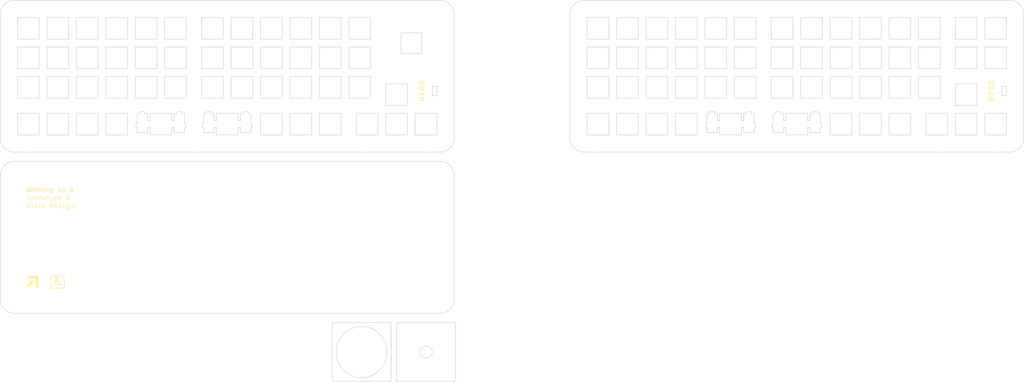
<source format=kicad_pcb>
(kicad_pcb (version 20221018) (generator pcbnew)
  (layers (0 "F.Cu" signal) (31 "B.Cu" signal) (34 "B.Paste" user) (35 "F.Paste" user) (36 "B.SilkS" user "B.Silkscreen") (37 "F.SilkS" user "F.Silkscreen") (38 "B.Mask" user) (39 "F.Mask" user) (44 "Edge.Cuts" user))
  (net 0 "")
  (footprint "" (layer "F.Cu") (at 658.17023 48.10569)
    (fp_text reference "" (at 0 0) (layer "F.SilkS") (effects (font (size 1.27 1.27))))
    (fp_text value "" (at 0 0) (layer "F.SilkS") (effects (font (size 1.27 1.27))))
    (pad "" np_thru_hole circle (at 0 0) (size 2.4 2.4) (drill 2.4) (layers "F&B.Cu" "*.Mask"))
  )
  (footprint "" (layer "F.Cu") (at 276.184962 57.654483)
    (fp_text reference "" (at 0 0) (layer "F.SilkS") (effects (font (size 1.27 1.27))))
    (fp_text value "" (at 0 0) (layer "F.SilkS") (effects (font (size 1.27 1.27))))
    (pad "" np_thru_hole circle (at 0 0) (size 2.4 2.4) (drill 2.4) (layers "F&B.Cu" "*.Mask"))
  )
  (footprint "" (layer "F.Cu") (at 606.427643 123.660602)
    (fp_text reference "" (at 0 0) (layer "F.SilkS") (effects (font (size 1.27 1.27))))
    (fp_text value "" (at 0 0) (layer "F.SilkS") (effects (font (size 1.27 1.27))))
    (pad "" np_thru_hole circle (at 0 0) (size 2.4 2.4) (drill 2.4) (layers "F&B.Cu" "*.Mask"))
  )
  (footprint "" (layer "F.Cu") (at 291.266192 272.501153)
    (fp_text reference "" (at 0 0) (layer "F.SilkS") (effects (font (size 1.27 1.27))))
    (fp_text value "" (at 0 0) (layer "F.SilkS") (effects (font (size 1.27 1.27))))
    (pad "" np_thru_hole circle (at 0 0) (size 2.4 2.4) (drill 2.4) (layers "F&B.Cu" "*.Mask"))
  )
  (footprint "" (layer "F.Cu") (at 157.12281 138.691229)
    (fp_text reference "" (at 0 0) (layer "F.SilkS") (effects (font (size 1.27 1.27))))
    (fp_text value "" (at 0 0) (layer "F.SilkS") (effects (font (size 1.27 1.27))))
    (pad "" np_thru_hole circle (at 0 0) (size 2.4 2.4) (drill 2.4) (layers "F&B.Cu" "*.Mask"))
  )
  (footprint "" (layer "F.Cu") (at 494.44009 123.660602)
    (fp_text reference "" (at 0 0) (layer "F.SilkS") (effects (font (size 1.27 1.27))))
    (fp_text value "" (at 0 0) (layer "F.SilkS") (effects (font (size 1.27 1.27))))
    (pad "" np_thru_hole circle (at 0 0) (size 2.4 2.4) (drill 2.4) (layers "F&B.Cu" "*.Mask"))
  )
  (footprint "" (layer "F.Cu") (at 276.185311 138.691229)
    (fp_text reference "" (at 0 0) (layer "F.SilkS") (effects (font (size 1.27 1.27))))
    (fp_text value "" (at 0 0) (layer "F.SilkS") (effects (font (size 1.27 1.27))))
    (pad "" np_thru_hole circle (at 0 0) (size 2.4 2.4) (drill 2.4) (layers "F&B.Cu" "*.Mask"))
  )
  (footprint "" (layer "F.Cu") (at 289.827545 48.10569)
    (fp_text reference "" (at 0 0) (layer "F.SilkS") (effects (font (size 1.27 1.27))))
    (fp_text value "" (at 0 0) (layer "F.SilkS") (effects (font (size 1.27 1.27))))
    (pad "" np_thru_hole circle (at 0 0) (size 2.4 2.4) (drill 2.4) (layers "F&B.Cu" "*.Mask"))
  )
  (footprint "" (layer "F.Cu") (at 61.8728 138.691229)
    (fp_text reference "" (at 0 0) (layer "F.SilkS") (effects (font (size 1.27 1.27))))
    (fp_text value "" (at 0 0) (layer "F.SilkS") (effects (font (size 1.27 1.27))))
    (pad "" np_thru_hole circle (at 0 0) (size 2.4 2.4) (drill 2.4) (layers "F&B.Cu" "*.Mask"))
  )
  (footprint "" (layer "F.Cu") (at 251.578731 72.711919)
    (fp_text reference "" (at 0 0) (layer "F.SilkS") (effects (font (size 1.27 1.27))))
    (fp_text value "" (at 0 0) (layer "F.SilkS") (effects (font (size 1.27 1.27))))
    (pad "" np_thru_hole circle (at 0 0) (size 2.4 2.4) (drill 2.4) (layers "F&B.Cu" "*.Mask"))
  )
  (footprint "" (layer "F.Cu") (at 249.603692 242.338693)
    (fp_text reference "" (at 0 0) (layer "F.SilkS") (effects (font (size 1.27 1.27))))
    (fp_text value "" (at 0 0) (layer "F.SilkS") (effects (font (size 1.27 1.27))))
    (pad "" np_thru_hole circle (at 0 0) (size 2.4 2.4) (drill 2.4) (layers "F&B.Cu" "*.Mask"))
  )
  (footprint "" (layer "F.Cu") (at 5.367717 152.333646)
    (fp_text reference "" (at 0 0) (layer "F.SilkS") (effects (font (size 1.27 1.27))))
    (fp_text value "" (at 0 0) (layer "F.SilkS") (effects (font (size 1.27 1.27))))
    (pad "" np_thru_hole circle (at 0 0) (size 2.4 2.4) (drill 2.4) (layers "F&B.Cu" "*.Mask"))
  )
  (footprint "" (layer "F.Cu") (at 19.0103 138.691229)
    (fp_text reference "" (at 0 0) (layer "F.SilkS") (effects (font (size 1.27 1.27))))
    (fp_text value "" (at 0 0) (layer "F.SilkS") (effects (font (size 1.27 1.27))))
    (pad "" np_thru_hole circle (at 0 0) (size 2.4 2.4) (drill 2.4) (layers "F&B.Cu" "*.Mask"))
  )
  (footprint "" (layer "F.Cu") (at 5.367368 48.10569)
    (fp_text reference "" (at 0 0) (layer "F.SilkS") (effects (font (size 1.27 1.27))))
    (fp_text value "" (at 0 0) (layer "F.SilkS") (effects (font (size 1.27 1.27))))
    (pad "" np_thru_hole circle (at 0 0) (size 2.4 2.4) (drill 2.4) (layers "F&B.Cu" "*.Mask"))
  )
  (footprint "" (layer "F.Cu") (at 114.12236 34.463273)
    (fp_text reference "" (at 0 0) (layer "F.SilkS") (effects (font (size 1.27 1.27))))
    (fp_text value "" (at 0 0) (layer "F.SilkS") (effects (font (size 1.27 1.27))))
    (pad "" np_thru_hole circle (at 0 0) (size 2.4 2.4) (drill 2.4) (layers "F&B.Cu" "*.Mask"))
  )
  (footprint "" (layer "F.Cu") (at 249.603691 272.501153)
    (fp_text reference "" (at 0 0) (layer "F.SilkS") (effects (font (size 1.27 1.27))))
    (fp_text value "" (at 0 0) (layer "F.SilkS") (effects (font (size 1.27 1.27))))
    (pad "" np_thru_hole circle (at 0 0) (size 2.4 2.4) (drill 2.4) (layers "F&B.Cu" "*.Mask"))
  )
  (footprint "" (layer "F.Cu") (at 644.527647 34.463273)
    (fp_text reference "" (at 0 0) (layer "F.SilkS") (effects (font (size 1.27 1.27))))
    (fp_text value "" (at 0 0) (layer "F.SilkS") (effects (font (size 1.27 1.27))))
    (pad "" np_thru_hole circle (at 0 0) (size 2.4 2.4) (drill 2.4) (layers "F&B.Cu" "*.Mask"))
  )
  (footprint "" (layer "F.Cu") (at 251.578732 42.549459)
    (fp_text reference "" (at 0 0) (layer "F.SilkS") (effects (font (size 1.27 1.27))))
    (fp_text value "" (at 0 0) (layer "F.SilkS") (effects (font (size 1.27 1.27))))
    (pad "" np_thru_hole circle (at 0 0) (size 2.4 2.4) (drill 2.4) (layers "F&B.Cu" "*.Mask"))
  )
  (footprint "" (layer "F.Cu") (at 276.184962 34.463273)
    (fp_text reference "" (at 0 0) (layer "F.SilkS") (effects (font (size 1.27 1.27))))
    (fp_text value "" (at 0 0) (layer "F.SilkS") (effects (font (size 1.27 1.27))))
    (pad "" np_thru_hole circle (at 0 0) (size 2.4 2.4) (drill 2.4) (layers "F&B.Cu" "*.Mask"))
  )
  (footprint "" (layer "F.Cu") (at 19.0103 227.888559)
    (fp_text reference "" (at 0 0) (layer "F.SilkS") (effects (font (size 1.27 1.27))))
    (fp_text value "" (at 0 0) (layer "F.SilkS") (effects (font (size 1.27 1.27))))
    (pad "" np_thru_hole circle (at 0 0) (size 2.4 2.4) (drill 2.4) (layers "F&B.Cu" "*.Mask"))
  )
  (footprint "" (layer "F.Cu") (at 281.741191 72.71192)
    (fp_text reference "" (at 0 0) (layer "F.SilkS") (effects (font (size 1.27 1.27))))
    (fp_text value "" (at 0 0) (layer "F.SilkS") (effects (font (size 1.27 1.27))))
    (pad "" np_thru_hole circle (at 0 0) (size 2.4 2.4) (drill 2.4) (layers "F&B.Cu" "*.Mask"))
  )
  (footprint "" (layer "F.Cu") (at 289.827894 152.333646)
    (fp_text reference "" (at 0 0) (layer "F.SilkS") (effects (font (size 1.27 1.27))))
    (fp_text value "" (at 0 0) (layer "F.SilkS") (effects (font (size 1.27 1.27))))
    (pad "" np_thru_hole circle (at 0 0) (size 2.4 2.4) (drill 2.4) (layers "F&B.Cu" "*.Mask"))
  )
  (footprint "" (layer "F.Cu") (at 281.741191 42.54946)
    (fp_text reference "" (at 0 0) (layer "F.SilkS") (effects (font (size 1.27 1.27))))
    (fp_text value "" (at 0 0) (layer "F.SilkS") (effects (font (size 1.27 1.27))))
    (pad "" np_thru_hole circle (at 0 0) (size 2.4 2.4) (drill 2.4) (layers "F&B.Cu" "*.Mask"))
  )
  (footprint "" (layer "F.Cu") (at 19.009951 34.463273)
    (fp_text reference "" (at 0 0) (layer "F.SilkS") (effects (font (size 1.27 1.27))))
    (fp_text value "" (at 0 0) (layer "F.SilkS") (effects (font (size 1.27 1.27))))
    (pad "" np_thru_hole circle (at 0 0) (size 2.4 2.4) (drill 2.4) (layers "F&B.Cu" "*.Mask"))
  )
  (footprint "" (layer "F.Cu") (at 126.097406 123.660602)
    (fp_text reference "" (at 0 0) (layer "F.SilkS") (effects (font (size 1.27 1.27))))
    (fp_text value "" (at 0 0) (layer "F.SilkS") (effects (font (size 1.27 1.27))))
    (pad "" np_thru_hole circle (at 0 0) (size 2.4 2.4) (drill 2.4) (layers "F&B.Cu" "*.Mask"))
  )
  (footprint "" (layer "F.Cu") (at 19.009951 123.660602)
    (fp_text reference "" (at 0 0) (layer "F.SilkS") (effects (font (size 1.27 1.27))))
    (fp_text value "" (at 0 0) (layer "F.SilkS") (effects (font (size 1.27 1.27))))
    (pad "" np_thru_hole circle (at 0 0) (size 2.4 2.4) (drill 2.4) (layers "F&B.Cu" "*.Mask"))
  )
  (footprint "" (layer "F.Cu") (at 233.322462 34.463273)
    (fp_text reference "" (at 0 0) (layer "F.SilkS") (effects (font (size 1.27 1.27))))
    (fp_text value "" (at 0 0) (layer "F.SilkS") (effects (font (size 1.27 1.27))))
    (pad "" np_thru_hole circle (at 0 0) (size 2.4 2.4) (drill 2.4) (layers "F&B.Cu" "*.Mask"))
  )
  (footprint "" (layer "F.Cu") (at 5.367368 110.018186)
    (fp_text reference "" (at 0 0) (layer "F.SilkS") (effects (font (size 1.27 1.27))))
    (fp_text value "" (at 0 0) (layer "F.SilkS") (effects (font (size 1.27 1.27))))
    (pad "" np_thru_hole circle (at 0 0) (size 2.4 2.4) (drill 2.4) (layers "F&B.Cu" "*.Mask"))
  )
  (footprint "" (layer "F.Cu") (at 291.266192 242.338693)
    (fp_text reference "" (at 0 0) (layer "F.SilkS") (effects (font (size 1.27 1.27))))
    (fp_text value "" (at 0 0) (layer "F.SilkS") (effects (font (size 1.27 1.27))))
    (pad "" np_thru_hole circle (at 0 0) (size 2.4 2.4) (drill 2.4) (layers "F&B.Cu" "*.Mask"))
  )
  (footprint "" (layer "F.Cu") (at 138.072452 34.463273)
    (fp_text reference "" (at 0 0) (layer "F.SilkS") (effects (font (size 1.27 1.27))))
    (fp_text value "" (at 0 0) (layer "F.SilkS") (effects (font (size 1.27 1.27))))
    (pad "" np_thru_hole circle (at 0 0) (size 2.4 2.4) (drill 2.4) (layers "F&B.Cu" "*.Mask"))
  )
  (footprint "" (layer "F.Cu") (at 5.367717 214.246142)
    (fp_text reference "" (at 0 0) (layer "F.SilkS") (effects (font (size 1.27 1.27))))
    (fp_text value "" (at 0 0) (layer "F.SilkS") (effects (font (size 1.27 1.27))))
    (pad "" np_thru_hole circle (at 0 0) (size 2.4 2.4) (drill 2.4) (layers "F&B.Cu" "*.Mask"))
  )
  (footprint "" (layer "F.Cu") (at 169.097856 227.888559)
    (fp_text reference "" (at 0 0) (layer "F.SilkS") (effects (font (size 1.27 1.27))))
    (fp_text value "" (at 0 0) (layer "F.SilkS") (effects (font (size 1.27 1.27))))
    (pad "" np_thru_hole circle (at 0 0) (size 2.4 2.4) (drill 2.4) (layers "F&B.Cu" "*.Mask"))
  )
  (footprint "" (layer "F.Cu") (at 289.827894 214.246142)
    (fp_text reference "" (at 0 0) (layer "F.SilkS") (effects (font (size 1.27 1.27))))
    (fp_text value "" (at 0 0) (layer "F.SilkS") (effects (font (size 1.27 1.27))))
    (pad "" np_thru_hole circle (at 0 0) (size 2.4 2.4) (drill 2.4) (layers "F&B.Cu" "*.Mask"))
  )
  (footprint "" (layer "F.Cu") (at 601.665146 34.463273)
    (fp_text reference "" (at 0 0) (layer "F.SilkS") (effects (font (size 1.27 1.27))))
    (fp_text value "" (at 0 0) (layer "F.SilkS") (effects (font (size 1.27 1.27))))
    (pad "" np_thru_hole circle (at 0 0) (size 2.4 2.4) (drill 2.4) (layers "F&B.Cu" "*.Mask"))
  )
  (footprint "" (layer "F.Cu") (at 261.103733 242.338692)
    (fp_text reference "" (at 0 0) (layer "F.SilkS") (effects (font (size 1.27 1.27))))
    (fp_text value "" (at 0 0) (layer "F.SilkS") (effects (font (size 1.27 1.27))))
    (pad "" np_thru_hole circle (at 0 0) (size 2.4 2.4) (drill 2.4) (layers "F&B.Cu" "*.Mask"))
  )
  (footprint "" (layer "F.Cu") (at 181.072902 138.691229)
    (fp_text reference "" (at 0 0) (layer "F.SilkS") (effects (font (size 1.27 1.27))))
    (fp_text value "" (at 0 0) (layer "F.SilkS") (effects (font (size 1.27 1.27))))
    (pad "" np_thru_hole circle (at 0 0) (size 2.4 2.4) (drill 2.4) (layers "F&B.Cu" "*.Mask"))
  )
  (footprint "" (layer "F.Cu") (at 644.527647 123.660602)
    (fp_text reference "" (at 0 0) (layer "F.SilkS") (effects (font (size 1.27 1.27))))
    (fp_text value "" (at 0 0) (layer "F.SilkS") (effects (font (size 1.27 1.27))))
    (pad "" np_thru_hole circle (at 0 0) (size 2.4 2.4) (drill 2.4) (layers "F&B.Cu" "*.Mask"))
  )
  (footprint "" (layer "F.Cu") (at 276.185311 227.888559)
    (fp_text reference "" (at 0 0) (layer "F.SilkS") (effects (font (size 1.27 1.27))))
    (fp_text value "" (at 0 0) (layer "F.SilkS") (effects (font (size 1.27 1.27))))
    (pad "" np_thru_hole circle (at 0 0) (size 2.4 2.4) (drill 2.4) (layers "F&B.Cu" "*.Mask"))
  )
  (footprint "" (layer "F.Cu") (at 289.827545 110.018186)
    (fp_text reference "" (at 0 0) (layer "F.SilkS") (effects (font (size 1.27 1.27))))
    (fp_text value "" (at 0 0) (layer "F.SilkS") (effects (font (size 1.27 1.27))))
    (pad "" np_thru_hole circle (at 0 0) (size 2.4 2.4) (drill 2.4) (layers "F&B.Cu" "*.Mask"))
  )
  (footprint "" (layer "F.Cu") (at 482.465045 34.463273)
    (fp_text reference "" (at 0 0) (layer "F.SilkS") (effects (font (size 1.27 1.27))))
    (fp_text value "" (at 0 0) (layer "F.SilkS") (effects (font (size 1.27 1.27))))
    (pad "" np_thru_hole circle (at 0 0) (size 2.4 2.4) (drill 2.4) (layers "F&B.Cu" "*.Mask"))
  )
  (footprint "" (layer "F.Cu") (at 276.184962 123.660602)
    (fp_text reference "" (at 0 0) (layer "F.SilkS") (effects (font (size 1.27 1.27))))
    (fp_text value "" (at 0 0) (layer "F.SilkS") (effects (font (size 1.27 1.27))))
    (pad "" np_thru_hole circle (at 0 0) (size 2.4 2.4) (drill 2.4) (layers "F&B.Cu" "*.Mask"))
  )
  (footprint "" (layer "F.Cu") (at 506.415136 34.463273)
    (fp_text reference "" (at 0 0) (layer "F.SilkS") (effects (font (size 1.27 1.27))))
    (fp_text value "" (at 0 0) (layer "F.SilkS") (effects (font (size 1.27 1.27))))
    (pad "" np_thru_hole circle (at 0 0) (size 2.4 2.4) (drill 2.4) (layers "F&B.Cu" "*.Mask"))
  )
  (footprint "" (layer "F.Cu") (at 387.352636 34.463273)
    (fp_text reference "" (at 0 0) (layer "F.SilkS") (effects (font (size 1.27 1.27))))
    (fp_text value "" (at 0 0) (layer "F.SilkS") (effects (font (size 1.27 1.27))))
    (pad "" np_thru_hole circle (at 0 0) (size 2.4 2.4) (drill 2.4) (layers "F&B.Cu" "*.Mask"))
  )
  (footprint "" (layer "F.Cu") (at 658.17023 110.018186)
    (fp_text reference "" (at 0 0) (layer "F.SilkS") (effects (font (size 1.27 1.27))))
    (fp_text value "" (at 0 0) (layer "F.SilkS") (effects (font (size 1.27 1.27))))
    (pad "" np_thru_hole circle (at 0 0) (size 2.4 2.4) (drill 2.4) (layers "F&B.Cu" "*.Mask"))
  )
  (footprint "" (layer "F.Cu") (at 373.710053 110.018186)
    (fp_text reference "" (at 0 0) (layer "F.SilkS") (effects (font (size 1.27 1.27))))
    (fp_text value "" (at 0 0) (layer "F.SilkS") (effects (font (size 1.27 1.27))))
    (pad "" np_thru_hole circle (at 0 0) (size 2.4 2.4) (drill 2.4) (layers "F&B.Cu" "*.Mask"))
  )
  (footprint "" (layer "F.Cu") (at 219.441232 242.338692)
    (fp_text reference "" (at 0 0) (layer "F.SilkS") (effects (font (size 1.27 1.27))))
    (fp_text value "" (at 0 0) (layer "F.SilkS") (effects (font (size 1.27 1.27))))
    (pad "" np_thru_hole circle (at 0 0) (size 2.4 2.4) (drill 2.4) (layers "F&B.Cu" "*.Mask"))
  )
  (footprint "" (layer "F.Cu") (at 219.441231 272.501152)
    (fp_text reference "" (at 0 0) (layer "F.SilkS") (effects (font (size 1.27 1.27))))
    (fp_text value "" (at 0 0) (layer "F.SilkS") (effects (font (size 1.27 1.27))))
    (pad "" np_thru_hole circle (at 0 0) (size 2.4 2.4) (drill 2.4) (layers "F&B.Cu" "*.Mask"))
  )
  (footprint "" (layer "F.Cu") (at 387.352636 123.660602)
    (fp_text reference "" (at 0 0) (layer "F.SilkS") (effects (font (size 1.27 1.27))))
    (fp_text value "" (at 0 0) (layer "F.SilkS") (effects (font (size 1.27 1.27))))
    (pad "" np_thru_hole circle (at 0 0) (size 2.4 2.4) (drill 2.4) (layers "F&B.Cu" "*.Mask"))
  )
  (footprint "" (layer "F.Cu") (at 238.084958 123.660602)
    (fp_text reference "" (at 0 0) (layer "F.SilkS") (effects (font (size 1.27 1.27))))
    (fp_text value "" (at 0 0) (layer "F.SilkS") (effects (font (size 1.27 1.27))))
    (pad "" np_thru_hole circle (at 0 0) (size 2.4 2.4) (drill 2.4) (layers "F&B.Cu" "*.Mask"))
  )
  (footprint "" (layer "F.Cu") (at 373.710053 48.10569)
    (fp_text reference "" (at 0 0) (layer "F.SilkS") (effects (font (size 1.27 1.27))))
    (fp_text value "" (at 0 0) (layer "F.SilkS") (effects (font (size 1.27 1.27))))
    (pad "" np_thru_hole circle (at 0 0) (size 2.4 2.4) (drill 2.4) (layers "F&B.Cu" "*.Mask"))
  )
  (footprint "" (layer "F.Cu") (at 261.103732 272.501152)
    (fp_text reference "" (at 0 0) (layer "F.SilkS") (effects (font (size 1.27 1.27))))
    (fp_text value "" (at 0 0) (layer "F.SilkS") (effects (font (size 1.27 1.27))))
    (pad "" np_thru_hole circle (at 0 0) (size 2.4 2.4) (drill 2.4) (layers "F&B.Cu" "*.Mask"))
  )
  (footprint "" (layer "F.Cu") (at 57.110304 227.888559)
    (fp_text reference "" (at 0 0) (layer "F.SilkS") (effects (font (size 1.27 1.27))))
    (fp_text value "" (at 0 0) (layer "F.SilkS") (effects (font (size 1.27 1.27))))
    (pad "" np_thru_hole circle (at 0 0) (size 2.4 2.4) (drill 2.4) (layers "F&B.Cu" "*.Mask"))
  )
  (gr_poly (pts (xy 34.329014 158.679449) (xy 34.379333 158.679449) (xy 34.979335 156.97201) (xy 35.374446 156.97201) (xy 34.354915 159.596675) (xy 34.338718 159.636687) (xy 34.3219 159.674674) (xy 34.304502 159.710593) (xy 34.286567 159.744404) (xy 34.268135 159.776065) (xy 34.249249 159.805534) (xy 34.239648 159.819434) (xy 34.229949 159.83277) (xy 34.220157 159.845538) (xy 34.210277 159.857732) (xy 34.199569 159.869431) (xy 34.188613 159.880717) (xy 34.177409 159.891589) (xy 34.165958 159.902048) (xy 34.154258 159.912093) (xy 34.14231 159.921725) (xy 34.130114 159.930944) (xy 34.117671 159.93975) (xy 34.104979 159.948142) (xy 34.092039 159.956121) (xy 34.078851 159.963686) (xy 34.065415 159.970839) (xy 34.051731 159.977578) (xy 34.037799 159.983904) (xy 34.023619 159.989816) (xy 34.009191 159.995316) (xy 33.993771 160.000441) (xy 33.977931 160.005236) (xy 33.961668 160.009701) (xy 33.944976 160.013834) (xy 33.92785 160.017637) (xy 33.910284 160.021109) (xy 33.892273 160.024251) (xy 33.873813 160.027062) (xy 33.854899 160.029542) (xy 33.835524 160.031691) (xy 33.815684 160.03351) (xy 33.795374 160.034998) (xy 33.753321 160.036982) (xy 33.709326 160.037644) (xy 33.218964 160.037644) (xy 33.218964 159.70252) (xy 33.702271 159.70252) (xy 33.730094 159.701817) (xy 33.756682 159.699708) (xy 33.782041 159.696194) (xy 33.806174 159.691274) (xy 33.829089 159.684949) (xy 33.850788 159.677218) (xy 33.871279 159.668081) (xy 33.890566 159.657538) (xy 33.908653 159.64559) (xy 33.925547 159.632237) (xy 33.941253 159.617477) (xy 33.955775 159.601313) (xy 33.969119 159.583742) (xy 33.981289 159.564767) (xy 33.992292 159.544385) (xy 34.002132 159.522598) (xy 34.164414 159.134537) (xy 33.250723 156.97201) (xy 33.677582 156.97201)) (fill solid) (layer "F.SilkS"))
  (gr_poly (pts (xy 25.32027 151.380488) (xy 24.448909 151.380488) (xy 24.445002 151.38055) (xy 24.441219 151.380737) (xy 24.43756 151.381049) (xy 24.434026 151.381487) (xy 24.430615 151.382052) (xy 24.427328 151.382744) (xy 24.424166 151.383564) (xy 24.421127 151.384512) (xy 24.418212 151.38559) (xy 24.415422 151.386797) (xy 24.412755 151.388135) (xy 24.410213 151.389605) (xy 24.407794 151.391205) (xy 24.4055 151.392939) (xy 24.40333 151.394805) (xy 24.401283 151.396805) (xy 24.399361 151.398939) (xy 24.397563 151.401209) (xy 24.395889 151.403614) (xy 24.394338 151.406155) (xy 24.392912 151.408833) (xy 24.39161 151.411649) (xy 24.390432 151.414603) (xy 24.389378 151.417696) (xy 24.388448 151.420928) (xy 24.387642 151.424301) (xy 24.38696 151.427814) (xy 24.386402 151.431469) (xy 24.385968 151.435266) (xy 24.385658 151.439205) (xy 24.385472 151.443288) (xy 24.38541 151.447515) (xy 24.38541 151.90892) (xy 25.239134 151.842636) (xy 25.239134 152.38944) (xy 24.38541 152.38944) (xy 24.38541 153.497167) (xy 25.246188 153.497167) (xy 25.157993 154.05455) (xy 23.104826 154.05455) (xy 23.104826 153.497167) (xy 23.757465 153.497167) (xy 23.757465 152.38944) (xy 23.11541 152.38944) (xy 23.11541 151.849686) (xy 23.757465 151.849686) (xy 23.757465 151.415767) (xy 23.758084 151.38315) (xy 23.759938 151.351449) (xy 23.763022 151.320666) (xy 23.767331 151.290809) (xy 23.77286 151.261881) (xy 23.779603 151.233889) (xy 23.787555 151.206837) (xy 23.796711 151.18073) (xy 23.807067 151.155575) (xy 23.818615 151.131375) (xy 23.831353 151.108137) (xy 23.845274 151.085865) (xy 23.860373 151.064565) (xy 23.876645 151.044241) (xy 23.894085 151.0249) (xy 23.912687 151.006546) (xy 23.932322 150.989226) (xy 23.952857 150.972985) (xy 23.97428 150.95783) (xy 23.996582 150.943764) (xy 24.019752 150.930794) (xy 24.04378 150.918924) (xy 24.068656 150.90816) (xy 24.094368 150.898508) (xy 24.120908 150.889971) (xy 24.148263 150.882555) (xy 24.176425 150.876267) (xy 24.205383 150.87111) (xy 24.235126 150.86709) (xy 24.265644 150.864212) (xy 24.296927 150.862481) (xy 24.328965 150.861903) (xy 25.32027 150.861903)) (fill solid) (layer "F.SilkS"))
  (gr_poly (pts (xy 32.901464 156.488714) (xy 31.977189 156.488714) (xy 31.977189 159.138077) (xy 31.582078 159.138077) (xy 31.582078 156.488714) (xy 30.657799 156.488714) (xy 30.657799 156.132411) (xy 32.901464 156.132411)) (fill solid) (layer "F.SilkS"))
  (gr_poly (pts (xy 34.865498 213.401325) (xy 34.87702 213.402339) (xy 36.665609 213.57873) (xy 38.958664 213.57873) (xy 40.726075 213.402339) (xy 40.737596 213.401636) (xy 40.749 213.4015) (xy 40.760274 213.401918) (xy 40.771404 213.402877) (xy 40.782377 213.404367) (xy 40.793178 213.406373) (xy 40.803794 213.408885) (xy 40.814212 213.411889) (xy 40.824419 213.415374) (xy 40.8344 213.419327) (xy 40.844142 213.423735) (xy 40.853631 213.428588) (xy 40.862854 213.433872) (xy 40.871798 213.439575) (xy 40.880448 213.445685) (xy 40.888792 213.452189) (xy 40.896815 213.459076) (xy 40.904504 213.466333) (xy 40.911846 213.473947) (xy 40.918827 213.481907) (xy 40.925433 213.490201) (xy 40.931651 213.498815) (xy 40.937467 213.507738) (xy 40.942867 213.516957) (xy 40.947839 213.526461) (xy 40.952368 213.536236) (xy 40.956442 213.546271) (xy 40.960045 213.556553) (xy 40.963166 213.56707) (xy 40.96579 213.57781) (xy 40.967903 213.588761) (xy 40.969493 213.59991) (xy 40.970509 213.61112) (xy 40.970918 213.622252) (xy 40.970736 213.633289) (xy 40.969976 213.644217) (xy 40.968653 213.655017) (xy 40.966781 213.665675) (xy 40.964374 213.676174) (xy 40.961447 213.686498) (xy 40.958013 213.696631) (xy 40.954086 213.706557) (xy 40.949682 213.716259) (xy 40.944814 213.725721) (xy 40.939496 213.734928) (xy 40.933743 213.743863) (xy 40.927569 213.752509) (xy 40.920987 213.760852) (xy 40.914013 213.768874) (xy 40.906661 213.776559) (xy 40.898944 213.783892) (xy 40.890877 213.790856) (xy 40.882474 213.797435) (xy 40.873749 213.803613) (xy 40.864717 213.809374) (xy 40.855392 213.814701) (xy 40.845788 213.819579) (xy 40.835918 213.82399) (xy 40.825799 213.827921) (xy 40.815442 213.831353) (xy 40.804864 213.834271) (xy 40.794077 213.836658) (xy 40.783097 213.838499) (xy 40.771938 213.839778) (xy 38.983353 214.016169) (xy 36.647965 214.016169) (xy 34.834692 213.839778) (xy 34.823542 213.838501) (xy 34.812591 213.836662) (xy 34.80185 213.834276) (xy 34.791332 213.831359) (xy 34.781049 213.827929) (xy 34.771014 213.824) (xy 34.761238 213.819589) (xy 34.751734 213.814712) (xy 34.742514 213.809386) (xy 34.733591 213.803626) (xy 34.724977 213.797449) (xy 34.716683 213.79087) (xy 34.708723 213.783907) (xy 34.701109 213.776574) (xy 34.693852 213.768889) (xy 34.686966 213.760867) (xy 34.680462 213.752524) (xy 34.674352 213.743878) (xy 34.66865 213.734943) (xy 34.663367 213.725736) (xy 34.658515 213.716273) (xy 34.654107 213.70657) (xy 34.650155 213.696644) (xy 34.646672 213.68651) (xy 34.643669 213.676185) (xy 34.641159 213.665685) (xy 34.639154 213.655025) (xy 34.637667 213.644223) (xy 34.636709 213.633295) (xy 34.636293 213.622255) (xy 34.636431 213.611122) (xy 34.637136 213.59991) (xy 34.638405 213.588749) (xy 34.640217 213.577768) (xy 34.642559 213.566981) (xy 34.645417 213.556402) (xy 34.648776 213.546045) (xy 34.652622 213.535925) (xy 34.65694 213.526055) (xy 34.661718 213.516451) (xy 34.66694 213.507125) (xy 34.672592 213.498093) (xy 34.67866 213.489368) (xy 34.685129 213.480965) (xy 34.691987 213.472898) (xy 34.699218 213.465181) (xy 34.706808 213.457828) (xy 34.714743 213.450854) (xy 34.723008 213.444273) (xy 34.73159 213.438098) (xy 34.740475 213.432345) (xy 34.749648 213.427027) (xy 34.759094 213.422158) (xy 34.7688 213.417754) (xy 34.778752 213.413827) (xy 34.788935 213.410393) (xy 34.799335 213.407464) (xy 34.809938 213.405057) (xy 34.82073 213.403184) (xy 34.831696 213.40186) (xy 34.842822 213.4011) (xy 34.854094 213.400916)) (fill solid) (layer "F.SilkS"))
  (gr_poly (pts (xy 26.751555 151.790287) (xy 26.792223 151.792017) (xy 26.832208 151.794895) (xy 26.871501 151.798915) (xy 26.910091 151.804072) (xy 26.947968 151.810361) (xy 26.985122 151.817776) (xy 27.021542 151.826313) (xy 27.057217 151.835966) (xy 27.092139 151.84673) (xy 27.126295 151.858599) (xy 27.159676 151.87157) (xy 27.192272 151.885635) (xy 27.224072 151.900791) (xy 27.255066 151.917031) (xy 27.285243 151.934352) (xy 27.314635 151.952705) (xy 27.343272 151.97204) (xy 27.371144 151.992347) (xy 27.398241 152.013615) (xy 27.424553 152.035835) (xy 27.450069 152.058995) (xy 27.474779 152.083085) (xy 27.498672 152.108095) (xy 27.521739 152.134014) (xy 27.543968 152.160833) (xy 27.56535 152.18854) (xy 27.585874 152.217125) (xy 27.60553 152.246579) (xy 27.624307 152.276889) (xy 27.642196 152.308047) (xy 27.659185 152.340042) (xy 27.675225 152.372786) (xy 27.690267 152.406202) (xy 27.704307 152.4403) (xy 27.717339 152.47509) (xy 27.729358 152.510583) (xy 27.740359 152.546789) (xy 27.750337 152.583719) (xy 27.759287 152.621383) (xy 27.767203 152.65979) (xy 27.77408 152.698953) (xy 27.779913 152.73888) (xy 27.784698 152.779583) (xy 27.788428 152.821071) (xy 27.791099 152.863355) (xy 27.792705 152.906446) (xy 27.793241 152.950353) (xy 27.792744 152.993639) (xy 27.791243 153.036186) (xy 27.78873 153.077999) (xy 27.785193 153.119083) (xy 27.780623 153.159443) (xy 27.775009 153.199085) (xy 27.768341 153.238014) (xy 27.760609 153.276235) (xy 27.751801 153.313753) (xy 27.741908 153.350573) (xy 27.73092 153.386701) (xy 27.718826 153.422142) (xy 27.705616 153.4569) (xy 27.691279 153.490981) (xy 27.675806 153.524391) (xy 27.659185 153.557134) (xy 27.642235 153.589092) (xy 27.624452 153.620145) (xy 27.605833 153.650299) (xy 27.586371 153.679559) (xy 27.566061 153.70793) (xy 27.544899 153.735418) (xy 27.522879 153.762026) (xy 27.499996 153.787762) (xy 27.476245 153.812629) (xy 27.45162 153.836633) (xy 27.426117 153.85978) (xy 27.39973 153.882073) (xy 27.372455 153.90352) (xy 27.344285 153.924123) (xy 27.315216 153.94389) (xy 27.285243 153.962825) (xy 27.254484 153.980727) (xy 27.223059 153.997399) (xy 27.190961 154.012852) (xy 27.158187 154.027096) (xy 27.124731 154.040141) (xy 27.090587 154.051998) (xy 27.055752 154.062676) (xy 27.020218 154.072187) (xy 26.983982 154.08054) (xy 26.947038 154.087746) (xy 26.90938 154.093815) (xy 26.871005 154.098758) (xy 26.831906 154.102584) (xy 26.792078 154.105304) (xy 26.751516 154.106929) (xy 26.710216 154.107468) (xy 26.668253 154.10689) (xy 26.62703 154.105159) (xy 26.58654 154.102281) (xy 26.54678 154.098261) (xy 26.507742 154.093104) (xy 26.469423 154.086815) (xy 26.431817 154.0794) (xy 26.394919 154.070863) (xy 26.358724 154.06121) (xy 26.323227 154.050447) (xy 26.288422 154.038577) (xy 26.254304 154.025607) (xy 26.220869 154.011541) (xy 26.18811 153.996386) (xy 26.156024 153.980145) (xy 26.124604 153.962825) (xy 26.094008 153.94451) (xy 26.06439 153.925282) (xy 26.035733 153.905133) (xy 26.008021 153.884059) (xy 25.98124 153.862055) (xy 25.955373 153.839115) (xy 25.930405 153.815235) (xy 25.906321 153.790409) (xy 25.883106 153.764632) (xy 25.860743 153.737899) (xy 25.839217 153.710205) (xy 25.818513 153.681545) (xy 25.798614 153.651912) (xy 25.779507 153.621303) (xy 25.761175 153.589712) (xy 25.743602 153.557134) (xy 25.726981 153.524389) (xy 25.711508 153.490978) (xy 25.697171 153.456896) (xy 25.683961 153.422137) (xy 25.671868 153.386697) (xy 25.66088 153.350569) (xy 25.650987 153.313749) (xy 25.64218 153.276231) (xy 25.634448 153.238011) (xy 25.62778 153.199083) (xy 25.622166 153.159441) (xy 25.617596 153.119081) (xy 25.61406 153.077998) (xy 25.611547 153.036186) (xy 25.610046 152.993639) (xy 25.609548 152.950353) (xy 26.233969 152.950353) (xy 26.234424 152.9869) (xy 26.235794 153.022454) (xy 26.238085 153.057016) (xy 26.2413 153.090585) (xy 26.245445 153.123162) (xy 26.250526 153.154747) (xy 26.256547 153.18534) (xy 26.263514 153.214941) (xy 26.271431 153.243549) (xy 26.280305 153.271164) (xy 26.29014 153.297788) (xy 26.300941 153.323419) (xy 26.312714 153.348058) (xy 26.325463 153.371705) (xy 26.339195 153.394359) (xy 26.353913 153.416021) (xy 26.369501 153.436567) (xy 26.385849 153.455862) (xy 26.402972 153.473895) (xy 26.420885 153.490658) (xy 26.439605 153.506139) (xy 26.459147 153.520327) (xy 26.46923 153.526934) (xy 26.479525 153.533214) (xy 26.490033 153.539165) (xy 26.500756 153.544787) (xy 26.511697 153.550079) (xy 26.522856 153.555038) (xy 26.534236 153.559664) (xy 26.545839 153.563955) (xy 26.557667 153.567911) (xy 26.569721 153.571529) (xy 26.594518 153.577749) (xy 26.620245 153.582604) (xy 26.646917 153.586085) (xy 26.674551 153.588182) (xy 26.703161 153.588883) (xy 26.730489 153.58822) (xy 26.756918 153.58623) (xy 26.782458 153.582906) (xy 26.80712 153.578244) (xy 26.830913 153.572238) (xy 26.853849 153.564883) (xy 26.875937 153.556175) (xy 26.897188 153.546107) (xy 26.917612 153.534675) (xy 26.93722 153.521874) (xy 26.956021 153.507698) (xy 26.974027 153.492143) (xy 26.991247 153.475202) (xy 27.007692 153.456872) (xy 27.023372 153.437147) (xy 27.038298 153.416021) (xy 27.053016 153.394359) (xy 27.066748 153.371705) (xy 27.079498 153.348058) (xy 27.091271 153.323419) (xy 27.102072 153.297788) (xy 27.111907 153.271164) (xy 27.120781 153.243549) (xy 27.128699 153.214941) (xy 27.135666 153.18534) (xy 27.141687 153.154747) (xy 27.146768 153.123162) (xy 27.150913 153.090585) (xy 27.154128 153.057016) (xy 27.156418 153.022454) (xy 27.157789 152.9869) (xy 27.158244 152.950353) (xy 27.15779 152.913808) (xy 27.156425 152.878256) (xy 27.154152 152.843695) (xy 27.150968 152.810127) (xy 27.146875 152.77755) (xy 27.141873 152.745966) (xy 27.135961 152.715374) (xy 27.12914 152.685773) (xy 27.121409 152.657165) (xy 27.112769 152.629549) (xy 27.103219 152.602925) (xy 27.09276 152.577293) (xy 27.081391 152.552653) (xy 27.069113 152.529005) (xy 27.055925 152.506349) (xy 27.041827 152.484685) (xy 27.026862 152.46414) (xy 27.011069 152.444845) (xy 26.99445 152.426811) (xy 26.977004 152.410048) (xy 26.958731 152.394568) (xy 26.949285 152.387311) (xy 26.939632 152.380379) (xy 26.929772 152.373772) (xy 26.919705 152.367493) (xy 26.909432 152.361541) (xy 26.898952 152.355919) (xy 26.888265 152.350628) (xy 26.877372 152.345668) (xy 26.866272 152.341042) (xy 26.854965 152.336751) (xy 26.843452 152.332796) (xy 26.831731 152.329177) (xy 26.807671 152.322957) (xy 26.782784 152.318102) (xy 26.75707 152.314621) (xy 26.730529 152.312525) (xy 26.703161 152.311824) (xy 26.674512 152.312486) (xy 26.646772 152.314477) (xy 26.619941 152.3178) (xy 26.594021 152.322463) (xy 26.569009 152.328468) (xy 26.544908 152.335823) (xy 26.521715 152.344532) (xy 26.499433 152.354599) (xy 26.47806 152.366031) (xy 26.457596 152.378832) (xy 26.438042 152.393008) (xy 26.419397 152.408563) (xy 26.401662 152.425504) (xy 26.384836 152.443834) (xy 26.36892 152.46356) (xy 26.353913 152.484685) (xy 26.339775 152.506349) (xy 26.326475 152.529005) (xy 26.314023 152.552653) (xy 26.302428 152.577293) (xy 26.291702 152.602925) (xy 26.281854 152.629549) (xy 26.272895 152.657165) (xy 26.264836 152.685773) (xy 26.257685 152.715374) (xy 26.251455 152.745966) (xy 26.246155 152.77755) (xy 26.241795 152.810127) (xy 26.238387 152.843695) (xy 26.235939 152.878256) (xy 26.234463 152.913808) (xy 26.233969 152.950353) (xy 25.609548 152.950353) (xy 25.610085 152.907029) (xy 25.611691 152.864372) (xy 25.614362 152.822386) (xy 25.618092 152.781078) (xy 25.622876 152.740451) (xy 25.62871 152.700511) (xy 25.635587 152.661264) (xy 25.643503 152.622714) (xy 25.652452 152.584867) (xy 25.66243 152.547727) (xy 25.673431 152.511301) (xy 25.68545 152.475592) (xy 25.698481 152.440607) (xy 25.712521 152.40635) (xy 25.727563 152.372827) (xy 25.743602 152.340042) (xy 25.760593 152.308086) (xy 25.778494 152.277034) (xy 25.797305 152.246881) (xy 25.817024 152.217622) (xy 25.837654 152.189251) (xy 25.859193 152.161763) (xy 25.881641 152.135154) (xy 25.904999 152.109418) (xy 25.929266 152.084551) (xy 25.954443 152.060546) (xy 25.980529 152.037399) (xy 26.007525 152.015104) (xy 26.03543 151.993658) (xy 26.064245 151.973053) (xy 26.09397 151.953286) (xy 26.124604 151.934352) (xy 26.155442 151.917031) (xy 26.187098 151.900791) (xy 26.219559 151.885635) (xy 26.252816 151.87157) (xy 26.286858 151.858599) (xy 26.321676 151.84673) (xy 26.357259 151.835966) (xy 26.393596 151.826313) (xy 26.430677 151.817776) (xy 26.468492 151.810361) (xy 26.507031 151.804072) (xy 26.546282 151.798915) (xy 26.586237 151.794895) (xy 26.626885 151.792017) (xy 26.668214 151.790287) (xy 26.710216 151.789709)) (fill solid) (layer "F.SilkS"))
  (gr_poly (pts (xy 273.531366 92.465222) (xy 273.75014 92.482114) (xy 273.954558 92.510034) (xy 274.144512 92.548791) (xy 274.319893 92.598192) (xy 274.480593 92.658048) (xy 274.626504 92.728167) (xy 274.693879 92.767015) (xy 274.757515 92.808357) (xy 274.817401 92.85217) (xy 274.87352 92.898428) (xy 274.925862 92.947109) (xy 274.97441 92.998189) (xy 275.019153 93.051643) (xy 275.060076 93.107447) (xy 275.097166 93.165579) (xy 275.13041 93.226013) (xy 275.159793 93.288726) (xy 275.185303 93.353694) (xy 275.206925 93.420893) (xy 275.224646 93.4903) (xy 275.238453 93.56189) (xy 275.248332 93.635639) (xy 275.254269 93.711524) (xy 275.256251 93.78952) (xy 275.254269 93.867207) (xy 275.248332 93.942821) (xy 275.238453 94.016337) (xy 275.224646 94.087729) (xy 275.206925 94.156971) (xy 275.185303 94.224038) (xy 275.159793 94.288903) (xy 275.13041 94.351541) (xy 275.097166 94.411926) (xy 275.060076 94.470032) (xy 275.019153 94.525833) (xy 274.97441 94.579303) (xy 274.925862 94.630417) (xy 274.87352 94.679149) (xy 274.817401 94.725472) (xy 274.757515 94.769362) (xy 274.693879 94.810791) (xy 274.626504 94.849735) (xy 274.555404 94.886168) (xy 274.480593 94.920063) (xy 274.402085 94.951395) (xy 274.319893 94.980139) (xy 274.234031 95.006267) (xy 274.144512 95.029755) (xy 274.05135 95.050576) (xy 273.954558 95.068705) (xy 273.854151 95.084115) (xy 273.75014 95.096782) (xy 273.642541 95.106679) (xy 273.531366 95.11378) (xy 273.41663 95.118059) (xy 273.298345 95.119492) (xy 273.065443 95.11378) (xy 272.847004 95.096782) (xy 272.643107 95.068705) (xy 272.453828 95.029755) (xy 272.279246 94.980139) (xy 272.119438 94.920063) (xy 272.045099 94.886168) (xy 271.974482 94.849735) (xy 271.907597 94.810791) (xy 271.844455 94.769362) (xy 271.785064 94.725472) (xy 271.729435 94.679149) (xy 271.677576 94.630417) (xy 271.629499 94.579303) (xy 271.585211 94.525833) (xy 271.544725 94.470032) (xy 271.508047 94.411926) (xy 271.47519 94.351541) (xy 271.446162 94.288903) (xy 271.420972 94.224038) (xy 271.399632 94.156971) (xy 271.38215 94.087729) (xy 271.368536 94.016337) (xy 271.358799 93.942821) (xy 271.35295 93.867207) (xy 271.350998 93.78952) (xy 271.795517 93.78952) (xy 271.797035 93.839727) (xy 271.801582 93.888478) (xy 271.80915 93.935765) (xy 271.819728 93.981577) (xy 271.833309 94.025906) (xy 271.849884 94.068743) (xy 271.869442 94.110078) (xy 271.891976 94.149904) (xy 271.917476 94.18821) (xy 271.945933 94.224988) (xy 271.977339 94.260229) (xy 272.011683 94.293923) (xy 272.048958 94.326062) (xy 272.089153 94.356636) (xy 272.132261 94.385637) (xy 272.178271 94.413056) (xy 272.227176 94.438882) (xy 272.278966 94.463108) (xy 272.333631 94.485724) (xy 272.391164 94.506722) (xy 272.451554 94.526092) (xy 272.514793 94.543824) (xy 272.580872 94.559911) (xy 272.649782 94.574343) (xy 272.721513 94.587111) (xy 272.796057 94.598206) (xy 272.873405 94.607619) (xy 272.953548 94.615341) (xy 273.036477 94.621362) (xy 273.122182 94.625675) (xy 273.210654 94.628269) (xy 273.301885 94.629135) (xy 273.415129 94.627812) (xy 273.524569 94.623843) (xy 273.630041 94.617228) (xy 273.73138 94.607968) (xy 273.828419 94.596061) (xy 273.920994 94.581508) (xy 274.008938 94.564309) (xy 274.092087 94.544464) (xy 274.092087 94.484492) (xy 273.305405 94.047048) (xy 272.201218 93.150996) (xy 272.152476 93.178282) (xy 272.106804 93.207226) (xy 272.064212 93.237834) (xy 272.044075 93.253764) (xy 272.024711 93.270112) (xy 272.006123 93.286878) (xy 271.988311 93.304064) (xy 271.971277 93.321669) (xy 271.955022 93.339695) (xy 271.939548 93.358142) (xy 271.924855 93.377011) (xy 271.910945 93.396303) (xy 271.89782 93.416017) (xy 271.88548 93.436155) (xy 271.873927 93.456718) (xy 271.863162 93.477706) (xy 271.853186 93.499119) (xy 271.844001 93.520959) (xy 271.835608 93.543226) (xy 271.828008 93.56592) (xy 271.821203 93.589043) (xy 271.815193 93.612595) (xy 271.809981 93.636576) (xy 271.805567 93.660987) (xy 271.801952 93.68583) (xy 271.799139 93.711103) (xy 271.797128 93.736809) (xy 271.79592 93.762948) (xy 271.795517 93.78952) (xy 271.350998 93.78952) (xy 271.35295 93.711214) (xy 271.358799 93.635058) (xy 271.368536 93.561076) (xy 271.38215 93.489288) (xy 271.399632 93.419717) (xy 271.420972 93.352385) (xy 271.446162 93.287314) (xy 271.47519 93.224526) (xy 271.508047 93.164042) (xy 271.544725 93.105885) (xy 271.563185 93.080439) (xy 272.585719 93.080439) (xy 273.305385 93.496714) (xy 274.434271 94.413941) (xy 274.480448 94.386659) (xy 274.523722 94.357744) (xy 274.564081 94.327216) (xy 274.583164 94.311355) (xy 274.601515 94.295098) (xy 274.619132 94.278448) (xy 274.636014 94.261408) (xy 274.652159 94.24398) (xy 274.667567 94.226168) (xy 274.682235 94.207973) (xy 274.696164 94.189398) (xy 274.709351 94.170447) (xy 274.721795 94.15112) (xy 274.733494 94.131421) (xy 274.744449 94.111353) (xy 274.754656 94.090918) (xy 274.764116 94.070119) (xy 274.772826 94.048958) (xy 274.780786 94.027438) (xy 274.787993 94.005561) (xy 274.794448 93.98333) (xy 274.800148 93.960748) (xy 274.805092 93.937817) (xy 274.809279 93.91454) (xy 274.812707 93.890919) (xy 274.815376 93.866957) (xy 274.817285 93.842656) (xy 274.81843 93.81802) (xy 274.818812 93.79305) (xy 274.817264 93.741912) (xy 274.812629 93.692347) (xy 274.804918 93.64436) (xy 274.794146 93.597954) (xy 274.780325 93.553131) (xy 274.763468 93.509896) (xy 274.743588 93.468251) (xy 274.720698 93.4282) (xy 274.694811 93.389746) (xy 274.665939 93.352891) (xy 274.634096 93.31764) (xy 274.599295 93.283995) (xy 274.561548 93.251961) (xy 274.520869 93.221539) (xy 274.47727 93.192733) (xy 274.430764 93.165547) (xy 274.381364 93.139983) (xy 274.329083 93.116045) (xy 274.273934 93.093736) (xy 274.21593 93.07306) (xy 274.155084 93.054019) (xy 274.091409 93.036617) (xy 274.024917 93.020857) (xy 273.955622 93.006742) (xy 273.883536 92.994276) (xy 273.808673 92.983462) (xy 273.731045 92.974302) (xy 273.650665 92.9668) (xy 273.567546 92.96096) (xy 273.481701 92.956785) (xy 273.393143 92.954277) (xy 273.301885 92.95344) (xy 273.199341 92.954439) (xy 273.100683 92.957464) (xy 273.005829 92.962555) (xy 272.914696 92.969755) (xy 272.827201 92.979105) (xy 272.743262 92.990646) (xy 272.662796 93.00442) (xy 272.585719 93.020467) (xy 272.585719 93.080439) (xy 271.563185 93.080439) (xy 271.585211 93.050077) (xy 271.629499 92.99664) (xy 271.677576 92.945595) (xy 271.729435 92.896965) (xy 271.785064 92.850771) (xy 271.844455 92.807036) (xy 271.907597 92.765781) (xy 271.974482 92.727028) (xy 272.045099 92.6908) (xy 272.119438 92.657119) (xy 272.197491 92.626005) (xy 272.279246 92.597482) (xy 272.364695 92.571572) (xy 272.453828 92.548295) (xy 272.546635 92.527674) (xy 272.643107 92.509732) (xy 272.743233 92.49449) (xy 272.847004 92.48197) (xy 272.954411 92.472194) (xy 273.065443 92.465184) (xy 273.180091 92.460961) (xy 273.298345 92.459549)) (fill solid) (layer "F.SilkS"))
  (gr_poly (pts (xy 20.321409 159.138067) (xy 19.905132 159.138067) (xy 19.675441 158.471329) (xy 19.076104 158.471329) (xy 19.072576 158.471329) (xy 18.469224 158.471329) (xy 18.236494 159.138067) (xy 17.827271 159.138067) (xy 18.192793 158.146764) (xy 18.583109 158.146764) (xy 19.076104 158.146764) (xy 19.56237 158.146764) (xy 19.095726 156.795629) (xy 19.052803 156.795629) (xy 18.583109 158.146764) (xy 18.192793 158.146764) (xy 18.94205 156.114761) (xy 19.213687 156.114761)) (fill solid) (layer "F.SilkS"))
  (gr_poly (pts (xy 25.242658 157.328323) (xy 24.738185 157.328323) (xy 24.702299 157.328986) (xy 24.667395 157.330976) (xy 24.633463 157.3343) (xy 24.600491 157.338962) (xy 24.568471 157.344968) (xy 24.537391 157.352323) (xy 24.507241 157.361031) (xy 24.478011 157.371099) (xy 24.449691 157.382531) (xy 24.422269 157.395332) (xy 24.395737 157.409508) (xy 24.370083 157.425063) (xy 24.345298 157.442004) (xy 24.32137 157.460334) (xy 24.29829 157.480059) (xy 24.276047 157.501185) (xy 24.255503 157.523634) (xy 24.236209 157.547328) (xy 24.218176 157.572273) (xy 24.201414 157.598473) (xy 24.185933 157.625935) (xy 24.171745 157.654663) (xy 24.158859 157.684662) (xy 24.147285 157.715937) (xy 24.137034 157.748495) (xy 24.128117 157.782339) (xy 24.120543 157.817476) (xy 24.114323 157.853909) (xy 24.109467 157.891646) (xy 24.105985 157.930689) (xy 24.103889 157.971046) (xy 24.103188 158.012721) (xy 24.103188 158.806453) (xy 25.045103 158.806453) (xy 24.988658 159.138067) (xy 23.196549 159.138067) (xy 23.196549 158.806453) (xy 23.725716 158.806453) (xy 23.725716 157.303635) (xy 23.242409 157.303635) (xy 23.242409 156.972021) (xy 24.000883 156.972021) (xy 24.0538 157.490606) (xy 24.096133 157.490606) (xy 24.107172 157.46051) (xy 24.119119 157.431087) (xy 24.131976 157.402346) (xy 24.145743 157.374297) (xy 24.160419 157.346951) (xy 24.176005 157.320319) (xy 24.1925 157.29441) (xy 24.209905 157.269235) (xy 24.228219 157.244804) (xy 24.247442 157.221128) (xy 24.267575 157.198217) (xy 24.288618 157.176081) (xy 24.31057 157.15473) (xy 24.333431 157.134175) (xy 24.357202 157.114427) (xy 24.381882 157.095495) (xy 24.407722 157.077513) (xy 24.434978 157.060617) (xy 24.46366 157.044817) (xy 24.493779 157.030122) (xy 24.525345 157.016543) (xy 24.558368 157.004091) (xy 24.592859 156.992776) (xy 24.628827 156.982608) (xy 24.666284 156.973597) (xy 24.70524 156.965754) (xy 24.745704 156.95909) (xy 24.787688 156.953614) (xy 24.831201 156.949337) (xy 24.876254 156.946269) (xy 24.922857 156.94442) (xy 24.971022 156.943802) (xy 25.242658 156.943802)) (fill solid) (layer "F.SilkS"))
  (gr_poly (pts (xy 39.462061 156.916153) (xy 39.502499 156.917896) (xy 39.54212 156.920806) (xy 39.58093 156.92489) (xy 39.618933 156.930152) (xy 39.656136 156.936597) (xy 39.692543 156.944231) (xy 39.728159 156.953059) (xy 39.762989 156.963085) (xy 39.79704 156.974316) (xy 39.830315 156.986755) (xy 39.86282 157.000408) (xy 39.894561 157.015281) (xy 39.925542 157.031378) (xy 39.955768 157.048705) (xy 39.985245 157.067266) (xy 40.013815 157.086904) (xy 40.041325 157.107467) (xy 40.067791 157.128972) (xy 40.093229 157.151432) (xy 40.117654 157.174865) (xy 40.141082 157.199285) (xy 40.163528 157.224707) (xy 40.185008 157.251148) (xy 40.205536 157.278623) (xy 40.22513 157.307147) (xy 40.243803 157.336735) (xy 40.261572 157.367403) (xy 40.278452 157.399167) (xy 40.294459 157.432041) (xy 40.309608 157.466042) (xy 40.323914 157.501185) (xy 40.337228 157.536697) (xy 40.349395 157.573119) (xy 40.360425 157.61045) (xy 40.370328 157.648691) (xy 40.379115 157.687842) (xy 40.386796 157.727903) (xy 40.393382 157.768872) (xy 40.398882 157.810752) (xy 40.403307 157.853541) (xy 40.406668 157.897239) (xy 40.408974 157.941846) (xy 40.410237 157.987363) (xy 40.410466 158.033789) (xy 40.409672 158.081125) (xy 40.407865 158.129369) (xy 40.405055 158.178523) (xy 38.766951 158.178523) (xy 38.767433 158.188408) (xy 38.77093 158.230302) (xy 38.775818 158.270971) (xy 38.782091 158.31042) (xy 38.789743 158.348656) (xy 38.79877 158.385682) (xy 38.809166 158.421505) (xy 38.820927 158.456129) (xy 38.834047 158.48956) (xy 38.84852 158.521802) (xy 38.864342 158.552861) (xy 38.881508 158.582742) (xy 38.900012 158.611451) (xy 38.91985 158.638991) (xy 38.941015 158.66537) (xy 38.964168 158.69038) (xy 38.988654 158.713815) (xy 39.014484 158.735668) (xy 39.041667 158.755935) (xy 39.070215 158.77461) (xy 39.100138 158.791688) (xy 39.131445 158.807164) (xy 39.164148 158.821034) (xy 39.198257 158.833291) (xy 39.233781 158.84393) (xy 39.270731 158.852947) (xy 39.309119 158.860336) (xy 39.348953 158.866092) (xy 39.390244 158.870209) (xy 39.433003 158.872684) (xy 39.477239 158.87351) (xy 39.500886 158.873262) (xy 39.524196 158.872518) (xy 39.547165 158.871277) (xy 39.569788 158.869541) (xy 39.59206 158.867308) (xy 39.613975 158.86458) (xy 39.635528 158.861355) (xy 39.656715 158.857634) (xy 39.677529 158.853418) (xy 39.697966 158.848705) (xy 39.718021 158.843496) (xy 39.737688 158.837791) (xy 39.756963 158.831591) (xy 39.77584 158.824894) (xy 39.794313 158.817701) (xy 39.812378 158.810013) (xy 39.830154 158.801869) (xy 39.84776 158.793316) (xy 39.865189 158.784361) (xy 39.882438 158.775007) (xy 39.899501 158.765261) (xy 39.916373 158.755128) (xy 39.933048 158.744612) (xy 39.949522 158.733719) (xy 39.965789 158.722454) (xy 39.981844 158.710822) (xy 39.997682 158.698829) (xy 40.013298 158.68648) (xy 40.028687 158.673779) (xy 40.043842 158.660732) (xy 40.058761 158.647345) (xy 40.073436 158.633621) (xy 40.30627 158.87351) (xy 40.28622 158.892403) (xy 40.265762 158.910717) (xy 40.244901 158.928452) (xy 40.223642 158.945609) (xy 40.201991 158.962187) (xy 40.179952 158.978186) (xy 40.15753 158.993607) (xy 40.134732 159.008448) (xy 40.111561 159.022711) (xy 40.088024 159.036395) (xy 40.064124 159.0495) (xy 40.039869 159.062026) (xy 40.015261 159.073972) (xy 39.990308 159.08534) (xy 39.965013 159.096129) (xy 39.939382 159.106339) (xy 39.913378 159.11717) (xy 39.886955 159.12719) (xy 39.860108 159.136415) (xy 39.832832 159.14486) (xy 39.805123 159.152541) (xy 39.776974 159.159472) (xy 39.74838 159.16567) (xy 39.719337 159.17115) (xy 39.68984 159.175928) (xy 39.659882 159.180018) (xy 39.629459 159.183436) (xy 39.598567 159.186198) (xy 39.567198 159.18832) (xy 39.53535 159.189816) (xy 39.503015 159.190702) (xy 39.47019 159.190994) (xy 39.426326 159.190456) (xy 39.383366 159.188838) (xy 39.341306 159.186134) (xy 39.300139 159.182341) (xy 39.259862 159.177451) (xy 39.220468 159.171461) (xy 39.181953 159.164366) (xy 39.144311 159.156159) (xy 39.107537 159.146835) (xy 39.071627 159.136391) (xy 39.036574 159.124819) (xy 39.002373 159.112116) (xy 38.96902 159.098276) (xy 38.936509 159.083293) (xy 38.904836 159.067164) (xy 38.873993 159.049881) (xy 38.84406 159.031608) (xy 38.815109 159.012503) (xy 38.787129 158.992561) (xy 38.760111 158.971776) (xy 38.734043 158.950143) (xy 38.708916 158.927658) (xy 38.68472 158.904315) (xy 38.661444 158.880109) (xy 38.639077 158.855035) (xy 38.617609 158.829088) (xy 38.59703 158.802262) (xy 38.57733 158.774553) (xy 38.558497 158.745956) (xy 38.540523 158.716464) (xy 38.523396 158.686074) (xy 38.507106 158.65478) (xy 38.492349 158.622698) (xy 38.478506 158.589955) (xy 38.465582 158.55655) (xy 38.453584 158.522484) (xy 38.442516 158.487757) (xy 38.432383 158.452369) (xy 38.42319 158.416319) (xy 38.414943 158.379608) (xy 38.407647 158.342236) (xy 38.401307 158.304202) (xy 38.395928 158.265507) (xy 38.391515 158.22615) (xy 38.388074 158.186132) (xy 38.38561 158.145453) (xy 38.384127 158.104111) (xy 38.383632 158.062108) (xy 38.384127 158.020065) (xy 38.385609 157.978606) (xy 38.388073 157.937736) (xy 38.391514 157.89746) (xy 38.393997 157.875137) (xy 38.772289 157.875137) (xy 40.040413 157.875137) (xy 40.040212 157.86913) (xy 40.037392 157.827648) (xy 40.033198 157.787556) (xy 40.02764 157.748849) (xy 40.020727 157.711522) (xy 40.012471 157.675569) (xy 40.002882 157.640986) (xy 39.99197 157.607767) (xy 39.979745 157.575907) (xy 39.966217 157.545401) (xy 39.951398 157.516244) (xy 39.935297 157.48843) (xy 39.917924 157.461955) (xy 39.89929 157.436813) (xy 39.879405 157.413) (xy 39.857785 157.391173) (xy 39.83526 157.37068) (xy 39.811836 157.351531) (xy 39.787517 157.333735) (xy 39.762311 157.317304) (xy 39.73622 157.302248) (xy 39.709251 157.288576) (xy 39.681409 157.2763) (xy 39.652699 157.265429) (xy 39.623125 157.255974) (xy 39.592694 157.247946) (xy 39.56141 157.241354) (xy 39.529279 157.236209) (xy 39.496305 157.232521) (xy 39.462495 157.230301) (xy 39.427852 157.229558) (xy 39.389984 157.230385) (xy 39.353107 157.232866) (xy 39.317223 157.237001) (xy 39.282332 157.242789) (xy 39.248432 157.250231) (xy 39.215524 157.259327) (xy 39.183609 157.270077) (xy 39.152686 157.28248) (xy 39.122754 157.296536) (xy 39.093815 157.312246) (xy 39.065869 157.32961) (xy 39.038914 157.348627) (xy 39.012951 157.369297) (xy 38.98798 157.391621) (xy 38.964002 157.415598) (xy 38.941015 157.441228) (xy 38.919268 157.468307) (xy 38.898999 157.496626) (xy 38.880197 157.526186) (xy 38.862853 157.556985) (xy 38.846956 157.589025) (xy 38.832495 157.622305) (xy 38.819461 157.656825) (xy 38.807843 157.692585) (xy 38.79763 157.729585) (xy 38.788812 157.767826) (xy 38.78138 157.807307) (xy 38.775322 157.848027) (xy 38.772289 157.875137) (xy 38.393997 157.875137) (xy 38.395927 157.857784) (xy 38.401305 157.818712) (xy 38.407645 157.780251) (xy 38.414941 157.742404) (xy 38.423188 157.705177) (xy 38.43238 157.668576) (xy 38.442513 157.632605) (xy 38.453582 157.59727) (xy 38.46558 157.562575) (xy 38.478504 157.528526) (xy 38.492348 157.495129) (xy 38.507106 157.462387) (xy 38.522773 157.430469) (xy 38.539344 157.399528) (xy 38.556815 157.369548) (xy 38.57518 157.340514) (xy 38.594434 157.31241) (xy 38.614571 157.28522) (xy 38.635588 157.25893) (xy 38.657477 157.233523) (xy 38.680234 157.208985) (xy 38.703855 157.185299) (xy 38.728333 157.16245) (xy 38.753664 157.140422) (xy 38.779842 157.1192) (xy 38.806862 157.098769) (xy 38.83472 157.079113) (xy 38.863409 157.060216) (xy 38.892884 157.042896) (xy 38.923099 157.026655) (xy 38.954047 157.0115) (xy 38.985724 156.997434) (xy 39.018125 156.984464) (xy 39.051244 156.972595) (xy 39.085076 156.961831) (xy 39.119616 156.952178) (xy 39.154859 156.943641) (xy 39.190799 156.936226) (xy 39.227432 156.929937) (xy 39.264752 156.92478) (xy 39.302755 156.92076) (xy 39.341434 156.917882) (xy 39.380785 156.916151) (xy 39.420802 156.915573)) (fill solid) (layer "F.SilkS"))
  (gr_poly (pts (xy 43.805827 156.132411) (xy 44.490594 157.268346) (xy 44.529023 157.268346) (xy 45.195771 156.132411) (xy 45.636745 156.132411) (xy 44.715161 157.584795) (xy 45.700242 159.138067) (xy 45.241628 159.138067) (xy 44.523627 157.917465) (xy 44.4761 157.917465) (xy 43.738795 159.138067) (xy 43.276658 159.138067) (xy 44.278155 157.576407) (xy 43.354264 156.128871) (xy 43.805827 156.128871)) (fill solid) (layer "F.SilkS"))
  (gr_poly (pts (xy 25.394356 215.444921) (xy 23.581076 215.444921) (xy 23.581076 210.008621) (xy 18.148301 210.008621) (xy 18.148301 208.198868) (xy 25.394356 208.198868)) (fill solid) (layer "F.SilkS"))
  (gr_poly (pts (xy 42.133657 163.88293) (xy 42.980327 163.88293) (xy 42.923879 164.214544) (xy 40.962438 164.214544) (xy 40.962438 163.88293) (xy 41.759715 163.88293) (xy 41.759715 162.380102) (xy 41.004771 162.380102) (xy 41.004771 162.048487) (xy 42.133657 162.048487)) (fill solid) (layer "F.SilkS"))
  (gr_poly (pts (xy 28.651341 158.411341) (xy 28.686198 158.411341) (xy 29.211411 156.97554) (xy 29.260799 156.97554) (xy 29.786012 158.411341) (xy 29.824279 158.411341) (xy 30.103938 156.97554) (xy 30.467298 156.97554) (xy 29.983991 159.138067) (xy 29.722936 159.138067) (xy 29.254202 157.776342) (xy 29.210844 157.776342) (xy 28.738689 159.138067) (xy 28.481161 159.138067) (xy 27.990799 156.97554) (xy 28.368271 156.97554)) (fill solid) (layer "F.SilkS"))
  (gr_poly (pts (xy 39.389114 153.246689) (xy 39.464383 153.246689) (xy 39.868836 151.846156) (xy 40.539109 151.846156) (xy 39.650111 154.05455) (xy 39.156215 154.05455) (xy 38.253108 151.846156) (xy 38.944555 151.846156)) (fill solid) (layer "F.SilkS"))
  (gr_poly (pts (xy 643.524815 90.748564) (xy 643.524815 91.108401) (xy 640.9319 91.108401) (xy 640.9319 91.595233) (xy 640.522679 91.595233) (xy 640.522679 91.108401) (xy 639.771255 91.108401) (xy 639.771255 90.639204) (xy 640.522659 90.639204) (xy 640.522659 89.422117) (xy 640.928339 89.422117) (xy 640.928339 89.425647) (xy 640.931879 90.642729) (xy 642.706354 90.678012) (xy 642.706354 90.642729) (xy 640.981277 89.422117) (xy 640.928339 89.422117) (xy 640.522659 89.422117) (xy 640.522659 88.829456) (xy 640.833104 88.829456)) (fill solid) (layer "F.SilkS"))
  (gr_poly (pts (xy 38.879668 208.283451) (xy 38.897655 208.284657) (xy 38.915578 208.286725) (xy 38.933403 208.289657) (xy 38.9511 208.293454) (xy 38.968634 208.298119) (xy 38.985976 208.303653) (xy 39.003091 208.310058) (xy 39.019947 208.317336) (xy 39.036513 208.32549) (xy 39.052756 208.334521) (xy 39.068644 208.34443) (xy 39.084144 208.355221) (xy 39.099224 208.366895) (xy 39.113853 208.379453) (xy 39.127996 208.392899) (xy 39.141142 208.407041) (xy 39.15346 208.421668) (xy 39.164946 208.436748) (xy 39.1756 208.452247) (xy 39.18542 208.468135) (xy 39.194402 208.484377) (xy 39.202547 208.500943) (xy 39.209851 208.5178) (xy 39.216313 208.534915) (xy 39.22193 208.552257) (xy 39.226701 208.569792) (xy 39.230624 208.587489) (xy 39.233697 208.605315) (xy 39.235918 208.623238) (xy 39.237285 208.641226) (xy 39.237797 208.659246) (xy 39.23745 208.677266) (xy 39.236244 208.695254) (xy 39.234176 208.713177) (xy 39.231244 208.731003) (xy 39.227447 208.7487) (xy 39.222782 208.766235) (xy 39.217248 208.783576) (xy 39.210842 208.800692) (xy 39.203563 208.817548) (xy 39.195409 208.834114) (xy 39.186378 208.850357) (xy 39.176468 208.866245) (xy 39.165676 208.881744) (xy 39.154002 208.896824) (xy 39.141442 208.911451) (xy 39.127996 208.925593) (xy 37.745108 210.315547) (xy 39.184439 212.231115) (xy 39.19587 212.246861) (xy 39.206357 212.262987) (xy 39.215904 212.279459) (xy 39.224518 212.296243) (xy 39.232205 212.313307) (xy 39.23897 212.330616) (xy 39.244818 212.348137) (xy 39.249757 212.365837) (xy 39.253791 212.383681) (xy 39.256927 212.401636) (xy 39.25917 212.419668) (xy 39.260526 212.437744) (xy 39.261001 212.455831) (xy 39.260601 212.473894) (xy 39.259331 212.491901) (xy 39.257198 212.509817) (xy 39.254206 212.527608) (xy 39.250363 212.545243) (xy 39.245674 212.562685) (xy 39.240144 212.579903) (xy 39.23378 212.596863) (xy 39.226586 212.61353) (xy 39.21857 212.629872) (xy 39.209737 212.645854) (xy 39.200093 212.661444) (xy 39.189643 212.676607) (xy 39.178393 212.69131) (xy 39.166349 212.70552) (xy 39.153517 212.719202) (xy 39.139903 212.732324) (xy 39.125513 212.744851) (xy 39.110352 212.75675) (xy 39.097623 212.765722) (xy 39.08459 212.774116) (xy 39.071278 212.781931) (xy 39.057712 212.789167) (xy 39.043919 212.795824) (xy 39.029924 212.801902) (xy 39.015754 212.807402) (xy 39.001434 212.812322) (xy 38.98699 212.816664) (xy 38.972448 212.820426) (xy 38.957833 212.82361) (xy 38.943172 212.826215) (xy 38.92849 212.828241) (xy 38.913813 212.829689) (xy 38.899167 212.830557) (xy 38.884578 212.830846) (xy 38.86342 212.830228) (xy 38.842319 212.82838) (xy 38.821331 212.825313) (xy 38.800515 212.821037) (xy 38.779926 212.815563) (xy 38.759621 212.808899) (xy 38.739658 212.801058) (xy 38.720092 212.792048) (xy 38.700981 212.781881) (xy 38.682382 212.770566) (xy 38.664351 212.758114) (xy 38.646946 212.744535) (xy 38.630222 212.729839) (xy 38.614238 212.714037) (xy 38.599049 212.697138) (xy 38.584712 212.679154) (xy 37.208883 210.848241) (xy 37.106578 210.950536) (xy 37.106578 212.449844) (xy 37.106086 212.469241) (xy 37.104626 212.488386) (xy 37.102221 212.507256) (xy 37.098896 212.525826) (xy 37.094674 212.544074) (xy 37.089579 212.561975) (xy 37.083636 212.579504) (xy 37.076868 212.596639) (xy 37.069299 212.613356) (xy 37.060952 212.62963) (xy 37.051853 212.645437) (xy 37.042024 212.660754) (xy 37.03149 212.675557) (xy 37.020275 212.689822) (xy 37.008401 212.703525) (xy 36.995895 212.716642) (xy 36.982778 212.729149) (xy 36.969075 212.741022) (xy 36.954811 212.752238) (xy 36.940008 212.762772) (xy 36.924692 212.772601) (xy 36.908885 212.781701) (xy 36.892611 212.790047) (xy 36.875895 212.797616) (xy 36.858761 212.804384) (xy 36.841231 212.810328) (xy 36.823331 212.815422) (xy 36.805085 212.819644) (xy 36.786515 212.822969) (xy 36.767646 212.825374) (xy 36.748502 212.826834) (xy 36.729106 212.827327) (xy 36.70971 212.826834) (xy 36.690566 212.825374) (xy 36.671696 212.822969) (xy 36.653126 212.819644) (xy 36.634879 212.815422) (xy 36.616978 212.810328) (xy 36.599449 212.804384) (xy 36.582314 212.797616) (xy 36.565598 212.790047) (xy 36.549324 212.781701) (xy 36.533517 212.772601) (xy 36.5182 212.762772) (xy 36.503397 212.752238) (xy 36.489133 212.741022) (xy 36.47543 212.729149) (xy 36.462313 212.716642) (xy 36.449806 212.703525) (xy 36.437933 212.689822) (xy 36.426717 212.675557) (xy 36.416183 212.660754) (xy 36.406354 212.645437) (xy 36.397255 212.62963) (xy 36.388909 212.613356) (xy 36.381339 212.596639) (xy 36.374571 212.579504) (xy 36.368628 212.561975) (xy 36.363533 212.544074) (xy 36.359312 212.525826) (xy 36.355986 212.507256) (xy 36.353582 212.488386) (xy 36.352121 212.469241) (xy 36.351629 212.449844) (xy 36.351629 210.795324) (xy 36.351636 210.795179) (xy 36.351652 210.795022) (xy 36.351684 210.794829) (xy 36.351737 210.794615) (xy 36.351815 210.794396) (xy 36.351865 210.794289) (xy 36.351924 210.794187) (xy 36.351992 210.794091) (xy 36.35207 210.794004) (xy 36.352158 210.793927) (xy 36.352256 210.793862) (xy 36.352367 210.793812) (xy 36.35249 210.793777) (xy 36.352625 210.793761) (xy 36.352774 210.793764) (xy 36.352938 210.79379) (xy 36.353116 210.793839) (xy 36.35331 210.793914) (xy 36.35352 210.794017) (xy 36.353746 210.794149) (xy 36.35399 210.794313) (xy 36.354253 210.794511) (xy 36.354533 210.794744) (xy 36.354834 210.795014) (xy 36.355154 210.795324) (xy 36.355154 208.699804) (xy 36.355646 208.680409) (xy 36.357106 208.661266) (xy 36.359511 208.642398) (xy 36.362836 208.623829) (xy 36.367058 208.605583) (xy 36.372153 208.587683) (xy 36.378096 208.570155) (xy 36.384864 208.553021) (xy 36.392433 208.536305) (xy 36.40078 208.520032) (xy 36.409879 208.504226) (xy 36.419708 208.488909) (xy 36.430242 208.474107) (xy 36.441458 208.459843) (xy 36.453331 208.446141) (xy 36.465838 208.433024) (xy 36.478955 208.420518) (xy 36.492657 208.408645) (xy 36.506922 208.397429) (xy 36.521725 208.386895) (xy 36.537042 208.377067) (xy 36.552849 208.367967) (xy 36.569123 208.359621) (xy 36.585839 208.352052) (xy 36.602974 208.345284) (xy 36.620503 208.339341) (xy 36.638404 208.334246) (xy 36.656651 208.330025) (xy 36.675221 208.326699) (xy 36.69409 208.324295) (xy 36.713235 208.322834) (xy 36.732631 208.322342) (xy 36.752026 208.322834) (xy 36.771171 208.324295) (xy 36.790039 208.326699) (xy 36.808609 208.330025) (xy 36.826856 208.334246) (xy 36.844756 208.339341) (xy 36.862285 208.345284) (xy 36.87942 208.352052) (xy 36.896136 208.359621) (xy 36.912409 208.367967) (xy 36.928216 208.377067) (xy 36.943533 208.386895) (xy 36.958336 208.397429) (xy 36.9726 208.408645) (xy 36.986303 208.420518) (xy 36.999419 208.433024) (xy 37.011926 208.446141) (xy 37.023799 208.459843) (xy 37.035015 208.474107) (xy 37.045549 208.488909) (xy 37.055378 208.504226) (xy 37.064477 208.520032) (xy 37.072823 208.536305) (xy 37.080393 208.553021) (xy 37.087161 208.570155) (xy 37.093104 208.587683) (xy 37.098198 208.605583) (xy 37.10242 208.623829) (xy 37.105746 208.642398) (xy 37.10815 208.661266) (xy 37.109611 208.680409) (xy 37.110103 208.699804) (xy 37.110103 209.885147) (xy 38.595302 208.392899) (xy 38.609446 208.379753) (xy 38.624074 208.367436) (xy 38.639154 208.35595) (xy 38.654654 208.345297) (xy 38.670542 208.335478) (xy 38.686785 208.326495) (xy 38.703351 208.318351) (xy 38.720208 208.311048) (xy 38.737323 208.304586) (xy 38.754664 208.298969) (xy 38.772198 208.294198) (xy 38.789895 208.290276) (xy 38.80772 208.287203) (xy 38.825643 208.284982) (xy 38.84363 208.283615) (xy 38.861649 208.283104)) (fill solid) (layer "F.SilkS"))
  (gr_poly (pts (xy 37.051166 156.93371) (xy 37.083371 156.93521) (xy 37.114998 156.937723) (xy 37.146045 156.941259) (xy 37.176514 156.945829) (xy 37.206403 156.951442) (xy 37.235714 156.95811) (xy 37.264446 156.965842) (xy 37.292599 156.974649) (xy 37.320174 156.984541) (xy 37.347169 156.995529) (xy 37.373586 157.007623) (xy 37.399424 157.020834) (xy 37.424683 157.035171) (xy 37.449364 157.050645) (xy 37.473465 157.067266) (xy 37.497568 157.08488) (xy 37.520931 157.10333) (xy 37.54356 157.122628) (xy 37.565461 157.142784) (xy 37.586639 157.163807) (xy 37.607099 157.185709) (xy 37.626845 157.2085) (xy 37.645884 157.232191) (xy 37.66422 157.25679) (xy 37.681859 157.28231) (xy 37.698805 157.30876) (xy 37.715064 157.336151) (xy 37.730641 157.364492) (xy 37.745541 157.393795) (xy 37.759769 157.42407) (xy 37.773331 157.455327) (xy 37.786147 157.487411) (xy 37.798136 157.520171) (xy 37.809298 157.553624) (xy 37.819633 157.587784) (xy 37.829141 157.622668) (xy 37.837823 157.658292) (xy 37.845677 157.694669) (xy 37.852705 157.731817) (xy 37.858906 157.76975) (xy 37.86428 157.808483) (xy 37.868827 157.848033) (xy 37.872547 157.888415) (xy 37.875441 157.929644) (xy 37.877508 157.971735) (xy 37.878748 158.014705) (xy 37.879161 158.058568) (xy 37.877507 158.144388) (xy 37.87544 158.186168) (xy 37.872546 158.227188) (xy 37.868826 158.267444) (xy 37.864278 158.306929) (xy 37.858904 158.345639) (xy 37.852703 158.383569) (xy 37.845675 158.420714) (xy 37.837821 158.457068) (xy 37.829139 158.492626) (xy 37.819631 158.527383) (xy 37.809296 158.561334) (xy 37.798135 158.594474) (xy 37.786146 158.626798) (xy 37.773331 158.6583) (xy 37.759771 158.688934) (xy 37.74555 158.718663) (xy 37.730667 158.747494) (xy 37.715123 158.77543) (xy 37.698917 158.802478) (xy 37.68205 158.828642) (xy 37.664521 158.853927) (xy 37.646331 158.878339) (xy 37.627479 158.901883) (xy 37.607966 158.924565) (xy 37.587792 158.946388) (xy 37.566956 158.967359) (xy 37.545458 158.987483) (xy 37.523299 159.006764) (xy 37.500478 159.025209) (xy 37.476995 159.042821) (xy 37.452894 159.058861) (xy 37.428213 159.073904) (xy 37.402954 159.087944) (xy 37.377116 159.100976) (xy 37.350699 159.112996) (xy 37.323704 159.123998) (xy 37.29613 159.133976) (xy 37.267977 159.142927) (xy 37.239245 159.150843) (xy 37.209934 159.157721) (xy 37.180045 159.163555) (xy 37.149577 159.16834) (xy 37.11853 159.172071) (xy 37.086905 159.174742) (xy 37.0547 159.176348) (xy 37.021917 159.176885) (xy 36.991818 159.176429) (xy 36.962371 159.175059) (xy 36.933564 159.172769) (xy 36.905388 159.169554) (xy 36.877832 159.165408) (xy 36.850886 159.160327) (xy 36.82454 159.154306) (xy 36.798782 159.147339) (xy 36.773604 159.139421) (xy 36.748994 159.130547) (xy 36.724942 159.120713) (xy 36.701438 159.109911) (xy 36.678471 159.098139) (xy 36.656031 159.08539) (xy 36.634108 159.071659) (xy 36.612692 159.056941) (xy 36.591855 159.041976) (xy 36.571674 159.026195) (xy 36.552145 159.009607) (xy 36.533261 158.992224) (xy 36.515019 158.974056) (xy 36.497412 158.955112) (xy 36.480435 158.935404) (xy 36.464084 158.914941) (xy 36.448353 158.893735) (xy 36.433237 158.871794) (xy 36.41873 158.849131) (xy 36.404828 158.825754) (xy 36.391526 158.801675) (xy 36.378818 158.776904) (xy 36.366699 158.751451) (xy 36.355164 158.725327) (xy 36.316361 158.725327) (xy 36.316361 160.037664) (xy 35.938879 160.037664) (xy 35.938879 158.051509) (xy 36.316356 158.051509) (xy 36.316976 158.09785) (xy 36.318836 158.142947) (xy 36.321937 158.186793) (xy 36.326277 158.229383) (xy 36.331858 158.270712) (xy 36.338679 158.310776) (xy 36.34674 158.349568) (xy 36.356041 158.387084) (xy 36.366583 158.423318) (xy 36.378365 158.458267) (xy 36.391387 158.491923) (xy 36.40565 158.524283) (xy 36.421153 158.55534) (xy 36.437896 158.585091) (xy 36.455879 158.61353) (xy 36.475103 158.640651) (xy 36.494781 158.666904) (xy 36.515445 158.691426) (xy 36.537091 158.714222) (xy 36.559714 158.735297) (xy 36.583309 158.754656) (xy 36.60787 158.772305) (xy 36.633392 158.788248) (xy 36.65987 158.802492) (xy 36.687299 158.81504) (xy 36.715674 158.825898) (xy 36.744989 158.835072) (xy 36.77524 158.842566) (xy 36.80642 158.848386) (xy 36.838526 158.852536) (xy 36.871552 158.855023) (xy 36.905493 158.85585) (xy 36.940093 158.855024) (xy 36.973774 158.852543) (xy 37.006525 158.848409) (xy 37.038335 158.842621) (xy 37.069195 158.835179) (xy 37.099093 158.826084) (xy 37.12802 158.815335) (xy 37.155965 158.802933) (xy 37.182918 158.788877) (xy 37.208869 158.773167) (xy 37.233806 158.755803) (xy 37.257721 158.736786) (xy 37.280602 158.716115) (xy 37.30244 158.693791) (xy 37.323223 158.669812) (xy 37.342942 158.64418) (xy 37.361544 158.617062) (xy 37.378983 158.58862) (xy 37.395254 158.558856) (xy 37.410353 158.527768) (xy 37.424274 158.495357) (xy 37.437011 158.461622) (xy 37.44856 158.426565) (xy 37.458916 158.390185) (xy 37.468072 158.352482) (xy 37.476025 158.313456) (xy 37.482768 158.273107) (xy 37.488297 158.231435) (xy 37.492606 158.18844) (xy 37.495691 158.144123) (xy 37.497545 158.098482) (xy 37.498164 158.051519) (xy 37.497545 158.003934) (xy 37.495691 157.95775) (xy 37.492606 157.912961) (xy 37.488297 157.869562) (xy 37.482769 157.827548) (xy 37.476026 157.786914) (xy 37.468074 157.747654) (xy 37.458917 157.709764) (xy 37.448562 157.673238) (xy 37.437013 157.638072) (xy 37.424276 157.604259) (xy 37.410355 157.571795) (xy 37.395256 157.540676) (xy 37.378984 157.510894) (xy 37.361544 157.482447) (xy 37.342942 157.455327) (xy 37.322641 157.429696) (xy 37.301421 157.405717) (xy 37.27927 157.383393) (xy 37.256179 157.362722) (xy 37.232137 157.343705) (xy 37.207134 157.326341) (xy 37.181159 157.310631) (xy 37.154203 157.296575) (xy 37.126254 157.284173) (xy 37.097303 157.273424) (xy 37.067339 157.264328) (xy 37.036352 157.256887) (xy 37.004332 157.251099) (xy 36.971268 157.246965) (xy 36.93715 157.244484) (xy 36.901968 157.243658) (xy 36.868027 157.244485) (xy 36.835002 157.246972) (xy 36.802896 157.251122) (xy 36.771715 157.256942) (xy 36.741465 157.264436) (xy 36.71215 157.273609) (xy 36.683776 157.284467) (xy 36.656347 157.297015) (xy 36.629869 157.311258) (xy 36.604347 157.3272) (xy 36.579786 157.344848) (xy 36.556192 157.364207) (xy 36.533569 157.385281) (xy 36.511922 157.408075) (xy 36.491257 157.432596) (xy 36.471578 157.458847) (xy 36.452394 157.486547) (xy 36.434523 157.515421) (xy 36.417953 157.545483) (xy 36.402676 157.576749) (xy 36.38868 157.609235) (xy 36.375956 157.642956) (xy 36.364492 157.677928) (xy 36.354279 157.714166) (xy 36.345306 157.751686) (xy 36.337564 157.790502) (xy 36.33104 157.830632) (xy 36.325726 157.872089) (xy 36.321611 157.91489) (xy 36.318685 157.95905) (xy 36.316936 158.004584) (xy 36.316356 158.051509) (xy 35.938879 158.051509) (xy 35.938879 156.972021) (xy 36.249324 156.972021) (xy 36.288132 157.412989) (xy 36.326935 157.412989) (xy 36.337891 157.384299) (xy 36.349591 157.356442) (xy 36.362035 157.329421) (xy 36.375224 157.303242) (xy 36.389156 157.277911) (xy 36.403832 157.253433) (xy 36.419253 157.229813) (xy 36.435418 157.207056) (xy 36.452326 157.185166) (xy 36.469979 157.164151) (xy 36.488376 157.144013) (xy 36.507517 157.12476) (xy 36.527403 157.106395) (xy 36.548032 157.088925) (xy 36.569405 157.072353) (xy 36.591523 157.056687) (xy 36.61426 157.041927) (xy 36.6375 157.028083) (xy 36.661245 157.015159) (xy 36.685503 157.00316) (xy 36.710277 156.992092) (xy 36.735574 156.981959) (xy 36.761398 156.972766) (xy 36.787754 156.96452) (xy 36.814647 156.957224) (xy 36.842084 156.950884) (xy 36.870067 156.945506) (xy 36.898604 156.941094) (xy 36.927699 156.937654) (xy 36.957357 156.93519) (xy 36.987583 156.933708) (xy 37.018382 156.933212)) (fill solid) (layer "F.SilkS"))
  (gr_poly (pts (xy 44.895905 154.05455) (xy 44.059825 154.05455) (xy 44.059825 153.239639) (xy 44.895905 153.239639)) (fill solid) (layer "F.SilkS"))
  (gr_poly (pts (xy 49.61315 161.98985) (xy 49.646083 161.99152) (xy 49.678421 161.993867) (xy 49.71016 161.996896) (xy 49.741294 162.000612) (xy 49.771818 162.005021) (xy 49.801727 162.010127) (xy 49.831016 162.015936) (xy 49.85968 162.022453) (xy 49.887713 162.029684) (xy 49.91511 162.037633) (xy 49.941867 162.046305) (xy 49.967977 162.055707) (xy 49.993437 162.065842) (xy 50.01824 162.076716) (xy 50.042467 162.087629) (xy 50.066203 162.099193) (xy 50.089453 162.111397) (xy 50.112222 162.124231) (xy 50.134517 162.137686) (xy 50.15634 162.15175) (xy 50.177699 162.166413) (xy 50.198598 162.181666) (xy 50.219042 162.197498) (xy 50.239037 162.213898) (xy 50.258587 162.230857) (xy 50.277698 162.248363) (xy 50.296375 162.266408) (xy 50.314623 162.28498) (xy 50.332448 162.304069) (xy 50.349854 162.323664) (xy 50.074687 162.545914) (xy 50.062617 162.530946) (xy 50.050221 162.51647) (xy 50.037505 162.502479) (xy 50.024473 162.48897) (xy 50.011131 162.475936) (xy 49.997485 162.463373) (xy 49.983538 162.451274) (xy 49.969297 162.439636) (xy 49.954767 162.428453) (xy 49.939952 162.41772) (xy 49.924858 162.407431) (xy 49.90949 162.397581) (xy 49.893854 162.388166) (xy 49.877954 162.379179) (xy 49.861795 162.370617) (xy 49.845383 162.362473) (xy 49.828683 162.354784) (xy 49.811662 162.347592) (xy 49.794332 162.340895) (xy 49.776702 162.334694) (xy 49.758782 162.328989) (xy 49.740584 162.323781) (xy 49.722117 162.319068) (xy 49.703391 162.314851) (xy 49.684418 162.311131) (xy 49.665206 162.307906) (xy 49.645767 162.305177) (xy 49.626112 162.302945) (xy 49.606249 162.301208) (xy 49.586189 162.299968) (xy 49.565944 162.299224) (xy 49.545523 162.298976) (xy 49.519476 162.299307) (xy 49.494247 162.300305) (xy 49.469823 162.301975) (xy 49.446195 162.304322) (xy 49.423352 162.307351) (xy 49.401285 162.311067) (xy 49.379982 162.315476) (xy 49.359434 162.320582) (xy 49.33963 162.326391) (xy 49.320559 162.332909) (xy 49.302212 162.340139) (xy 49.284579 162.348088) (xy 49.267648 162.356761) (xy 49.251409 162.366162) (xy 49.235853 162.376297) (xy 49.220968 162.387172) (xy 49.20691 162.398542) (xy 49.193834 162.410165) (xy 49.18173 162.422047) (xy 49.170586 162.434192) (xy 49.160393 162.446605) (xy 49.151141 162.459292) (xy 49.142819 162.472258) (xy 49.135417 162.485508) (xy 49.128924 162.499048) (xy 49.12333 162.512881) (xy 49.118625 162.527015) (xy 49.114799 162.541454) (xy 49.111841 162.556202) (xy 49.109741 162.571266) (xy 49.108489 162.586651) (xy 49.108073 162.602361) (xy 49.108404 162.617368) (xy 49.109396 162.631957) (xy 49.11105 162.646121) (xy 49.113365 162.659857) (xy 49.116342 162.673158) (xy 49.11998 162.686019) (xy 49.12428 162.698436) (xy 49.129241 162.710404) (xy 49.134864 162.721916) (xy 49.141148 162.732968) (xy 49.148094 162.743555) (xy 49.155701 162.753672) (xy 49.16397 162.763313) (xy 49.1729 162.772474) (xy 49.182491 162.781149) (xy 49.192744 162.789332) (xy 49.203947 162.797269) (xy 49.216384 162.805206) (xy 49.230052 162.813143) (xy 49.244944 162.82108) (xy 49.261056 162.829017) (xy 49.278382 162.836954) (xy 49.296918 162.844892) (xy 49.316657 162.852829) (xy 49.337596 162.860767) (xy 49.359728 162.868704) (xy 49.383049 162.876641) (xy 49.407553 162.884579) (xy 49.433235 162.892516) (xy 49.46009 162.900453) (xy 49.517299 162.916326) (xy 49.746603 162.972773) (xy 49.792076 162.984266) (xy 49.835885 162.996249) (xy 49.87802 163.008718) (xy 49.918471 163.021667) (xy 49.957226 163.035091) (xy 49.994276 163.048986) (xy 50.02961 163.063345) (xy 50.063219 163.078165) (xy 50.095091 163.093439) (xy 50.125217 163.109162) (xy 50.153585 163.125331) (xy 50.180187 163.141938) (xy 50.20501 163.158981) (xy 50.228046 163.176452) (xy 50.249284 163.194347) (xy 50.268713 163.212662) (xy 50.287275 163.231554) (xy 50.304602 163.251191) (xy 50.320699 163.271571) (xy 50.335572 163.292696) (xy 50.349225 163.314565) (xy 50.361664 163.337178) (xy 50.372893 163.360535) (xy 50.382919 163.384636) (xy 50.391746 163.409481) (xy 50.399379 163.435071) (xy 50.405824 163.461404) (xy 50.411085 163.488482) (xy 50.415168 163.516303) (xy 50.418079 163.544869) (xy 50.419821 163.574179) (xy 50.4204 163.604233) (xy 50.419451 163.642762) (xy 50.416604 163.680294) (xy 50.411866 163.716824) (xy 50.405243 163.752346) (xy 50.396738 163.786855) (xy 50.386357 163.820346) (xy 50.374106 163.852814) (xy 50.359989 163.884253) (xy 50.344012 163.914659) (xy 50.32618 163.944026) (xy 50.306497 163.972349) (xy 50.28497 163.999622) (xy 50.261604 164.025841) (xy 50.236402 164.051) (xy 50.209372 164.075095) (xy 50.180517 164.098119) (xy 50.150009 164.119906) (xy 50.118017 164.140287) (xy 50.084547 164.159263) (xy 50.049604 164.176833) (xy 50.013194 164.192998) (xy 49.975321 164.207757) (xy 49.935991 164.221111) (xy 49.895208 164.233059) (xy 49.852979 164.243602) (xy 49.809308 164.252738) (xy 49.7642 164.26047) (xy 49.717661 164.266795) (xy 49.669695 164.271715) (xy 49.620309 164.275229) (xy 49.569507 164.277338) (xy 49.517294 164.278041) (xy 49.478597 164.277627) (xy 49.440557 164.276387) (xy 49.403168 164.27432) (xy 49.366426 164.271426) (xy 49.330323 164.267706) (xy 49.294857 164.263158) (xy 49.260021 164.257784) (xy 49.22581 164.251583) (xy 49.19222 164.244556) (xy 49.159244 164.236701) (xy 49.126878 164.22802) (xy 49.095117 164.218513) (xy 49.063955 164.208179) (xy 49.033388 164.197018) (xy 49.003409 164.18503) (xy 48.974015 164.172216) (xy 48.945905 164.158492) (xy 48.918461 164.143787) (xy 48.891689 164.12811) (xy 48.865594 164.111472) (xy 48.840181 164.093883) (xy 48.815455 164.075354) (xy 48.791422 164.055894) (xy 48.768086 164.035515) (xy 48.745453 164.014226) (xy 48.723527 163.992038) (xy 48.702315 163.968961) (xy 48.681821 163.945005) (xy 48.662051 163.920181) (xy 48.643009 163.894499) (xy 48.624701 163.867969) (xy 48.607132 163.840602) (xy 48.896409 163.625412) (xy 48.910465 163.646908) (xy 48.924852 163.667738) (xy 48.93957 163.687896) (xy 48.954619 163.707377) (xy 48.969998 163.726176) (xy 48.985708 163.744287) (xy 49.001749 163.761707) (xy 49.01812 163.778429) (xy 49.034822 163.794448) (xy 49.051855 163.809759) (xy 49.069219 163.824357) (xy 49.086913 163.838236) (xy 49.104937 163.851393) (xy 49.123293 163.863821) (xy 49.141979 163.875515) (xy 49.160996 163.88647) (xy 49.180424 163.896761) (xy 49.200344 163.906463) (xy 49.22075 163.915565) (xy 49.241636 163.924058) (xy 49.262998 163.931931) (xy 49.28483 163.939174) (xy 49.307127 163.945776) (xy 49.329885 163.951726) (xy 49.353097 163.957016) (xy 49.376759 163.961634) (xy 49.400865 163.965569) (xy 49.425411 163.968813) (xy 49.450391 163.971353) (xy 49.4758 163.973181) (xy 49.501632 163.974285) (xy 49.527883 163.974655) (xy 49.557937 163.974284) (xy 49.587235 163.973174) (xy 49.615769 163.97133) (xy 49.643528 163.968757) (xy 49.670501 163.965461) (xy 49.696679 163.961447) (xy 49.72205 163.956719) (xy 49.746605 163.951284) (xy 49.770333 163.945145) (xy 49.793223 163.938309) (xy 49.815266 163.930781) (xy 49.836451 163.922565) (xy 49.856768 163.913666) (xy 49.876206 163.904091) (xy 49.894755 163.893844) (xy 49.912405 163.88293) (xy 49.929105 163.871396) (xy 49.944802 163.859288) (xy 49.959487 163.846613) (xy 49.973148 163.833374) (xy 49.985777 163.819578) (xy 49.9917 163.812472) (xy 49.997361 163.805229) (xy 50.002758 163.797848) (xy 50.007891 163.790332) (xy 50.012758 163.782679) (xy 50.017357 163.774892) (xy 50.021687 163.766971) (xy 50.025748 163.758916) (xy 50.029537 163.750727) (xy 50.033053 163.742406) (xy 50.036296 163.733954) (xy 50.039263 163.72537) (xy 50.041954 163.716656) (xy 50.044367 163.707812) (xy 50.046502 163.698839) (xy 50.048355 163.689737) (xy 50.049927 163.680507) (xy 50.051217 163.67115) (xy 50.052222 163.661666) (xy 50.052941 163.652057) (xy 50.053374 163.642322) (xy 50.053518 163.632462) (xy 50.053147 163.616172) (xy 50.052037 163.600374) (xy 50.050193 163.585061) (xy 50.04762 163.570229) (xy 50.044324 163.555873) (xy 50.04031 163.541986) (xy 50.035583 163.528566) (xy 50.030147 163.515605) (xy 50.024009 163.503099) (xy 50.017173 163.491043) (xy 50.009645 163.479431) (xy 50.00143 163.468259) (xy 49.992532 163.457521) (xy 49.982957 163.447212) (xy 49.972711 163.437328) (xy 49.961798 163.427862) (xy 49.94927 163.418681) (xy 49.935492 163.409655) (xy 49.920452 163.400774) (xy 49.904142 163.392028) (xy 49.88655 163.383406) (xy 49.867665 163.374898) (xy 49.847479 163.366494) (xy 49.82598 163.358182) (xy 49.803158 163.349954) (xy 49.779002 163.341797) (xy 49.753504 163.333703) (xy 49.726651 163.32566) (xy 49.698434 163.317659) (xy 49.668842 163.309688) (xy 49.605495 163.293798) (xy 49.376191 163.237361) (xy 49.33526 163.227151) (xy 49.295808 163.216373) (xy 49.257824 163.205036) (xy 49.221297 163.193152) (xy 49.186217 163.18073) (xy 49.152574 163.167781) (xy 49.120357 163.154315) (xy 49.089556 163.140343) (xy 49.060161 163.125874) (xy 49.032161 163.11092) (xy 49.005546 163.09549) (xy 48.980306 163.079595) (xy 48.95643 163.063246) (xy 48.933908 163.046452) (xy 48.912729 163.029223) (xy 48.892884 163.011571) (xy 48.874902 162.992057) (xy 48.858005 162.97187) (xy 48.842203 162.951002) (xy 48.827508 162.929441) (xy 48.813929 162.907177) (xy 48.801476 162.884201) (xy 48.790161 162.8605) (xy 48.779992 162.836066) (xy 48.770981 162.810888) (xy 48.763139 162.784955) (xy 48.756474 162.758257) (xy 48.750998 162.730783) (xy 48.746721 162.702525) (xy 48.743653 162.67347) (xy 48.741804 162.643608) (xy 48.741186 162.61293) (xy 48.742053 162.578908) (xy 48.744652 162.545635) (xy 48.748977 162.513116) (xy 48.755022 162.481356) (xy 48.762783 162.450361) (xy 48.772255 162.420136) (xy 48.783432 162.390687) (xy 48.796309 162.362017) (xy 48.810881 162.334134) (xy 48.827143 162.307041) (xy 48.84509 162.280744) (xy 48.864716 162.255248) (xy 48.886016 162.230559) (xy 48.908985 162.206681) (xy 48.933619 162.183621) (xy 48.959911 162.161382) (xy 48.987649 162.140256) (xy 49.016617 162.120531) (xy 49.046804 162.102201) (xy 49.078201 162.08526) (xy 49.110797 162.069705) (xy 49.144581 162.055529) (xy 49.179543 162.042728) (xy 49.215674 162.031296) (xy 49.252962 162.021228) (xy 49.291397 162.01252) (xy 49.330969 162.005165) (xy 49.371668 161.999159) (xy 49.413483 161.994497) (xy 49.456404 161.991173) (xy 49.500421 161.989183) (xy 49.545523 161.98852)) (fill solid) (layer "F.SilkS"))
  (gr_poly (pts (xy 24.216678 161.98985) (xy 24.24961 161.99152) (xy 24.281948 161.993867) (xy 24.313687 161.996896) (xy 24.344821 162.000612) (xy 24.375346 162.005021) (xy 24.405255 162.010127) (xy 24.434544 162.015936) (xy 24.463208 162.022453) (xy 24.491241 162.029684) (xy 24.518639 162.037633) (xy 24.545396 162.046305) (xy 24.571507 162.055707) (xy 24.596967 162.065842) (xy 24.621771 162.076716) (xy 24.645998 162.087629) (xy 24.669734 162.099193) (xy 24.692984 162.111397) (xy 24.715754 162.124231) (xy 24.738048 162.137686) (xy 24.759872 162.15175) (xy 24.781231 162.166413) (xy 24.80213 162.181666) (xy 24.822574 162.197498) (xy 24.842568 162.213898) (xy 24.862118 162.230857) (xy 24.881229 162.248363) (xy 24.899906 162.266408) (xy 24.918153 162.28498) (xy 24.935977 162.304069) (xy 24.953382 162.323664) (xy 24.678218 162.545914) (xy 24.666147 162.530946) (xy 24.65375 162.51647) (xy 24.641033 162.502479) (xy 24.628001 162.48897) (xy 24.614659 162.475936) (xy 24.601012 162.463373) (xy 24.587065 162.451274) (xy 24.572824 162.439636) (xy 24.558293 162.428453) (xy 24.543479 162.41772) (xy 24.528385 162.407431) (xy 24.513017 162.397581) (xy 24.497381 162.388166) (xy 24.481481 162.379179) (xy 24.465323 162.370617) (xy 24.448912 162.362473) (xy 24.432211 162.354784) (xy 24.415191 162.347592) (xy 24.39786 162.340895) (xy 24.380229 162.334694) (xy 24.36231 162.328989) (xy 24.344111 162.323781) (xy 24.325643 162.319068) (xy 24.306918 162.314851) (xy 24.287944 162.311131) (xy 24.268732 162.307906) (xy 24.249294 162.305177) (xy 24.229638 162.302945) (xy 24.209775 162.301208) (xy 24.189716 162.299968) (xy 24.169471 162.299224) (xy 24.149051 162.298976) (xy 24.123004 162.299307) (xy 24.097774 162.300305) (xy 24.07335 162.301975) (xy 24.049722 162.304322) (xy 24.02688 162.307351) (xy 24.004812 162.311067) (xy 23.98351 162.315476) (xy 23.962961 162.320582) (xy 23.943157 162.326391) (xy 23.924087 162.332909) (xy 23.90574 162.340139) (xy 23.888107 162.348088) (xy 23.871176 162.356761) (xy 23.854937 162.366162) (xy 23.839381 162.376297) (xy 23.824496 162.387172) (xy 23.810439 162.398542) (xy 23.797363 162.410165) (xy 23.785258 162.422047) (xy 23.774115 162.434192) (xy 23.763923 162.446605) (xy 23.754671 162.459292) (xy 23.746349 162.472258) (xy 23.738947 162.485508) (xy 23.732455 162.499048) (xy 23.726862 162.512881) (xy 23.722158 162.527015) (xy 23.718332 162.541454) (xy 23.715374 162.556202) (xy 23.713274 162.571266) (xy 23.712022 162.586651) (xy 23.711607 162.602361) (xy 23.711938 162.617368) (xy 23.71293 162.631957) (xy 23.714584 162.646121) (xy 23.716899 162.659857) (xy 23.719875 162.673158) (xy 23.723513 162.686019) (xy 23.727813 162.698436) (xy 23.732774 162.710404) (xy 23.738396 162.721916) (xy 23.74468 162.732968) (xy 23.751625 162.743555) (xy 23.759232 162.753672) (xy 23.7675 162.763313) (xy 23.77643 162.772474) (xy 23.786021 162.781149) (xy 23.796273 162.789332) (xy 23.807475 162.797269) (xy 23.819912 162.805206) (xy 23.83358 162.813143) (xy 23.848472 162.82108) (xy 23.864584 162.829017) (xy 23.88191 162.836954) (xy 23.900446 162.844892) (xy 23.920186 162.852829) (xy 23.941124 162.860767) (xy 23.963256 162.868704) (xy 23.986577 162.876641) (xy 24.011081 162.884579) (xy 24.036763 162.892516) (xy 24.063619 162.900453) (xy 24.120827 162.916326) (xy 24.350134 162.972773) (xy 24.395607 162.984266) (xy 24.439416 162.996249) (xy 24.481552 163.008718) (xy 24.522002 163.021667) (xy 24.560758 163.035091) (xy 24.597808 163.048986) (xy 24.633142 163.063345) (xy 24.666751 163.078165) (xy 24.698623 163.093439) (xy 24.728749 163.109162) (xy 24.757118 163.125331) (xy 24.78372 163.141938) (xy 24.808544 163.158981) (xy 24.83158 163.176452) (xy 24.852817 163.194347) (xy 24.872246 163.212662) (xy 24.890809 163.231554) (xy 24.908137 163.251191) (xy 24.924235 163.271571) (xy 24.939109 163.292696) (xy 24.952762 163.314565) (xy 24.965202 163.337178) (xy 24.976432 163.360535) (xy 24.986458 163.384636) (xy 24.995286 163.409481) (xy 25.002919 163.435071) (xy 25.009364 163.461404) (xy 25.014626 163.488482) (xy 25.018709 163.516303) (xy 25.021619 163.544869) (xy 25.023362 163.574179) (xy 25.023942 163.604233) (xy 25.022992 163.642762) (xy 25.020145 163.680294) (xy 25.015407 163.716824) (xy 25.008783 163.752346) (xy 25.000278 163.786855) (xy 24.989897 163.820346) (xy 24.977645 163.852814) (xy 24.963528 163.884253) (xy 24.94755 163.914659) (xy 24.929717 163.944026) (xy 24.910035 163.972349) (xy 24.888507 163.999622) (xy 24.86514 164.025841) (xy 24.839939 164.051) (xy 24.812908 164.075095) (xy 24.784053 164.098119) (xy 24.753544 164.119906) (xy 24.721552 164.140287) (xy 24.688082 164.159263) (xy 24.653139 164.176833) (xy 24.616729 164.192998) (xy 24.578856 164.207757) (xy 24.539526 164.221111) (xy 24.498743 164.233059) (xy 24.456514 164.243602) (xy 24.412843 164.252738) (xy 24.367735 164.26047) (xy 24.321196 164.266795) (xy 24.273231 164.271715) (xy 24.223845 164.275229) (xy 24.173043 164.277338) (xy 24.12083 164.278041) (xy 24.082134 164.277627) (xy 24.044094 164.276387) (xy 24.006706 164.27432) (xy 23.969963 164.271426) (xy 23.933861 164.267706) (xy 23.898395 164.263158) (xy 23.863559 164.257784) (xy 23.829348 164.251583) (xy 23.795758 164.244556) (xy 23.762782 164.236701) (xy 23.730417 164.22802) (xy 23.698655 164.218513) (xy 23.667494 164.208179) (xy 23.636926 164.197018) (xy 23.606948 164.18503) (xy 23.577553 164.172216) (xy 23.549442 164.158492) (xy 23.521997 164.143787) (xy 23.495225 164.12811) (xy 23.469129 164.111472) (xy 23.443715 164.093883) (xy 23.418989 164.075354) (xy 23.394955 164.055894) (xy 23.371619 164.035515) (xy 23.348985 164.014226) (xy 23.32706 163.992038) (xy 23.305848 163.968961) (xy 23.285353 163.945005) (xy 23.265583 163.920181) (xy 23.246541 163.894499) (xy 23.228233 163.867969) (xy 23.210663 163.840602) (xy 23.499942 163.625412) (xy 23.513998 163.646908) (xy 23.528384 163.667738) (xy 23.543101 163.687896) (xy 23.558149 163.707377) (xy 23.573528 163.726176) (xy 23.589238 163.744287) (xy 23.605278 163.761707) (xy 23.621649 163.778429) (xy 23.638351 163.794448) (xy 23.655384 163.809759) (xy 23.672747 163.824357) (xy 23.690441 163.838236) (xy 23.708466 163.851393) (xy 23.726821 163.863821) (xy 23.745507 163.875515) (xy 23.764524 163.88647) (xy 23.783954 163.896761) (xy 23.803874 163.906463) (xy 23.82428 163.915565) (xy 23.845167 163.924058) (xy 23.866529 163.931931) (xy 23.888361 163.939174) (xy 23.910659 163.945776) (xy 23.933416 163.951726) (xy 23.956628 163.957016) (xy 23.98029 163.961634) (xy 24.004397 163.965569) (xy 24.028942 163.968813) (xy 24.053922 163.971353) (xy 24.079331 163.973181) (xy 24.105163 163.974285) (xy 24.131414 163.974655) (xy 24.161467 163.974284) (xy 24.190766 163.973174) (xy 24.2193 163.97133) (xy 24.247059 163.968757) (xy 24.274032 163.965461) (xy 24.30021 163.961447) (xy 24.325581 163.956719) (xy 24.350136 163.951284) (xy 24.373864 163.945145) (xy 24.396755 163.938309) (xy 24.418799 163.930781) (xy 24.439984 163.922565) (xy 24.460302 163.913666) (xy 24.47974 163.904091) (xy 24.49829 163.893844) (xy 24.515941 163.88293) (xy 24.532641 163.871396) (xy 24.548338 163.859288) (xy 24.563023 163.846613) (xy 24.576684 163.833374) (xy 24.589312 163.819578) (xy 24.595235 163.812472) (xy 24.600896 163.805229) (xy 24.606293 163.797848) (xy 24.611426 163.790332) (xy 24.616292 163.782679) (xy 24.620891 163.774892) (xy 24.625222 163.766971) (xy 24.629282 163.758916) (xy 24.633071 163.750727) (xy 24.636587 163.742406) (xy 24.63983 163.733954) (xy 24.642797 163.72537) (xy 24.645488 163.716656) (xy 24.647901 163.707812) (xy 24.650035 163.698839) (xy 24.651889 163.689737) (xy 24.653461 163.680507) (xy 24.65475 163.67115) (xy 24.655755 163.661666) (xy 24.656475 163.652057) (xy 24.656907 163.642322) (xy 24.657052 163.632462) (xy 24.65668 163.616172) (xy 24.65557 163.600374) (xy 24.653726 163.585061) (xy 24.651154 163.570229) (xy 24.647858 163.555873) (xy 24.643843 163.541986) (xy 24.639116 163.528566) (xy 24.633681 163.515605) (xy 24.627542 163.503099) (xy 24.620706 163.491043) (xy 24.613178 163.479431) (xy 24.604962 163.468259) (xy 24.596064 163.457521) (xy 24.586489 163.447212) (xy 24.576242 163.437328) (xy 24.565328 163.427862) (xy 24.5528 163.418681) (xy 24.539022 163.409655) (xy 24.523982 163.400774) (xy 24.507672 163.392028) (xy 24.490079 163.383406) (xy 24.471195 163.374898) (xy 24.451008 163.366494) (xy 24.429509 163.358182) (xy 24.406687 163.349954) (xy 24.382532 163.341797) (xy 24.357033 163.333703) (xy 24.33018 163.32566) (xy 24.301963 163.317659) (xy 24.272371 163.309688) (xy 24.209023 163.293798) (xy 23.979716 163.237361) (xy 23.938787 163.227151) (xy 23.899336 163.216373) (xy 23.861352 163.205036) (xy 23.824825 163.193152) (xy 23.789745 163.18073) (xy 23.756102 163.167781) (xy 23.723885 163.154315) (xy 23.693084 163.140343) (xy 23.663688 163.125874) (xy 23.635688 163.11092) (xy 23.609073 163.09549) (xy 23.583832 163.079595) (xy 23.559956 163.063246) (xy 23.537434 163.046452) (xy 23.516255 163.029223) (xy 23.49641 163.011571) (xy 23.477847 162.992057) (xy 23.460519 162.97187) (xy 23.444421 162.951002) (xy 23.429547 162.929441) (xy 23.415893 162.907177) (xy 23.403454 162.884201) (xy 23.392224 162.8605) (xy 23.382198 162.836066) (xy 23.37337 162.810888) (xy 23.365737 162.784955) (xy 23.359292 162.758257) (xy 23.35403 162.730783) (xy 23.349947 162.702525) (xy 23.347036 162.67347) (xy 23.345294 162.643608) (xy 23.344714 162.61293) (xy 23.345582 162.578908) (xy 23.34818 162.545635) (xy 23.352505 162.513116) (xy 23.35855 162.481356) (xy 23.366311 162.450361) (xy 23.375783 162.420136) (xy 23.386959 162.390687) (xy 23.399836 162.362017) (xy 23.414408 162.334134) (xy 23.43067 162.307041) (xy 23.448617 162.280744) (xy 23.468243 162.255248) (xy 23.489543 162.230559) (xy 23.512513 162.206681) (xy 23.537146 162.183621) (xy 23.563439 162.161382) (xy 23.591177 162.140256) (xy 23.620146 162.120531) (xy 23.650333 162.102201) (xy 23.68173 162.08526) (xy 23.714326 162.069705) (xy 23.74811 162.055529) (xy 23.783073 162.042728) (xy 23.819203 162.031296) (xy 23.856491 162.021228) (xy 23.894926 162.01252) (xy 23.934498 162.005165) (xy 23.975197 161.999159) (xy 24.017012 161.994497) (xy 24.059933 161.991173) (xy 24.103949 161.989183) (xy 24.149051 161.98852)) (fill solid) (layer "F.SilkS"))
  (gr_poly (pts (xy 640.856376 81.769918) (xy 640.896922 81.773773) (xy 640.936736 81.779186) (xy 640.975809 81.786168) (xy 641.01413 81.794728) (xy 641.051691 81.804876) (xy 641.08848 81.816621) (xy 641.12449 81.829973) (xy 641.15971 81.844942) (xy 641.19413 81.861538) (xy 641.22774 81.87977) (xy 641.260531 81.899648) (xy 641.292494 81.921181) (xy 641.323618 81.94438) (xy 641.353894 81.969253) (xy 641.383312 81.995811) (xy 641.411862 82.024064) (xy 641.439536 82.05402) (xy 641.466322 82.085691) (xy 641.492211 82.119084) (xy 641.517194 82.154211) (xy 641.541261 82.191081) (xy 641.564403 82.229703) (xy 641.586608 82.270087) (xy 641.607869 82.312243) (xy 641.628175 82.356181) (xy 641.647516 82.401909) (xy 641.683266 82.49878) (xy 641.715041 82.602931) (xy 641.760899 82.602931) (xy 641.774602 82.562571) (xy 641.789244 82.523512) (xy 641.804814 82.485753) (xy 641.821299 82.449292) (xy 641.838689 82.414128) (xy 641.856972 82.38026) (xy 641.876135 82.347687) (xy 641.896168 82.316406) (xy 641.917059 82.286418) (xy 641.938796 82.25772) (xy 641.961368 82.230312) (xy 641.984763 82.204192) (xy 642.008969 82.179358) (xy 642.033975 82.15581) (xy 642.059768 82.133546) (xy 642.086339 82.112566) (xy 642.113674 82.092866) (xy 642.141762 82.074447) (xy 642.170592 82.057307) (xy 642.200152 82.041445) (xy 642.23043 82.026859) (xy 642.261415 82.013548) (xy 642.293095 82.001511) (xy 642.325459 81.990746) (xy 642.358495 81.981253) (xy 642.39219 81.97303) (xy 642.426535 81.966075) (xy 642.461516 81.960388) (xy 642.497123 81.955967) (xy 642.533343 81.952811) (xy 642.607579 81.950287) (xy 642.662266 81.951635) (xy 642.715837 81.955655) (xy 642.768252 81.96231) (xy 642.819471 81.971564) (xy 642.869451 81.983382) (xy 642.918154 81.997726) (xy 642.965537 82.014562) (xy 643.011561 82.033852) (xy 643.056185 82.05556) (xy 643.099367 82.079651) (xy 643.141067 82.106088) (xy 643.181245 82.134835) (xy 643.21986 82.165856) (xy 643.256871 82.199114) (xy 643.292238 82.234574) (xy 643.325919 82.272198) (xy 643.357874 82.311952) (xy 643.388063 82.353799) (xy 643.416444 82.397703) (xy 643.442977 82.443627) (xy 643.467621 82.491535) (xy 643.490336 82.541392) (xy 643.511081 82.593161) (xy 643.529815 82.646805) (xy 643.546497 82.702289) (xy 643.561087 82.759577) (xy 643.573544 82.818632) (xy 643.583828 82.879418) (xy 643.591897 82.941899) (xy 643.597711 83.006039) (xy 643.601229 83.071801) (xy 643.602411 83.13915) (xy 643.597801 83.276371) (xy 643.584221 83.406125) (xy 643.574182 83.468142) (xy 643.562041 83.52822) (xy 643.547843 83.586336) (xy 643.531635 83.642465) (xy 643.513462 83.696585) (xy 643.493373 83.74867) (xy 643.471413 83.798697) (xy 643.447629 83.846642) (xy 643.422067 83.892482) (xy 643.394774 83.936191) (xy 643.365797 83.977747) (xy 643.335181 84.017126) (xy 643.302974 84.054303) (xy 643.269221 84.089255) (xy 643.23397 84.121957) (xy 643.197267 84.152387) (xy 643.159159 84.180519) (xy 643.119691 84.206331) (xy 643.07891 84.229797) (xy 643.036864 84.250895) (xy 642.993598 84.269601) (xy 642.949159 84.285889) (xy 642.903594 84.299738) (xy 642.856948 84.311122) (xy 642.809269 84.320018) (xy 642.760603 84.326402) (xy 642.710997 84.33025) (xy 642.660496 84.331537) (xy 642.624117 84.330785) (xy 642.588402 84.328534) (xy 642.553355 84.324797) (xy 642.518979 84.319583) (xy 642.485277 84.312905) (xy 642.452253 84.304772) (xy 642.41991 84.295197) (xy 642.388251 84.284189) (xy 642.357279 84.27176) (xy 642.326997 84.257921) (xy 642.297409 84.242683) (xy 642.268519 84.226057) (xy 642.240328 84.208054) (xy 642.212841 84.188684) (xy 642.186061 84.167959) (xy 642.15999 84.14589) (xy 642.134633 84.122488) (xy 642.109992 84.097763) (xy 642.086071 84.071727) (xy 642.062873 84.044391) (xy 642.0404 84.015766) (xy 642.018657 83.985862) (xy 641.977373 83.922263) (xy 641.939044 83.853682) (xy 641.903698 83.780207) (xy 641.87136 83.701926) (xy 641.842056 83.618927) (xy 641.796198 83.618927) (xy 641.765652 83.723779) (xy 641.73092 83.821416) (xy 641.692033 83.911902) (xy 641.671041 83.954482) (xy 641.649022 83.995297) (xy 641.62598 84.034355) (xy 641.601919 84.071664) (xy 641.576842 84.107232) (xy 641.550753 84.141065) (xy 641.523657 84.173173) (xy 641.495556 84.203563) (xy 641.466456 84.232242) (xy 641.43636 84.259218) (xy 641.405272 84.284499) (xy 641.373195 84.308093) (xy 641.340134 84.330008) (xy 641.306092 84.35025) (xy 641.271074 84.368829) (xy 641.235083 84.385752) (xy 641.198123 84.401026) (xy 641.160198 84.414659) (xy 641.121312 84.42666) (xy 641.081469 84.437035) (xy 641.040672 84.445793) (xy 640.998926 84.452941) (xy 640.912601 84.462439) (xy 640.822525 84.465591) (xy 640.759693 84.464018) (xy 640.698226 84.459333) (xy 640.638165 84.451586) (xy 640.57955 84.440828) (xy 640.522423 84.427108) (xy 640.466826 84.410478) (xy 640.4128 84.390988) (xy 640.360386 84.368688) (xy 640.309625 84.343628) (xy 640.260559 84.315859) (xy 640.21323 84.285431) (xy 640.167678 84.252395) (xy 640.123945 84.216801) (xy 640.082073 84.1787) (xy 640.042102 84.138141) (xy 640.004074 84.095175) (xy 639.96803 84.049853) (xy 639.934013 84.002225) (xy 639.902062 83.952341) (xy 639.872219 83.900252) (xy 639.844527 83.846008) (xy 639.819025 83.78966) (xy 639.795756 83.731257) (xy 639.774761 83.670851) (xy 639.756081 83.608491) (xy 639.739757 83.544228) (xy 639.725832 83.478113) (xy 639.714345 83.410195) (xy 639.705339 83.340526) (xy 639.698855 83.269155) (xy 639.694935 83.196133) (xy 639.693681 83.125046) (xy 640.120458 83.125046) (xy 640.123614 83.221335) (xy 640.132971 83.312948) (xy 640.148364 83.399673) (xy 640.158272 83.441135) (xy 640.169627 83.481297) (xy 640.182409 83.52013) (xy 640.196596 83.557608) (xy 640.212168 83.593706) (xy 640.229104 83.628395) (xy 640.247384 83.661651) (xy 640.266987 83.693447) (xy 640.287892 83.723755) (xy 640.310079 83.75255) (xy 640.333526 83.779805) (xy 640.358214 83.805493) (xy 640.384121 83.829589) (xy 640.411227 83.852065) (xy 640.439511 83.872895) (xy 640.468953 83.892053) (xy 640.499531 83.909512) (xy 640.531226 83.925246) (xy 640.564016 83.939228) (xy 640.597881 83.951431) (xy 640.6328 83.96183) (xy 640.668753 83.970397) (xy 640.705718 83.977107) (xy 640.743676 83.981932) (xy 640.782604 83.984847) (xy 640.822484 83.985824) (xy 640.857052 83.985186) (xy 640.890651 83.983241) (xy 640.923302 83.979945) (xy 640.955029 83.975253) (xy 640.985854 83.969119) (xy 641.0158 83.961498) (xy 641.044889 83.952345) (xy 641.073143 83.941614) (xy 641.100586 83.929261) (xy 641.127241 83.915239) (xy 641.153129 83.899505) (xy 641.178273 83.882013) (xy 641.202696 83.862717) (xy 641.226421 83.841572) (xy 641.24947 83.818534) (xy 641.271865 83.793556) (xy 641.29363 83.766594) (xy 641.314787 83.737602) (xy 641.335359 83.706536) (xy 641.355368 83.673349) (xy 641.374837 83.637998) (xy 641.393788 83.600436) (xy 641.412244 83.560618) (xy 641.430228 83.518499) (xy 641.447762 83.474034) (xy 641.464869 83.427178) (xy 641.488667 83.354345) (xy 641.912612 83.354345) (xy 641.939976 83.419124) (xy 641.969154 83.479836) (xy 642.000142 83.536466) (xy 642.032933 83.588998) (xy 642.067523 83.637417) (xy 642.103907 83.681707) (xy 642.142079 83.721852) (xy 642.182034 83.757837) (xy 642.202679 83.774265) (xy 642.223767 83.789647) (xy 642.245299 83.803981) (xy 642.267273 83.817265) (xy 642.289689 83.829498) (xy 642.312546 83.840678) (xy 642.335844 83.850801) (xy 642.359581 83.859868) (xy 642.383758 83.867875) (xy 642.408374 83.874821) (xy 642.433427 83.880703) (xy 642.458918 83.88552) (xy 642.484845 83.88927) (xy 642.511209 83.891951) (xy 642.538007 83.893562) (xy 642.565241 83.894099) (xy 642.601834 83.893285) (xy 642.637522 83.890853) (xy 642.672288 83.886817) (xy 642.706115 83.881193) (xy 642.738985 83.873996) (xy 642.770883 83.86524) (xy 642.801792 83.85494) (xy 642.831694 83.843112) (xy 642.860573 83.829769) (xy 642.888412 83.814927) (xy 642.915195 83.7986) (xy 642.940904 83.780804) (xy 642.965522 83.761553) (xy 642.989034 83.740863) (xy 643.011421 83.718747) (xy 643.032668 83.695221) (xy 643.052757 83.6703) (xy 643.071672 83.643999) (xy 643.089396 83.616332) (xy 643.105912 83.587314) (xy 643.121203 83.556961) (xy 643.135253 83.525286) (xy 643.148045 83.492306) (xy 643.159561 83.458034) (xy 643.169785 83.422485) (xy 643.178701 83.385676) (xy 643.186291 83.347619) (xy 643.192538 83.30833) (xy 643.197427 83.267825) (xy 643.20094 83.226117) (xy 643.20306 83.183222) (xy 643.20377 83.139155) (xy 643.200914 83.055218) (xy 643.192497 82.975498) (xy 643.178748 82.900161) (xy 643.169944 82.864187) (xy 643.159893 82.829371) (xy 643.148622 82.795733) (xy 643.136159 82.763294) (xy 643.122534 82.732074) (xy 643.107775 82.702095) (xy 643.09191 82.673376) (xy 643.074967 82.645939) (xy 643.056975 82.619805) (xy 643.037963 82.594993) (xy 643.017958 82.571525) (xy 642.99699 82.549421) (xy 642.975087 82.528702) (xy 642.952276 82.509389) (xy 642.928587 82.491502) (xy 642.904048 82.475062) (xy 642.878688 82.460089) (xy 642.852534 82.446605) (xy 642.825615 82.43463) (xy 642.79796 82.424184) (xy 642.769597 82.415289) (xy 642.740555 82.407965) (xy 642.710861 82.402232) (xy 642.680545 82.398112) (xy 642.649634 82.395624) (xy 642.618158 82.394791) (xy 642.585579 82.395425) (xy 642.553973 82.397343) (xy 642.523318 82.400567) (xy 642.493595 82.405119) (xy 642.464784 82.411023) (xy 642.436865 82.418301) (xy 642.409819 82.426975) (xy 642.383624 82.437069) (xy 642.358261 82.448604) (xy 642.333709 82.461604) (xy 642.30995 82.476091) (xy 642.286963 82.492087) (xy 642.264727 82.509616) (xy 642.243223 82.528699) (xy 642.222431 82.54936) (xy 642.202331 82.57162) (xy 642.182902 82.595504) (xy 642.164125 82.621032) (xy 642.14598 82.648229) (xy 642.128447 82.677116) (xy 642.111505 82.707716) (xy 642.095135 82.740051) (xy 642.079317 82.774145) (xy 642.06403 82.81002) (xy 642.049254 82.847699) (xy 642.034971 82.887203) (xy 642.007798 82.971781) (xy 641.982351 83.063934) (xy 641.95847 83.163844) (xy 641.912612 83.354345) (xy 641.488667 83.354345) (xy 641.497893 83.326111) (xy 641.529479 83.214937) (xy 641.559809 83.093292) (xy 641.616246 82.856928) (xy 641.582458 82.777748) (xy 641.547192 82.704201) (xy 641.510376 82.636214) (xy 641.471938 82.573715) (xy 641.431805 82.516631) (xy 641.389904 82.464891) (xy 641.346164 82.418423) (xy 641.323581 82.397142) (xy 641.300511 82.377152) (xy 641.276945 82.358444) (xy 641.252874 82.341008) (xy 641.228289 82.324836) (xy 641.20318 82.309918) (xy 641.177539 82.296246) (xy 641.151356 82.28381) (xy 641.124623 82.272601) (xy 641.097331 82.26261) (xy 641.06947 82.253829) (xy 641.041031 82.246248) (xy 641.012006 82.239858) (xy 640.982385 82.23465) (xy 640.921319 82.227745) (xy 640.857762 82.225459) (xy 640.814366 82.226528) (xy 640.772161 82.229709) (xy 640.731158 82.234967) (xy 640.69137 82.242264) (xy 640.65281 82.251563) (xy 640.615489 82.262829) (xy 640.57942 82.276023) (xy 640.544616 82.291108) (xy 640.511088 82.30805) (xy 640.478848 82.326809) (xy 640.447909 82.34735) (xy 640.418284 82.369636) (xy 640.389984 82.39363) (xy 640.363022 82.419294) (xy 640.337411 82.446593) (xy 640.313161 82.47549) (xy 640.290286 82.505947) (xy 640.268798 82.537928) (xy 640.248709 82.571396) (xy 640.230031 82.606314) (xy 640.212777 82.642646) (xy 640.19696 82.680354) (xy 640.18259 82.719402) (xy 640.169681 82.759753) (xy 640.158244 82.80137) (xy 640.148293 82.844216) (xy 640.139839 82.888254) (xy 640.132894 82.933449) (xy 640.127472 82.979762) (xy 640.123583 83.027157) (xy 640.121241 83.075597) (xy 640.120458 83.125046) (xy 639.693681 83.125046) (xy 639.693619 83.121511) (xy 639.698766 82.966189) (xy 639.713959 82.819202) (xy 639.725207 82.748908) (xy 639.738827 82.680784) (xy 639.754772 82.614861) (xy 639.772996 82.551167) (xy 639.793453 82.489731) (xy 639.816096 82.430582) (xy 639.840878 82.37375) (xy 639.867753 82.319264) (xy 639.896674 82.267152) (xy 639.927596 82.217443) (xy 639.96047 82.170168) (xy 639.995252 82.125354) (xy 640.031894 82.083031) (xy 640.070349 82.043227) (xy 640.110572 82.005973) (xy 640.152516 81.971297) (xy 640.196134 81.939228) (xy 640.241379 81.909794) (xy 640.288206 81.883027) (xy 640.336568 81.858953) (xy 640.386417 81.837603) (xy 640.437709 81.819005) (xy 640.490395 81.803189) (xy 640.54443 81.790183) (xy 640.599768 81.780016) (xy 640.65636 81.772719) (xy 640.714162 81.768319) (xy 640.773127 81.766846)) (fill solid) (layer "F.SilkS"))
  (gr_poly (pts (xy 19.170467 150.986893) (xy 19.207823 150.988769) (xy 19.244502 150.991406) (xy 19.280499 150.994807) (xy 19.315808 150.998978) (xy 19.350425 151.003924) (xy 19.384345 151.009651) (xy 19.417561 151.016164) (xy 19.45007 151.023467) (xy 19.481865 151.031566) (xy 19.512942 151.040466) (xy 19.543296 151.050173) (xy 19.572921 151.060691) (xy 19.601812 151.072026) (xy 19.629965 151.084183) (xy 19.657333 151.097039) (xy 19.683874 151.110469) (xy 19.709588 151.124467) (xy 19.734476 151.139029) (xy 19.758536 151.154148) (xy 19.78177 151.169821) (xy 19.804177 151.186041) (xy 19.825757 151.202803) (xy 19.84651 151.220103) (xy 19.866436 151.237935) (xy 19.885536 151.256294) (xy 19.903808 151.275175) (xy 19.921254 151.294572) (xy 19.937873 151.31448) (xy 19.953665 151.334894) (xy 19.968631 151.35581) (xy 19.982729 151.377142) (xy 19.995917 151.398799) (xy 20.008196 151.420777) (xy 20.019565 151.44307) (xy 20.030024 151.465672) (xy 20.039574 151.48858) (xy 20.048215 151.511787) (xy 20.055946 151.535289) (xy 20.062767 151.55908) (xy 20.068679 151.583155) (xy 20.073682 151.60751) (xy 20.077774 151.632139) (xy 20.080958 151.657036) (xy 20.083231 151.682198) (xy 20.084596 151.707618) (xy 20.08505 151.733292) (xy 20.084553 151.761445) (xy 20.083059 151.789019) (xy 20.080562 151.816015) (xy 20.077058 151.842432) (xy 20.07254 151.86827) (xy 20.067004 151.893529) (xy 20.060446 151.91821) (xy 20.052859 151.942312) (xy 20.044238 151.965835) (xy 20.034579 151.988779) (xy 20.023875 152.011144) (xy 20.012123 152.03293) (xy 19.999317 152.054137) (xy 19.985451 152.074765) (xy 19.970521 152.094814) (xy 19.954522 152.114283) (xy 19.937572 152.133176) (xy 19.919795 152.15149) (xy 19.901191 152.169226) (xy 19.881761 152.186383) (xy 19.861503 152.202961) (xy 19.840419 152.218961) (xy 19.818508 152.234381) (xy 19.795771 152.249223) (xy 19.772206 152.263486) (xy 19.747815 152.277171) (xy 19.722596 152.290276) (xy 19.696551 152.302803) (xy 19.669679 152.314751) (xy 19.64198 152.326121) (xy 19.613454 152.336911) (xy 19.584102 152.347122) (xy 19.584102 152.39651) (xy 19.621846 152.410112) (xy 19.658344 152.424453) (xy 19.693592 152.439527) (xy 19.727584 152.455329) (xy 19.760315 152.471855) (xy 19.79178 152.489098) (xy 19.821974 152.507055) (xy 19.850892 152.525719) (xy 19.878527 152.545086) (xy 19.904876 152.56515) (xy 19.929933 152.585906) (xy 19.953693 152.60735) (xy 19.976151 152.629476) (xy 19.997301 152.652279) (xy 20.017138 152.675754) (xy 20.035658 152.699895) (xy 20.052939 152.724739) (xy 20.069068 152.750317) (xy 20.084049 152.776618) (xy 20.097889 152.803632) (xy 20.110592 152.83135) (xy 20.122163 152.85976) (xy 20.132608 152.888852) (xy 20.141931 152.918616) (xy 20.150138 152.949042) (xy 20.157234 152.980118) (xy 20.163225 153.011836) (xy 20.168114 153.044184) (xy 20.171908 153.077152) (xy 20.174612 153.110729) (xy 20.17623 153.144906) (xy 20.176768 153.179672) (xy 20.176231 153.214481) (xy 20.174619 153.248787) (xy 20.171932 153.282588) (xy 20.16817 153.315876) (xy 20.163333 153.348648) (xy 20.157422 153.380898) (xy 20.150435 153.412621) (xy 20.142374 153.443812) (xy 20.133238 153.474466) (xy 20.123027 153.504576) (xy 20.111741 153.534139) (xy 20.09938 153.56315) (xy 20.085945 153.591602) (xy 20.071434 153.619491) (xy 20.055848 153.646811) (xy 20.039188 153.673559) (xy 20.021575 153.699644) (xy 20.003131 153.724985) (xy 19.983849 153.749582) (xy 19.963726 153.773435) (xy 19.942754 153.796544) (xy 19.92093 153.818909) (xy 19.898249 153.84053) (xy 19.874704 153.861407) (xy 19.850291 153.88154) (xy 19.825005 153.900929) (xy 19.798841 153.919573) (xy 19.771792 153.937474) (xy 19.743856 153.95463) (xy 19.715025 153.971042) (xy 19.685295 153.986709) (xy 19.654661 154.001633) (xy 19.623242 154.015731) (xy 19.591161 154.028919) (xy 19.558418 154.041198) (xy 19.525015 154.052567) (xy 19.490949 154.063026) (xy 19.456223 154.072576) (xy 19.420835 154.081216) (xy 19.384786 154.088946) (xy 19.348075 154.095767) (xy 19.310702 154.101678) (xy 19.272668 154.10668) (xy 19.233973 154.110772) (xy 19.194616 154.113955) (xy 19.154598 154.116229) (xy 19.113918 154.117593) (xy 19.072576 154.118047) (xy 18.986917 154.116387) (xy 18.945328 154.114303) (xy 18.904566 154.111378) (xy 18.86463 154.107604) (xy 18.825521 154.102979) (xy 18.787239 154.097495) (xy 18.749784 154.091149) (xy 18.713156 154.083934) (xy 18.677355 154.075846) (xy 18.64238 154.06688) (xy 18.608232 154.05703) (xy 18.574911 154.046292) (xy 18.542417 154.034659) (xy 18.51075 154.022128) (xy 18.47991 154.008693) (xy 18.449938 153.994472) (xy 18.420875 153.979594) (xy 18.392722 153.964066) (xy 18.365478 153.947892) (xy 18.339144 153.931077) (xy 18.313719 153.913627) (xy 18.289204 153.895546) (xy 18.265598 153.87684) (xy 18.242902 153.857514) (xy 18.221115 153.837573) (xy 18.200237 153.817023) (xy 18.180269 153.795868) (xy 18.161211 153.774114) (xy 18.143062 153.751766) (xy 18.125823 153.728828) (xy 18.109492 153.705307) (xy 18.093493 153.680665) (xy 18.078563 153.655693) (xy 18.064697 153.63039) (xy 18.051891 153.604757) (xy 18.040139 153.578794) (xy 18.029436 153.5525) (xy 18.019777 153.525876) (xy 18.011157 153.498922) (xy 18.00357 153.471637) (xy 17.997011 153.444022) (xy 17.991476 153.416076) (xy 17.986959 153.387799) (xy 17.983454 153.359192) (xy 17.980958 153.330255) (xy 17.979463 153.300987) (xy 17.978966 153.271388) (xy 17.979543 153.241828) (xy 17.981268 153.212687) (xy 17.984129 153.183969) (xy 17.98772 153.158493) (xy 18.599851 153.158493) (xy 18.600389 153.183916) (xy 18.602001 153.208585) (xy 18.604688 153.232489) (xy 18.60845 153.255618) (xy 18.613287 153.277961) (xy 18.619199 153.299508) (xy 18.626186 153.32025) (xy 18.634247 153.340174) (xy 18.643383 153.359272) (xy 18.653595 153.377533) (xy 18.664881 153.394947) (xy 18.677242 153.411502) (xy 18.690678 153.427189) (xy 18.705189 153.441998) (xy 18.720774 153.455918) (xy 18.737435 153.468938) (xy 18.754882 153.481715) (xy 18.77283 153.493592) (xy 18.791285 153.50458) (xy 18.810251 153.51469) (xy 18.829734 153.523931) (xy 18.849739 153.532315) (xy 18.870271 153.539851) (xy 18.891335 153.54655) (xy 18.912937 153.552422) (xy 18.935081 153.557477) (xy 18.957773 153.561727) (xy 18.981018 153.56518) (xy 19.004822 153.567848) (xy 19.029188 153.569741) (xy 19.054123 153.57087) (xy 19.079631 153.571243) (xy 19.105758 153.570831) (xy 19.131218 153.569597) (xy 19.156006 153.567546) (xy 19.180117 153.564684) (xy 19.203547 153.561016) (xy 19.226289 153.556547) (xy 19.248338 153.551282) (xy 19.26969 153.545226) (xy 19.290339 153.538385) (xy 19.31028 153.530763) (xy 19.329507 153.522367) (xy 19.348017 153.5132) (xy 19.365803 153.503269) (xy 19.38286 153.492578) (xy 19.399183 153.481133) (xy 19.414767 153.468938) (xy 19.429525 153.456042) (xy 19.443369 153.442494) (xy 19.456292 153.428305) (xy 19.468291 153.413486) (xy 19.479359 153.398046) (xy 19.489492 153.381997) (xy 19.498685 153.365348) (xy 19.506931 153.34811) (xy 19.514228 153.330294) (xy 19.520568 153.311909) (xy 19.525946 153.292965) (xy 19.530359 153.273475) (xy 19.5338 153.253447) (xy 19.536264 153.232891) (xy 19.537746 153.21182) (xy 19.538242 153.190242) (xy 19.538076 153.177137) (xy 19.53758 153.164286) (xy 19.536753 153.151694) (xy 19.535596 153.139365) (xy 19.534108 153.127304) (xy 19.532289 153.115518) (xy 19.530139 153.104011) (xy 19.527659 153.092788) (xy 19.524848 153.081854) (xy 19.521706 153.071214) (xy 19.518233 153.060875) (xy 19.51443 153.05084) (xy 19.510296 153.041115) (xy 19.505831 153.031705) (xy 19.501035 153.022615) (xy 19.495909 153.01385) (xy 19.490328 153.005293) (xy 19.484174 152.996818) (xy 19.477452 152.988426) (xy 19.470166 152.980117) (xy 19.462322 152.97189) (xy 19.453925 152.963746) (xy 19.444981 152.955685) (xy 19.435494 152.947706) (xy 19.42547 152.93981) (xy 19.414913 152.931996) (xy 19.403829 152.924266) (xy 19.392224 152.916618) (xy 19.380101 152.909053) (xy 19.367468 152.901571) (xy 19.354327 152.894172) (xy 19.340686 152.886856) (xy 19.311575 152.872307) (xy 19.279776 152.857756) (xy 19.24525 152.843205) (xy 19.207953 152.828653) (xy 19.167845 152.8141) (xy 19.124885 152.799548) (xy 19.07903 152.784995) (xy 19.030241 152.770442) (xy 18.885603 152.724584) (xy 18.867412 152.735251) (xy 18.849877 152.746089) (xy 18.832994 152.757102) (xy 18.816756 152.768297) (xy 18.801159 152.779676) (xy 18.786198 152.791248) (xy 18.771867 152.803015) (xy 18.758161 152.814984) (xy 18.745076 152.827159) (xy 18.732606 152.839546) (xy 18.720745 152.85215) (xy 18.709489 152.864976) (xy 18.698832 152.878029) (xy 18.68877 152.891315) (xy 18.679297 152.904838) (xy 18.670408 152.918605) (xy 18.662058 152.931957) (xy 18.654209 152.945552) (xy 18.646867 152.959385) (xy 18.640036 152.973451) (xy 18.633722 152.987744) (xy 18.62793 153.002258) (xy 18.622665 153.01699) (xy 18.617932 153.031934) (xy 18.613737 153.047085) (xy 18.610084 153.062437) (xy 18.606979 153.077985) (xy 18.604427 153.093725) (xy 18.602433 153.109651) (xy 18.601002 153.125758) (xy 18.60014 153.14204) (xy 18.599851 153.158493) (xy 17.98772 153.158493) (xy 17.988116 153.155682) (xy 17.99322 153.127828) (xy 17.99943 153.100415) (xy 18.006735 153.073445) (xy 18.015125 153.046926) (xy 18.024591 153.020862) (xy 18.035121 152.995257) (xy 18.046705 152.970118) (xy 18.059333 152.945449) (xy 18.072994 152.921255) (xy 18.087679 152.897542) (xy 18.103377 152.874315) (xy 18.120077 152.851578) (xy 18.138639 152.82946) (xy 18.158607 152.808087) (xy 18.179981 152.787458) (xy 18.20276 152.767573) (xy 18.226944 152.748431) (xy 18.252534 152.730034) (xy 18.27953 152.712382) (xy 18.307932 152.695473) (xy 18.337739 152.679308) (xy 18.368951 152.663888) (xy 18.40157 152.649211) (xy 18.435593 152.635279) (xy 18.471023 152.622091) (xy 18.507858 152.609646) (xy 18.546099 152.597946) (xy 18.585745 152.58699) (xy 18.585745 152.534083) (xy 18.556434 152.520522) (xy 18.528032 152.506305) (xy 18.50054 152.491437) (xy 18.473958 152.475924) (xy 18.448285 152.45977) (xy 18.423522 152.442981) (xy 18.399668 152.425561) (xy 18.376723 152.407517) (xy 18.354688 152.388852) (xy 18.333563 152.369573) (xy 18.313347 152.349684) (xy 18.294041 152.329191) (xy 18.275644 152.308099) (xy 18.258157 152.286412) (xy 18.24158 152.264137) (xy 18.225912 152.241277) (xy 18.211154 152.217959) (xy 18.19731 152.1943) (xy 18.184387 152.170289) (xy 18.172388 152.145917) (xy 18.16132 152.121174) (xy 18.151187 152.096047) (xy 18.141995 152.070529) (xy 18.133748 152.044607) (xy 18.126453 152.018271) (xy 18.120113 151.991512) (xy 18.114734 151.964319) (xy 18.110322 151.936681) (xy 18.106882 151.908589) (xy 18.104418 151.880031) (xy 18.102936 151.850997) (xy 18.10244 151.821477) (xy 18.691575 151.821477) (xy 18.691947 151.840372) (xy 18.693063 151.858698) (xy 18.694923 151.876466) (xy 18.697528 151.893685) (xy 18.700877 151.910368) (xy 18.704969 151.926523) (xy 18.709806 151.942161) (xy 18.715388 151.957293) (xy 18.721713 151.971929) (xy 18.728782 151.986079) (xy 18.736596 151.999753) (xy 18.745153 152.012963) (xy 18.754455 152.025717) (xy 18.764501 152.038027) (xy 18.775291 152.049903) (xy 18.786825 152.061356) (xy 18.799269 152.072477) (xy 18.812787 152.083362) (xy 18.82738 152.094019) (xy 18.843048 152.104459) (xy 18.859791 152.114693) (xy 18.877609 152.12473) (xy 18.896502 152.134582) (xy 18.91647 152.144258) (xy 18.937512 152.153769) (xy 18.95963 152.163124) (xy 18.982822 152.172335) (xy 19.007089 152.181411) (xy 19.032431 152.190364) (xy 19.058848 152.199202) (xy 19.08634 152.207937) (xy 19.114907 152.216578) (xy 19.259547 152.255386) (xy 19.288984 152.237733) (xy 19.316446 152.21917) (xy 19.341945 152.199698) (xy 19.353961 152.189621) (xy 19.365491 152.179316) (xy 19.376534 152.168784) (xy 19.387093 152.158025) (xy 19.397169 152.147038) (xy 19.406763 152.135824) (xy 19.415876 152.124383) (xy 19.42451 152.112714) (xy 19.432666 152.100818) (xy 19.440346 152.088694) (xy 19.44755 152.076344) (xy 19.454279 152.063766) (xy 19.460536 152.05096) (xy 19.466322 152.037927) (xy 19.471637 152.024667) (xy 19.476483 152.01118) (xy 19.480861 151.997465) (xy 19.484774 151.983524) (xy 19.488221 151.969354) (xy 19.491204 151.954958) (xy 19.493725 151.940334) (xy 19.495784 151.925483) (xy 19.498525 151.895099) (xy 19.499436 151.863805) (xy 19.499023 151.843588) (xy 19.497782 151.823945) (xy 19.495715 151.80487) (xy 19.492822 151.786359) (xy 19.489101 151.768406) (xy 19.484554 151.751006) (xy 19.479179 151.734154) (xy 19.472978 151.717845) (xy 19.465951 151.702073) (xy 19.458096 151.686833) (xy 19.449414 151.67212) (xy 19.439906 151.657929) (xy 19.429571 151.644254) (xy 19.418408 151.631091) (xy 19.406419 151.618434) (xy 19.393604 151.606278) (xy 19.380003 151.594742) (xy 19.365664 151.583951) (xy 19.350591 151.573904) (xy 19.334789 151.564602) (xy 19.318264 151.556044) (xy 19.30102 151.54823) (xy 19.283064 151.54116) (xy 19.264399 151.534835) (xy 19.245031 151.529253) (xy 19.224966 151.524416) (xy 19.204208 151.520324) (xy 19.182763 151.516975) (xy 19.160636 151.514371) (xy 19.137832 151.51251) (xy 19.114356 151.511394) (xy 19.090213 151.511022) (xy 19.066111 151.511354) (xy 19.042753 151.512352) (xy 19.020139 151.514022) (xy 18.99827 151.516368) (xy 18.977144 151.519397) (xy 18.956763 151.523113) (xy 18.937126 151.527522) (xy 18.918233 151.532629) (xy 18.900085 151.538438) (xy 18.88268 151.544955) (xy 18.86602 151.552185) (xy 18.850104 151.560134) (xy 18.834932 151.568807) (xy 18.820505 151.578208) (xy 18.806821 151.588343) (xy 18.793882 151.599218) (xy 18.781687 151.610629) (xy 18.770241 151.622371) (xy 18.75955 151.634443) (xy 18.749619 151.646846) (xy 18.740452 151.65958) (xy 18.732055 151.672645) (xy 18.724434 151.68604) (xy 18.717592 151.699766) (xy 18.711537 151.713822) (xy 18.706272 151.728209) (xy 18.701802 151.742927) (xy 18.698134 151.757976) (xy 18.695272 151.773355) (xy 18.693221 151.789065) (xy 18.691987 151.805106) (xy 18.691575 151.821477) (xy 18.10244 151.821477) (xy 18.102896 151.790635) (xy 18.104266 151.760283) (xy 18.106556 151.730418) (xy 18.109772 151.701032) (xy 18.113917 151.672123) (xy 18.118997 151.643684) (xy 18.125018 151.61571) (xy 18.131985 151.588196) (xy 18.139903 151.561137) (xy 18.148776 151.534528) (xy 18.158611 151.508363) (xy 18.169412 151.482638) (xy 18.181184 151.457347) (xy 18.193933 151.432485) (xy 18.207664 151.408047) (xy 18.222382 151.384028) (xy 18.237969 151.360587) (xy 18.254304 151.33788) (xy 18.271395 151.315895) (xy 18.289245 151.294624) (xy 18.30786 151.274055) (xy 18.327245 151.254179) (xy 18.347405 151.234985) (xy 18.368345 151.216463) (xy 18.390071 151.198602) (xy 18.412587 151.181392) (xy 18.4359 151.164823) (xy 18.460013 151.148885) (xy 18.484932 151.133567) (xy 18.510663 151.118859) (xy 18.53721 151.104751) (xy 18.564578 151.091232) (xy 18.59269 151.078416) (xy 18.621463 151.066427) (xy 18.650898 151.055265) (xy 18.680994 151.04493) (xy 18.711752 151.035421) (xy 18.743171 151.026739) (xy 18.775252 151.018884) (xy 18.807994 151.011856) (xy 18.841398 151.005655) (xy 18.875463 151.000281) (xy 18.91019 150.995733) (xy 18.945578 150.992012) (xy 18.981627 150.989118) (xy 19.018339 150.987051) (xy 19.055711 150.985811) (xy 19.093745 150.985397)) (fill solid) (layer "F.SilkS"))
  (gr_poly (pts (xy 45.654389 162.373042) (xy 45.312195 162.373042) (xy 45.303761 162.373126) (xy 45.295658 162.373387) (xy 45.287886 162.373833) (xy 45.280444 162.374476) (xy 45.273334 162.375325) (xy 45.266554 162.376391) (xy 45.260104 162.377685) (xy 45.253986 162.379217) (xy 45.248198 162.380996) (xy 45.24274 162.383034) (xy 45.237614 162.38534) (xy 45.232818 162.387925) (xy 45.228352 162.390799) (xy 45.224218 162.393973) (xy 45.220413 162.397457) (xy 45.21694 162.401261) (xy 45.213716 162.404693) (xy 45.210663 162.408378) (xy 45.207786 162.412323) (xy 45.205089 162.41653) (xy 45.202579 162.421007) (xy 45.20026 162.425757) (xy 45.198137 162.430787) (xy 45.196216 162.4361) (xy 45.194501 162.441703) (xy 45.192999 162.4476) (xy 45.191713 162.453797) (xy 45.19065 162.460299) (xy 45.189814 162.467111) (xy 45.18921 162.474237) (xy 45.188844 162.481684) (xy 45.188721 162.489456) (xy 45.188721 162.729345) (xy 45.187851 162.77106) (xy 45.185235 162.811545) (xy 45.180861 162.850811) (xy 45.17472 162.888867) (xy 45.166801 162.925725) (xy 45.157094 162.961394) (xy 45.145589 162.995884) (xy 45.132276 163.029207) (xy 45.117143 163.061372) (xy 45.100181 163.092389) (xy 45.08138 163.12227) (xy 45.060728 163.151024) (xy 45.038217 163.178661) (xy 45.013834 163.205193) (xy 44.987571 163.230629) (xy 44.959417 163.25498) (xy 44.930313 163.278047) (xy 44.899886 163.299626) (xy 44.868136 163.319718) (xy 44.835063 163.338321) (xy 44.800667 163.355436) (xy 44.764948 163.371063) (xy 44.727906 163.385202) (xy 44.689541 163.397853) (xy 44.649853 163.409015) (xy 44.608842 163.41869) (xy 44.566508 163.426876) (xy 44.522852 163.433573) (xy 44.477872 163.438783) (xy 44.43157 163.442504) (xy 44.383945 163.444736) (xy 44.334997 163.44548) (xy 44.098638 163.44548) (xy 44.081067 163.445728) (xy 44.064069 163.446466) (xy 44.047639 163.44769) (xy 44.031773 163.449395) (xy 44.016466 163.451575) (xy 44.001711 163.454225) (xy 43.987505 163.457341) (xy 43.973841 163.460916) (xy 43.960714 163.464946) (xy 43.94812 163.469426) (xy 43.936053 163.47435) (xy 43.924508 163.479714) (xy 43.91348 163.485512) (xy 43.902963 163.491738) (xy 43.892953 163.498389) (xy 43.883444 163.505458) (xy 43.874472 163.512979) (xy 43.866079 163.520986) (xy 43.858265 163.529469) (xy 43.85103 163.538417) (xy 43.844374 163.54782) (xy 43.838296 163.557668) (xy 43.832798 163.56795) (xy 43.827878 163.578655) (xy 43.823537 163.589775) (xy 43.819775 163.601297) (xy 43.816592 163.613213) (xy 43.813987 163.625511) (xy 43.811962 163.63818) (xy 43.810515 163.651212) (xy 43.809647 163.664595) (xy 43.809357 163.678319) (xy 43.809647 163.692003) (xy 43.810515 163.705279) (xy 43.811962 163.718151) (xy 43.813987 163.730626) (xy 43.816592 163.742708) (xy 43.819775 163.754403) (xy 43.823537 163.765716) (xy 43.827878 163.776651) (xy 43.832798 163.787214) (xy 43.838296 163.79741) (xy 43.844374 163.807245) (xy 43.85103 163.816723) (xy 43.858265 163.825849) (xy 43.866079 163.834629) (xy 43.874472 163.843068) (xy 43.883444 163.851171) (xy 43.892953 163.858822) (xy 43.902963 163.865904) (xy 43.91348 163.872428) (xy 43.924508 163.878404) (xy 43.936053 163.883842) (xy 43.94812 163.888754) (xy 43.960714 163.893148) (xy 43.973841 163.897036) (xy 43.987505 163.900428) (xy 44.001711 163.903334) (xy 44.016466 163.905765) (xy 44.031773 163.907731) (xy 44.047639 163.909241) (xy 44.064069 163.910308) (xy 44.081067 163.91094) (xy 44.098638 163.911148) (xy 44.888861 163.911148) (xy 44.927971 163.911809) (xy 44.965928 163.913787) (xy 45.002738 163.917078) (xy 45.038406 163.921677) (xy 45.072937 163.927578) (xy 45.106336 163.934776) (xy 45.138609 163.943266) (xy 45.16976 163.953042) (xy 45.199795 163.964101) (xy 45.228719 163.976436) (xy 45.256537 163.990042) (xy 45.283255 164.004914) (xy 45.308877 164.021047) (xy 45.333409 164.038436) (xy 45.356855 164.057075) (xy 45.379222 164.07696) (xy 45.400349 164.098042) (xy 45.420075 164.120277) (xy 45.438406 164.143659) (xy 45.455346 164.168183) (xy 45.470902 164.193844) (xy 45.485078 164.220637) (xy 45.497879 164.248557) (xy 45.50931 164.277598) (xy 45.519378 164.307756) (xy 45.528086 164.339024) (xy 45.53544 164.371399) (xy 45.541446 164.404874) (xy 45.546108 164.439444) (xy 45.549431 164.475105) (xy 45.551422 164.511852) (xy 45.552084 164.549678) (xy 45.551712 164.574606) (xy 45.550596 164.599121) (xy 45.548735 164.623222) (xy 45.546131 164.64691) (xy 45.542782 164.670185) (xy 45.53869 164.693046) (xy 45.533853 164.715494) (xy 45.528272 164.737529) (xy 45.521947 164.75915) (xy 45.514877 164.780357) (xy 45.507064 164.801151) (xy 45.498506 164.821532) (xy 45.489204 164.841499) (xy 45.479158 164.861053) (xy 45.468368 164.880194) (xy 45.456833 164.898921) (xy 45.444679 164.916533) (xy 45.432023 164.933649) (xy 45.41886 164.950269) (xy 45.405186 164.966393) (xy 45.390994 164.982021) (xy 45.376281 164.997153) (xy 45.361041 165.011788) (xy 45.345268 165.025927) (xy 45.328958 165.039571) (xy 45.312105 165.052717) (xy 45.294705 165.065368) (xy 45.276751 165.077523) (xy 45.25824 165.089182) (xy 45.239165 165.100344) (xy 45.219522 165.11101) (xy 45.199306 165.12118) (xy 45.178593 165.130191) (xy 45.157462 165.138695) (xy 45.135907 165.146682) (xy 45.113923 165.154142) (xy 45.091506 165.161064) (xy 45.068648 165.167439) (xy 45.045347 165.173256) (xy 45.021595 165.178504) (xy 44.997389 165.183173) (xy 44.972724 165.187254) (xy 44.947592 165.190735) (xy 44.921991 165.193606) (xy 44.895914 165.195857) (xy 44.869357 165.197478) (xy 44.842313 165.198458) (xy 44.814779 165.198787) (xy 44.059825 165.198787) (xy 44.059825 165.198797) (xy 44.014226 165.198218) (xy 43.970033 165.196482) (xy 43.927245 165.193588) (xy 43.885863 165.189536) (xy 43.845886 165.184327) (xy 43.807315 165.177961) (xy 43.770149 165.170437) (xy 43.734389 165.161755) (xy 43.700035 165.151915) (xy 43.667087 165.140918) (xy 43.635543 165.128763) (xy 43.605406 165.115451) (xy 43.576674 165.100981) (xy 43.549348 165.085353) (xy 43.523427 165.068567) (xy 43.498912 165.050624) (xy 43.475843 165.031649) (xy 43.454262 165.011771) (xy 43.43417 164.990993) (xy 43.415566 164.969321) (xy 43.398451 164.94676) (xy 43.382824 164.923316) (xy 43.368685 164.898992) (xy 43.356035 164.873796) (xy 43.344873 164.847731) (xy 43.335199 164.820804) (xy 43.327014 164.793018) (xy 43.320317 164.76438) (xy 43.315108 164.734894) (xy 43.311388 164.704566) (xy 43.309155 164.673401) (xy 43.308411 164.641403) (xy 43.308785 164.61784) (xy 43.309913 164.594772) (xy 43.311806 164.572201) (xy 43.313248 164.560267) (xy 43.685888 164.560267) (xy 43.686342 164.581104) (xy 43.6877 164.60128) (xy 43.689957 164.620793) (xy 43.693109 164.639646) (xy 43.697149 164.657836) (xy 43.702073 164.675365) (xy 43.707875 164.692233) (xy 43.714551 164.708439) (xy 43.722094 164.723984) (xy 43.730501 164.738867) (xy 43.739766 164.753088) (xy 43.749884 164.766649) (xy 43.760849 164.779547) (xy 43.772656 164.791785) (xy 43.785301 164.803361) (xy 43.798778 164.814275) (xy 43.813165 164.824568) (xy 43.828544 164.834271) (xy 43.844915 164.843375) (xy 43.862278 164.85187) (xy 43.880634 164.859743) (xy 43.899981 164.866987) (xy 43.92032 164.873589) (xy 43.941652 164.879541) (xy 43.963975 164.884831) (xy 43.987291 164.889449) (xy 44.011599 164.893385) (xy 44.036899 164.896628) (xy 44.063191 164.899169) (xy 44.090475 164.900997) (xy 44.118752 164.902101) (xy 44.148021 164.902471) (xy 44.723048 164.902471) (xy 44.749795 164.902139) (xy 44.775787 164.901141) (xy 44.801014 164.899472) (xy 44.825466 164.897125) (xy 44.849132 164.894096) (xy 44.872003 164.89038) (xy 44.894067 164.885971) (xy 44.915314 164.880865) (xy 44.935735 164.875055) (xy 44.955319 164.868538) (xy 44.974055 164.861308) (xy 44.991933 164.853359) (xy 45.008943 164.844686) (xy 45.025075 164.835285) (xy 45.040318 164.82515) (xy 45.054663 164.814275) (xy 45.06876 164.803361) (xy 45.081948 164.791785) (xy 45.094226 164.779547) (xy 45.105595 164.766649) (xy 45.116054 164.753088) (xy 45.125603 164.738867) (xy 45.134243 164.723984) (xy 45.141974 164.708439) (xy 45.148795 164.692233) (xy 45.154707 164.675365) (xy 45.159709 164.657836) (xy 45.163801 164.639646) (xy 45.166984 164.620793) (xy 45.169258 164.60128) (xy 45.170622 164.581104) (xy 45.171077 164.560267) (xy 45.170745 164.543937) (xy 45.169747 164.52801) (xy 45.168077 164.512475) (xy 45.165731 164.497322) (xy 45.162702 164.482541) (xy 45.158986 164.468121) (xy 45.154577 164.454053) (xy 45.149471 164.440326) (xy 45.143662 164.426929) (xy 45.137145 164.413853) (xy 45.129915 164.401086) (xy 45.121967 164.38862) (xy 45.113295 164.376443) (xy 45.103894 164.364546) (xy 45.09376 164.352918) (xy 45.082886 164.341548) (xy 45.07127 164.331257) (xy 45.058915 164.321555) (xy 45.045827 164.312452) (xy 45.032009 164.303959) (xy 45.017468 164.296086) (xy 45.002209 164.288844) (xy 44.986237 164.282242) (xy 44.969557 164.276291) (xy 44.952173 164.271002) (xy 44.934093 164.266384) (xy 44.915319 164.262448) (xy 44.895858 164.259205) (xy 44.875715 164.256664) (xy 44.854895 164.254837) (xy 44.833403 164.253732) (xy 44.811244 164.253362) (xy 44.052776 164.253362) (xy 44.030617 164.253694) (xy 44.009119 164.254691) (xy 43.988283 164.256361) (xy 43.968109 164.258707) (xy 43.948595 164.261735) (xy 43.929744 164.26545) (xy 43.911553 164.269858) (xy 43.894024 164.274964) (xy 43.877157 164.280772) (xy 43.860951 164.287288) (xy 43.845407 164.294518) (xy 43.830524 164.302466) (xy 43.816303 164.311138) (xy 43.802743 164.320539) (xy 43.789845 164.330673) (xy 43.777609 164.341548) (xy 43.766115 164.352919) (xy 43.755437 164.364549) (xy 43.745565 164.376447) (xy 43.73649 164.388624) (xy 43.728199 164.401091) (xy 43.720684 164.413857) (xy 43.713933 164.426933) (xy 43.707937 164.440329) (xy 43.702685 164.454056) (xy 43.698167 164.468124) (xy 43.694372 164.482543) (xy 43.69129 164.497323) (xy 43.688911 164.512476) (xy 43.687225 164.52801) (xy 43.686221 164.543937) (xy 43.685888 164.560267) (xy 43.313248 164.560267) (xy 43.314474 164.550125) (xy 43.317928 164.528546) (xy 43.322177 164.507462) (xy 43.327233 164.486875) (xy 43.333105 164.466783) (xy 43.339804 164.447187) (xy 43.34734 164.428088) (xy 43.355724 164.409484) (xy 43.364965 164.391377) (xy 43.375075 164.373766) (xy 43.386063 164.356651) (xy 43.39794 164.340032) (xy 43.410716 164.323909) (xy 43.423615 164.307742) (xy 43.437181 164.29231) (xy 43.451419 164.2776) (xy 43.466333 164.263604) (xy 43.48193 164.250311) (xy 43.498214 164.23771) (xy 43.515191 164.225792) (xy 43.532865 164.214545) (xy 43.551243 164.20396) (xy 43.570328 164.194026) (xy 43.590126 164.184732) (xy 43.610643 164.17607) (xy 43.631883 164.168027) (xy 43.653852 164.160594) (xy 43.676555 164.153761) (xy 43.699997 164.147517) (xy 43.699997 164.108719) (xy 43.669899 164.095614) (xy 43.641775 164.081434) (xy 43.615614 164.066179) (xy 43.603267 164.058148) (xy 43.591407 164.049849) (xy 43.580033 164.041281) (xy 43.569143 164.032444) (xy 43.558737 164.023339) (xy 43.548812 164.013964) (xy 43.539368 164.004321) (xy 43.530403 163.99441) (xy 43.521916 163.984229) (xy 43.513906 163.97378) (xy 43.506372 163.963063) (xy 43.499311 163.952076) (xy 43.492723 163.940821) (xy 43.486607 163.929297) (xy 43.480961 163.917505) (xy 43.475784 163.905444) (xy 43.471074 163.893114) (xy 43.466831 163.880515) (xy 43.463053 163.867648) (xy 43.459739 163.854512) (xy 43.456887 163.841108) (xy 43.454496 163.827434) (xy 43.451093 163.799282) (xy 43.449519 163.770055) (xy 43.44981 163.7517) (xy 43.450691 163.733676) (xy 43.452171 163.715982) (xy 43.45426 163.698619) (xy 43.45697 163.681587) (xy 43.460311 163.664885) (xy 43.464292 163.648515) (xy 43.468924 163.632474) (xy 43.474218 163.616765) (xy 43.480183 163.601386) (xy 43.486831 163.586338) (xy 43.494171 163.57162) (xy 43.502213 163.557234) (xy 43.510969 163.543178) (xy 43.520448 163.529452) (xy 43.53066 163.516057) (xy 43.541573 163.503074) (xy 43.553142 163.490588) (xy 43.565363 163.478598) (xy 43.578229 163.467105) (xy 43.591736 163.456108) (xy 43.605879 163.445607) (xy 43.620652 163.435602) (xy 43.636051 163.426094) (xy 43.65207 163.417082) (xy 43.668704 163.408566) (xy 43.685948 163.400546) (xy 43.703796 163.393022) (xy 43.722244 163.385994) (xy 43.741286 163.379462) (xy 43.760918 163.373425) (xy 43.781134 163.367884) (xy 43.781134 163.325546) (xy 43.761577 163.315337) (xy 43.742589 163.304548) (xy 43.72416 163.29318) (xy 43.706278 163.281233) (xy 43.688934 163.268707) (xy 43.672116 163.255603) (xy 43.655816 163.241919) (xy 43.640022 163.227656) (xy 43.624724 163.212815) (xy 43.609912 163.197394) (xy 43.595575 163.181395) (xy 43.581704 163.164817) (xy 43.568287 163.14766) (xy 43.555314 163.129925) (xy 43.542775 163.11161) (xy 43.53066 163.092718) (xy 43.519747 163.073327) (xy 43.509501 163.053523) (xy 43.499926 163.033307) (xy 43.491028 163.012677) (xy 43.482813 162.991634) (xy 43.475285 162.970178) (xy 43.468449 162.948309) (xy 43.462311 162.926027) (xy 43.456875 162.903331) (xy 43.452148 162.880222) (xy 43.448134 162.8567) (xy 43.444838 162.832764) (xy 43.442265 162.808414) (xy 43.440421 162.783651) (xy 43.439311 162.758475) (xy 43.438991 162.736405) (xy 43.823472 162.736405) (xy 43.823969 162.761873) (xy 43.82547 162.786685) (xy 43.827983 162.810846) (xy 43.831519 162.83436) (xy 43.836089 162.857234) (xy 43.841703 162.879471) (xy 43.848371 162.901078) (xy 43.856104 162.92206) (xy 43.864911 162.942421) (xy 43.874804 162.962167) (xy 43.885792 162.981303) (xy 43.897887 162.999835) (xy 43.911097 163.017767) (xy 43.925435 163.035105) (xy 43.940909 163.051854) (xy 43.95753 163.068019) (xy 43.973815 163.082738) (xy 43.990916 163.09647) (xy 44.008824 163.10922) (xy 44.027528 163.120994) (xy 44.047018 163.131795) (xy 44.067283 163.14163) (xy 44.088313 163.150503) (xy 44.110097 163.158421) (xy 44.132626 163.165387) (xy 44.155889 163.171408) (xy 44.179875 163.176488) (xy 44.204575 163.180633) (xy 44.229977 163.183848) (xy 44.256072 163.186137) (xy 44.282849 163.187507) (xy 44.310298 163.187963) (xy 44.339031 163.187507) (xy 44.36702 163.186137) (xy 44.394264 163.183848) (xy 44.420764 163.180633) (xy 44.446519 163.176488) (xy 44.47153 163.171408) (xy 44.495797 163.165387) (xy 44.51932 163.158421) (xy 44.542099 163.150503) (xy 44.564133 163.14163) (xy 44.585424 163.131795) (xy 44.60597 163.120994) (xy 44.625772 163.10922) (xy 44.644831 163.09647) (xy 44.663145 163.082738) (xy 44.680715 163.068019) (xy 44.697376 163.052472) (xy 44.712961 163.03626) (xy 44.727472 163.019375) (xy 44.740907 163.001814) (xy 44.753268 162.983572) (xy 44.764555 162.964642) (xy 44.774766 162.945019) (xy 44.783902 162.924699) (xy 44.791964 162.903677) (xy 44.798951 162.881946) (xy 44.804863 162.859502) (xy 44.8097 162.83634) (xy 44.813462 162.812455) (xy 44.816149 162.78784) (xy 44.817761 162.762492) (xy 44.818299 162.736405) (xy 44.817761 162.710938) (xy 44.816149 162.686134) (xy 44.813462 162.66199) (xy 44.8097 162.638508) (xy 44.804863 162.615688) (xy 44.798951 162.593529) (xy 44.791964 162.572032) (xy 44.783902 162.551196) (xy 44.774766 162.531022) (xy 44.764555 162.511509) (xy 44.753268 162.492658) (xy 44.740907 162.474469) (xy 44.727472 162.456942) (xy 44.712961 162.440076) (xy 44.697376 162.423872) (xy 44.680715 162.40833) (xy 44.663147 162.393611) (xy 44.644833 162.379879) (xy 44.625776 162.367129) (xy 44.605974 162.355356) (xy 44.585428 162.344554) (xy 44.564138 162.334719) (xy 44.542103 162.325846) (xy 44.519324 162.317928) (xy 44.495801 162.310962) (xy 44.471533 162.304941) (xy 44.446521 162.299861) (xy 44.420765 162.295716) (xy 44.394265 162.292502) (xy 44.36702 162.290212) (xy 44.339031 162.288842) (xy 44.310298 162.288386) (xy 44.28223 162.288842) (xy 44.25491 162.290212) (xy 44.228345 162.292502) (xy 44.202539 162.295716) (xy 44.177498 162.299861) (xy 44.153226 162.304941) (xy 44.12973 162.310962) (xy 44.107014 162.317928) (xy 44.085083 162.325846) (xy 44.063943 162.334719) (xy 44.043598 162.344554) (xy 44.024055 162.355356) (xy 44.005318 162.367129) (xy 43.987392 162.379879) (xy 43.970283 162.393611) (xy 43.953995 162.40833) (xy 43.938578 162.423874) (xy 43.92408 162.44008) (xy 43.910512 162.456947) (xy 43.897885 162.474475) (xy 43.886208 162.492665) (xy 43.875492 162.511516) (xy 43.865748 162.531029) (xy 43.856986 162.551204) (xy 43.849215 162.572039) (xy 43.842447 162.593536) (xy 43.836692 162.615694) (xy 43.83196 162.638514) (xy 43.828262 162.661995) (xy 43.825608 162.686137) (xy 43.824007 162.71094) (xy 43.823472 162.736405) (xy 43.438991 162.736405) (xy 43.43894 162.732885) (xy 43.439312 162.706634) (xy 43.440428 162.680791) (xy 43.442288 162.65535) (xy 43.444893 162.630308) (xy 43.448241 162.605658) (xy 43.452334 162.581395) (xy 43.457171 162.557515) (xy 43.462752 162.534012) (xy 43.469077 162.510881) (xy 43.476146 162.488116) (xy 43.48396 162.465713) (xy 43.492518 162.443667) (xy 43.501819 162.421972) (xy 43.511866 162.400623) (xy 43.522656 162.379615) (xy 43.53419 162.358943) (xy 43.546469 162.338726) (xy 43.559497 162.319082) (xy 43.57328 162.300008) (xy 43.587822 162.281496) (xy 43.603129 162.263544) (xy 43.619207 162.246144) (xy 43.636059 162.229292) (xy 43.653692 162.212982) (xy 43.672111 162.19721) (xy 43.69132 162.18197) (xy 43.711325 162.167258) (xy 43.732132 162.153066) (xy 43.753744 162.139392) (xy 43.776168 162.126229) (xy 43.799409 162.113571) (xy 43.823472 162.101415) (xy 43.847656 162.089882) (xy 43.872584 162.079092) (xy 43.898257 162.069047) (xy 43.924674 162.059745) (xy 43.951835 162.051188) (xy 43.97974 162.043375) (xy 44.008389 162.036306) (xy 44.037783 162.029981) (xy 44.06792 162.0244) (xy 44.098802 162.019564) (xy 44.130428 162.015471) (xy 44.162799 162.012123) (xy 44.195914 162.009518) (xy 44.229773 162.007658) (xy 44.264376 162.006542) (xy 44.299724 162.00617) (xy 44.333748 162.0065) (xy 44.367028 162.007492) (xy 44.399563 162.009145) (xy 44.431355 162.011459) (xy 44.462402 162.014435) (xy 44.492705 162.018072) (xy 44.522264 162.02237) (xy 44.551078 162.02733) (xy 44.579148 162.032951) (xy 44.606474 162.039234) (xy 44.633056 162.046178) (xy 44.658894 162.053784) (xy 44.683987 162.062052) (xy 44.708336 162.070981) (xy 44.731941 162.080573) (xy 44.754802 162.090826) (xy 44.777043 162.101698) (xy 44.798782 162.113144) (xy 44.820015 162.125159) (xy 44.840737 162.137737) (xy 44.860941 162.150873) (xy 44.880624 162.164561) (xy 44.89978 162.178798) (xy 44.918403 162.193577) (xy 44.936489 162.208893) (xy 44.954033 162.224742) (xy 44.971028 162.241117) (xy 44.987471 162.258014) (xy 45.003355 162.275427) (xy 45.018677 162.293352) (xy 45.033429 162.311782) (xy 45.047608 162.330714) (xy 45.082891 162.330714) (xy 45.082891 162.288386) (xy 45.083221 162.268211) (xy 45.084207 162.248697) (xy 45.085845 162.229845) (xy 45.088128 162.211654) (xy 45.091052 162.194124) (xy 45.094612 162.177257) (xy 45.098802 162.16105) (xy 45.103617 162.145505) (xy 45.109053 162.130622) (xy 45.115103 162.116401) (xy 45.121763 162.102841) (xy 45.129027 162.089943) (xy 45.136891 162.077706) (xy 45.145349 162.066132) (xy 45.154396 162.055219) (xy 45.164027 162.044968) (xy 45.169133 162.040089) (xy 45.174526 162.035376) (xy 45.186178 162.02644) (xy 45.198977 162.018155) (xy 45.212918 162.010516) (xy 45.227997 162.003517) (xy 45.244207 161.997155) (xy 45.261544 161.991422) (xy 45.280002 161.986316) (xy 45.299576 161.981829) (xy 45.320262 161.977957) (xy 45.342053 161.974695) (xy 45.364946 161.972037) (xy 45.388933 161.96998) (xy 45.414011 161.968516) (xy 45.440175 161.967642) (xy 45.467418 161.967351) (xy 45.654389 161.967351)) (fill solid) (layer "F.SilkS"))
  (gr_poly (pts (xy 47.192314 162.010557) (xy 47.236756 162.013155) (xy 47.279957 162.017479) (xy 47.321918 162.023524) (xy 47.362639 162.031284) (xy 47.402119 162.040755) (xy 47.440359 162.051932) (xy 47.47736 162.064808) (xy 47.51312 162.079379) (xy 47.547639 162.095641) (xy 47.580919 162.113587) (xy 47.612958 162.133213) (xy 47.643758 162.154513) (xy 47.673317 162.177482) (xy 47.701636 162.202116) (xy 47.728714 162.228409) (xy 47.754345 162.256353) (xy 47.778323 162.28594) (xy 47.800647 162.31716) (xy 47.821317 162.350003) (xy 47.840334 162.384458) (xy 47.857697 162.420515) (xy 47.873407 162.458164) (xy 47.887462 162.497395) (xy 47.899865 162.538196) (xy 47.910613 162.580558) (xy 47.919709 162.624471) (xy 47.92715 162.669923) (xy 47.932938 162.716906) (xy 47.937072 162.765408) (xy 47.939552 162.815419) (xy 47.940379 162.866928) (xy 47.940379 164.214544) (xy 47.566437 164.214544) (xy 47.566437 162.884578) (xy 47.565859 162.849437) (xy 47.564129 162.815448) (xy 47.561252 162.782606) (xy 47.557232 162.750907) (xy 47.552076 162.720345) (xy 47.545788 162.690914) (xy 47.538373 162.66261) (xy 47.529837 162.635427) (xy 47.520185 162.609361) (xy 47.509422 162.584405) (xy 47.497553 162.560556) (xy 47.484583 162.537807) (xy 47.470517 162.516154) (xy 47.455361 162.495592) (xy 47.43912 162.476115) (xy 47.421799 162.457718) (xy 47.403483 162.440437) (xy 47.384253 162.424309) (xy 47.364103 162.409328) (xy 47.343028 162.395489) (xy 47.321024 162.382787) (xy 47.298084 162.371216) (xy 47.274203 162.360772) (xy 47.249377 162.351449) (xy 47.223601 162.343243) (xy 47.196868 162.336147) (xy 47.169174 162.330158) (xy 47.140513 162.325268) (xy 47.110881 162.321475) (xy 47.080273 162.318771) (xy 47.048682 162.317153) (xy 47.016104 162.316615) (xy 46.984107 162.317194) (xy 46.952948 162.31893) (xy 46.922636 162.321824) (xy 46.893182 162.325875) (xy 46.864597 162.331084) (xy 46.836889 162.33745) (xy 46.810071 162.344974) (xy 46.784152 162.353656) (xy 46.759143 162.363495) (xy 46.735053 162.374491) (xy 46.711894 162.386645) (xy 46.689675 162.399957) (xy 46.668407 162.414426) (xy 46.648101 162.430052) (xy 46.628766 162.446836) (xy 46.610413 162.464778) (xy 46.593092 162.483795) (xy 46.576851 162.503799) (xy 46.561695 162.524785) (xy 46.54763 162.546747) (xy 46.53466 162.56968) (xy 46.522791 162.59358) (xy 46.512027 162.61844) (xy 46.502375 162.644257) (xy 46.493839 162.671024) (xy 46.486425 162.698737) (xy 46.480136 162.727391) (xy 46.47498 162.75698) (xy 46.470961 162.787499) (xy 46.468083 162.818944) (xy 46.466353 162.851308) (xy 46.465775 162.884588) (xy 46.465775 164.214554) (xy 46.095353 164.214554) (xy 46.095353 162.052017) (xy 46.409328 162.052017) (xy 46.423437 162.41891) (xy 46.46224 162.41891) (xy 46.473194 162.396048) (xy 46.484882 162.373765) (xy 46.497294 162.352061) (xy 46.510418 162.330935) (xy 46.524245 162.310389) (xy 46.538765 162.290421) (xy 46.553967 162.271032) (xy 46.56984 162.252222) (xy 46.586375 162.23399) (xy 46.60356 162.216337) (xy 46.621387 162.199263) (xy 46.639844 162.182768) (xy 46.658921 162.166852) (xy 46.678607 162.151514) (xy 46.698893 162.136755) (xy 46.719768 162.122574) (xy 46.741265 162.109099) (xy 46.76343 162.096455) (xy 46.786266 162.084649) (xy 46.809779 162.073685) (xy 46.833975 162.063568) (xy 46.858858 162.054304) (xy 46.884433 162.045897) (xy 46.910707 162.038353) (xy 46.937683 162.031677) (xy 46.965367 162.025875) (xy 46.993765 162.020951) (xy 47.022881 162.016911) (xy 47.052721 162.013759) (xy 47.083289 162.011502) (xy 47.114591 162.010143) (xy 47.146632 162.009689)) (fill solid) (layer "F.SilkS"))
  (gr_poly (pts (xy 21.678078 150.990438) (xy 21.738318 150.995033) (xy 21.796832 151.002697) (xy 21.853625 151.013437) (xy 21.908702 151.027256) (xy 21.962069 151.044161) (xy 22.013731 151.064156) (xy 22.063693 151.087246) (xy 22.11196 151.113437) (xy 22.158537 151.142733) (xy 22.203429 151.17514) (xy 22.246642 151.210663) (xy 22.288181 151.249308) (xy 22.32805 151.291078) (xy 22.366255 151.33598) (xy 22.402802 151.384018) (xy 22.436783 151.434496) (xy 22.46861 151.488033) (xy 22.498277 151.544629) (xy 22.525778 151.604284) (xy 22.551109 151.666999) (xy 22.574264 151.732772) (xy 22.595239 151.801605) (xy 22.614028 151.873497) (xy 22.630626 151.948448) (xy 22.645028 152.026458) (xy 22.657228 152.107528) (xy 22.667221 152.191656) (xy 22.675003 152.278844) (xy 22.680568 152.369091) (xy 22.683911 152.462397) (xy 22.685026 152.558762) (xy 22.683911 152.654506) (xy 22.680568 152.747264) (xy 22.675003 152.837024) (xy 22.667222 152.923777) (xy 22.657228 153.007512) (xy 22.645028 153.088219) (xy 22.630627 153.165886) (xy 22.614029 153.240505) (xy 22.59524 153.312065) (xy 22.574266 153.380555) (xy 22.55111 153.445965) (xy 22.525779 153.508285) (xy 22.498277 153.567505) (xy 22.468611 153.623613) (xy 22.436784 153.6766) (xy 22.402802 153.726456) (xy 22.366876 153.773874) (xy 22.329208 153.818234) (xy 22.289794 153.859534) (xy 22.248628 153.897774) (xy 22.205705 153.932955) (xy 22.161019 153.965077) (xy 22.114567 153.99414) (xy 22.066341 154.020143) (xy 22.016338 154.043087) (xy 21.964552 154.062972) (xy 21.910978 154.079797) (xy 21.855611 154.093564) (xy 21.798446 154.104271) (xy 21.739477 154.111919) (xy 21.678699 154.116507) (xy 21.616107 154.118037) (xy 21.553516 154.116507) (xy 21.492738 154.111919) (xy 21.43377 154.104271) (xy 21.376604 154.093564) (xy 21.321237 154.079797) (xy 21.267664 154.062972) (xy 21.215878 154.043087) (xy 21.165875 154.020143) (xy 21.117649 153.99414) (xy 21.071196 153.965077) (xy 21.02651 153.932955) (xy 20.983587 153.897774) (xy 20.94242 153.859534) (xy 20.903005 153.818234) (xy 20.865337 153.773874) (xy 20.82941 153.726456) (xy 20.796049 153.67602) (xy 20.764765 153.622602) (xy 20.73557 153.566198) (xy 20.708472 153.5068) (xy 20.683483 153.444406) (xy 20.660613 153.379008) (xy 20.64622 153.33154) (xy 21.254833 153.33154) (xy 21.264926 153.350903) (xy 21.281622 153.379134) (xy 21.2993 153.405452) (xy 21.317955 153.429853) (xy 21.337581 153.452331) (xy 21.347757 153.462848) (xy 21.358173 153.472882) (xy 21.36883 153.482432) (xy 21.379727 153.491499) (xy 21.390862 153.500082) (xy 21.402236 153.508179) (xy 21.413848 153.51579) (xy 21.425696 153.522915) (xy 21.437781 153.529553) (xy 21.450102 153.535704) (xy 21.462658 153.541366) (xy 21.475449 153.546539) (xy 21.488473 153.551222) (xy 21.50173 153.555415) (xy 21.51522 153.559117) (xy 21.528942 153.562328) (xy 21.542895 153.565046) (xy 21.557079 153.567272) (xy 21.571493 153.569004) (xy 21.586136 153.570242) (xy 21.601007 153.570985) (xy 21.616107 153.571233) (xy 21.645418 153.570242) (xy 21.673819 153.567272) (xy 21.70131 153.562328) (xy 21.727892 153.555415) (xy 21.753565 153.546539) (xy 21.778328 153.535704) (xy 21.802182 153.522915) (xy 21.825127 153.508179) (xy 21.847161 153.491499) (xy 21.868287 153.472882) (xy 21.888502 153.452331) (xy 21.907808 153.429853) (xy 21.926205 153.405452) (xy 21.943692 153.379134) (xy 21.96027 153.350903) (xy 21.975937 153.320765) (xy 21.991277 153.288064) (xy 22.005551 153.253445) (xy 22.018772 153.216893) (xy 22.030948 153.178392) (xy 22.042091 153.137927) (xy 22.052211 153.095483) (xy 22.061318 153.051044) (xy 22.069423 153.004594) (xy 22.076535 152.956119) (xy 22.082666 152.905602) (xy 22.087825 152.853028) (xy 22.092023 152.798381) (xy 22.09527 152.741647) (xy 22.097576 152.682809) (xy 22.098952 152.621853) (xy 22.099409 152.558762) (xy 22.097431 152.434422) (xy 22.091527 152.318102) (xy 22.081736 152.209885) (xy 22.075396 152.158841) (xy 22.0681 152.109853) (xy 22.062056 152.075465) (xy 22.018273 152.075465) (xy 21.788966 152.639908) (xy 21.254833 153.33154) (xy 20.64622 153.33154) (xy 20.639872 153.310603) (xy 20.62127 153.239185) (xy 20.604818 153.16475) (xy 20.590527 153.08729) (xy 20.578405 153.006803) (xy 20.568464 152.923282) (xy 20.560715 152.836723) (xy 20.555167 152.74712) (xy 20.55183 152.654468) (xy 20.550716 152.558762) (xy 21.125746 152.558762) (xy 21.127723 152.682954) (xy 21.133628 152.798876) (xy 21.143419 152.90653) (xy 21.149759 152.957256) (xy 21.154012 152.985621) (xy 21.206882 152.985621) (xy 21.425606 152.470576) (xy 21.964441 151.771096) (xy 21.96027 151.763061) (xy 21.943692 151.734718) (xy 21.926205 151.708225) (xy 21.907808 151.683598) (xy 21.888502 151.660852) (xy 21.868287 151.640002) (xy 21.857838 151.630293) (xy 21.847161 151.621065) (xy 21.836258 151.612318) (xy 21.825127 151.604055) (xy 21.813768 151.596278) (xy 21.802182 151.588988) (xy 21.790369 151.582188) (xy 21.778328 151.57588) (xy 21.76606 151.570065) (xy 21.753565 151.564746) (xy 21.740842 151.559924) (xy 21.727892 151.555602) (xy 21.714715 151.551781) (xy 21.70131 151.548463) (xy 21.687678 151.54565) (xy 21.673819 151.543344) (xy 21.659732 151.541547) (xy 21.645418 151.540261) (xy 21.630876 151.539489) (xy 21.616107 151.53923) (xy 21.586136 151.540223) (xy 21.557079 151.543199) (xy 21.528942 151.54816) (xy 21.50173 151.555106) (xy 21.475449 151.564035) (xy 21.450102 151.574949) (xy 21.425696 151.587848) (xy 21.402236 151.602731) (xy 21.379727 151.619599) (xy 21.358173 151.638451) (xy 21.337581 151.659287) (xy 21.317955 151.682109) (xy 21.2993 151.706914) (xy 21.281622 151.733704) (xy 21.264926 151.762479) (xy 21.249217 151.793238) (xy 21.234459 151.825981) (xy 21.220615 151.860714) (xy 21.207692 151.897441) (xy 21.195693 151.936167) (xy 21.184625 151.976899) (xy 21.174492 152.019641) (xy 21.1653 152.064399) (xy 21.157053 152.111177) (xy 21.149758 152.159981) (xy 21.143418 152.210815) (xy 21.13804 152.263686) (xy 21.133628 152.318598) (xy 21.130187 152.375556) (xy 21.127723 152.434566) (xy 21.126241 152.495633) (xy 21.125746 152.558762) (xy 20.550716 152.558762) (xy 20.551791 152.462395) (xy 20.555022 152.369088) (xy 20.560413 152.27884) (xy 20.567969 152.191652) (xy 20.577695 152.107523) (xy 20.589597 152.026454) (xy 20.60368 151.948444) (xy 20.619949 151.873493) (xy 20.638408 151.801602) (xy 20.659064 151.73277) (xy 20.681922 151.666997) (xy 20.706985 151.604283) (xy 20.734261 151.544628) (xy 20.763754 151.488033) (xy 20.795468 151.434496) (xy 20.82941 151.384018) (xy 20.865336 151.336562) (xy 20.903004 151.292092) (xy 20.942419 151.250618) (xy 20.983585 151.212153) (xy 21.026509 151.176704) (xy 21.071194 151.144284) (xy 21.117647 151.114903) (xy 21.165873 151.08857) (xy 21.215876 151.065296) (xy 21.267662 151.045092) (xy 21.321236 151.027967) (xy 21.376603 151.013933) (xy 21.433769 151.003) (xy 21.492738 150.995177) (xy 21.553515 150.990476) (xy 21.616107 150.988907)) (fill solid) (layer "F.SilkS"))
  (gr_poly (pts (xy 42.345317 153.490107) (xy 43.050868 153.490107) (xy 42.955618 154.05455) (xy 40.916576 154.05455) (xy 40.916576 153.490107) (xy 41.703268 153.490107) (xy 41.703268 152.068415) (xy 41.057684 152.068415) (xy 41.057684 151.567459) (xy 41.099356 151.564485) (xy 41.139705 151.560848) (xy 41.178732 151.55655) (xy 41.216435 151.55159) (xy 41.252815 151.545968) (xy 41.287872 151.539684) (xy 41.321605 151.532739) (xy 41.354015 151.525131) (xy 41.385428 151.516855) (xy 41.416139 151.507876) (xy 41.446105 151.498153) (xy 41.475285 151.487644) (xy 41.503638 151.476309) (xy 41.531122 151.464107) (xy 41.557696 151.450996) (xy 41.570629 151.444087) (xy 41.583319 151.436936) (xy 41.595803 151.429496) (xy 41.608116 151.421731) (xy 41.620254 151.413645) (xy 41.632211 151.405243) (xy 41.643982 151.396532) (xy 41.655562 151.387515) (xy 41.666945 151.378198) (xy 41.678127 151.368586) (xy 41.689103 151.358685) (xy 41.699866 151.3485) (xy 41.710413 151.338036) (xy 41.720737 151.327298) (xy 41.730834 151.316292) (xy 41.740699 151.305022) (xy 41.750326 151.293494) (xy 41.75971 151.281713) (xy 41.769549 151.269642) (xy 41.779229 151.25724) (xy 41.788753 151.244507) (xy 41.798128 151.231443) (xy 41.807358 151.218048) (xy 41.816448 151.204323) (xy 41.825404 151.190266) (xy 41.834232 151.175879) (xy 41.851519 151.146113) (xy 41.868352 151.115023) (xy 41.884771 151.08261) (xy 41.900818 151.048874) (xy 42.345317 151.048874)) (fill solid) (layer "F.SilkS"))
  (gr_poly (pts (xy 30.290909 152.477646) (xy 29.86405 152.477646) (xy 29.834738 152.478141) (xy 29.806331 152.479623) (xy 29.778822 152.482087) (xy 29.752208 152.485528) (xy 29.726483 152.48994) (xy 29.701641 152.495318) (xy 29.677678 152.501658) (xy 29.654588 152.508953) (xy 29.632367 152.5172) (xy 29.611008 152.526392) (xy 29.590507 152.536525) (xy 29.570859 152.547594) (xy 29.552058 152.559593) (xy 29.5341 152.572517) (xy 29.516979 152.586361) (xy 29.50069 152.60112) (xy 29.485931 152.617492) (xy 29.472088 152.634861) (xy 29.459164 152.653233) (xy 29.447166 152.672613) (xy 29.436098 152.693005) (xy 29.425965 152.714416) (xy 29.416773 152.736849) (xy 29.408526 152.760311) (xy 29.40123 152.784807) (xy 29.394891 152.81034) (xy 29.389512 152.836918) (xy 29.3851 152.864545) (xy 29.381659 152.893225) (xy 29.379195 152.922965) (xy 29.377713 152.953768) (xy 29.377218 152.985642) (xy 29.377218 153.497167) (xy 30.188604 153.497167) (xy 30.100411 154.05455) (xy 28.234215 154.05455) (xy 28.234215 153.497167) (xy 28.752798 153.497167) (xy 28.752798 152.403549) (xy 28.244797 152.403549) (xy 28.244797 151.846166) (xy 29.200827 151.846166) (xy 29.28902 152.403549) (xy 29.359574 152.403549) (xy 29.367925 152.368988) (xy 29.377103 152.335413) (xy 29.387108 152.30282) (xy 29.397939 152.271204) (xy 29.409598 152.24056) (xy 29.422083 152.210882) (xy 29.435394 152.182165) (xy 29.449533 152.154404) (xy 29.464498 152.127594) (xy 29.480291 152.101729) (xy 29.49691 152.076805) (xy 29.514356 152.052817) (xy 29.532628 152.029758) (xy 29.551728 152.007624) (xy 29.571654 151.98641) (xy 29.592408 151.96611) (xy 29.614029 151.947508) (xy 29.63656 151.930068) (xy 29.660001 151.913796) (xy 29.684351 151.898697) (xy 29.709611 151.884776) (xy 29.73578 151.872039) (xy 29.762858 151.86049) (xy 29.790846 151.850135) (xy 29.819744 151.840978) (xy 29.849551 151.833026) (xy 29.880268 151.826283) (xy 29.911894 151.820755) (xy 29.94443 151.816446) (xy 29.977875 151.813361) (xy 30.012229 151.811507) (xy 30.047493 151.810888) (xy 30.290909 151.810888)) (fill solid) (layer "F.SilkS"))
  (gr_poly (pts (xy 22.70266 157.328323) (xy 22.198187 157.328323) (xy 22.162301 157.328986) (xy 22.127397 157.330976) (xy 22.093464 157.3343) (xy 22.060493 157.338962) (xy 22.028472 157.344968) (xy 21.997392 157.352323) (xy 21.967243 157.361031) (xy 21.938013 157.371099) (xy 21.909692 157.382531) (xy 21.882271 157.395332) (xy 21.855739 157.409508) (xy 21.830085 157.425063) (xy 21.805299 157.442004) (xy 21.781372 157.460334) (xy 21.758292 157.480059) (xy 21.736049 157.501185) (xy 21.715504 157.523634) (xy 21.69621 157.547328) (xy 21.678177 157.572273) (xy 21.661415 157.598473) (xy 21.645935 157.625935) (xy 21.631747 157.654663) (xy 21.61886 157.684662) (xy 21.607287 157.715937) (xy 21.597036 157.748495) (xy 21.588118 157.782339) (xy 21.580544 157.817476) (xy 21.574324 157.853909) (xy 21.569468 157.891646) (xy 21.565987 157.930689) (xy 21.563891 157.971046) (xy 21.56319 158.012721) (xy 21.56319 158.806453) (xy 22.505105 158.806453) (xy 22.44866 159.138067) (xy 20.656551 159.138067) (xy 20.656551 158.806453) (xy 21.185718 158.806453) (xy 21.185718 157.303635) (xy 20.702411 157.303635) (xy 20.702411 156.972021) (xy 21.460882 156.972021) (xy 21.5138 157.490606) (xy 21.556135 157.490606) (xy 21.567173 157.46051) (xy 21.579121 157.431087) (xy 21.591978 157.402346) (xy 21.605745 157.374297) (xy 21.620421 157.346951) (xy 21.636006 157.320319) (xy 21.652502 157.29441) (xy 21.669906 157.269235) (xy 21.68822 157.244804) (xy 21.707444 157.221128) (xy 21.727577 157.198217) (xy 21.748619 157.176081) (xy 21.770571 157.15473) (xy 21.793433 157.134175) (xy 21.817204 157.114427) (xy 21.841884 157.095495) (xy 21.867723 157.077513) (xy 21.894979 157.060617) (xy 21.923661 157.044817) (xy 21.95378 157.030122) (xy 21.985346 157.016543) (xy 22.018369 157.004091) (xy 22.052859 156.992776) (xy 22.088828 156.982608) (xy 22.126285 156.973597) (xy 22.16524 156.965754) (xy 22.205705 156.95909) (xy 22.247689 156.953614) (xy 22.291202 156.949337) (xy 22.336256 156.946269) (xy 22.382859 156.94442) (xy 22.431023 156.943802) (xy 22.70266 156.943802)) (fill solid) (layer "F.SilkS"))
  (gr_poly (pts (xy 275.182195 90.748576) (xy 275.182195 91.108414) (xy 272.58928 91.108414) (xy 272.58928 91.595246) (xy 272.180059 91.595246) (xy 272.180059 91.108414) (xy 271.428635 91.108414) (xy 271.428635 90.639216) (xy 272.180039 90.639216) (xy 272.180039 89.422129) (xy 272.585719 89.422129) (xy 272.585719 89.425659) (xy 272.589259 90.642741) (xy 274.363734 90.678024) (xy 274.363734 90.642741) (xy 272.638657 89.422129) (xy 272.585719 89.422129) (xy 272.180039 89.422129) (xy 272.180039 88.829468) (xy 272.490484 88.829468)) (fill solid) (layer "F.SilkS"))
  (gr_poly (pts (xy 30.322658 162.40833) (xy 29.818187 162.40833) (xy 29.782301 162.408993) (xy 29.747397 162.410983) (xy 29.713464 162.414306) (xy 29.680493 162.418968) (xy 29.648473 162.424973) (xy 29.617393 162.432327) (xy 29.587243 162.441034) (xy 29.558013 162.451101) (xy 29.529692 162.462532) (xy 29.502271 162.475332) (xy 29.475739 162.489507) (xy 29.450085 162.505062) (xy 29.4253 162.522001) (xy 29.401372 162.540331) (xy 29.378292 162.560056) (xy 29.356049 162.581182) (xy 29.335504 162.603631) (xy 29.31621 162.627325) (xy 29.298176 162.65227) (xy 29.281414 162.67847) (xy 29.265934 162.705932) (xy 29.251745 162.734659) (xy 29.238858 162.764659) (xy 29.227285 162.795934) (xy 29.217034 162.828492) (xy 29.208116 162.862336) (xy 29.200542 162.897472) (xy 29.194322 162.933906) (xy 29.189466 162.971642) (xy 29.185985 163.010686) (xy 29.183888 163.051043) (xy 29.183187 163.092718) (xy 29.183187 163.88293) (xy 30.125105 163.88293) (xy 30.068657 164.214544) (xy 28.276548 164.214544) (xy 28.276548 163.88293) (xy 28.805715 163.88293) (xy 28.805715 162.383632) (xy 28.322409 162.383632) (xy 28.322409 162.052017) (xy 29.080882 162.052017) (xy 29.1338 162.570603) (xy 29.176133 162.570603) (xy 29.187171 162.540509) (xy 29.199119 162.511087) (xy 29.211977 162.482346) (xy 29.225743 162.454298) (xy 29.24042 162.426953) (xy 29.256005 162.40032) (xy 29.2725 162.374411) (xy 29.289905 162.349236) (xy 29.308219 162.324804) (xy 29.327443 162.301128) (xy 29.347576 162.278216) (xy 29.368618 162.256079) (xy 29.39057 162.234728) (xy 29.413432 162.214172) (xy 29.437203 162.194424) (xy 29.461884 162.175491) (xy 29.487724 162.15751) (xy 29.514979 162.140614) (xy 29.543661 162.124813) (xy 29.57378 162.110119) (xy 29.605345 162.09654) (xy 29.638368 162.084088) (xy 29.672858 162.072773) (xy 29.708827 162.062604) (xy 29.746284 162.053594) (xy 29.785239 162.045751) (xy 29.825703 162.039086) (xy 29.867687 162.03361) (xy 29.9112 162.029333) (xy 29.956253 162.026265) (xy 30.002857 162.024417) (xy 30.051021 162.023799) (xy 30.322658 162.023799)) (fill solid) (layer "F.SilkS"))
  (gr_poly (pts (xy 272.513756 81.769928) (xy 272.554302 81.773783) (xy 272.594116 81.779196) (xy 272.633189 81.786178) (xy 272.67151 81.794738) (xy 272.709071 81.804886) (xy 272.745861 81.816631) (xy 272.78187 81.829983) (xy 272.81709 81.844952) (xy 272.85151 81.861548) (xy 272.88512 81.87978) (xy 272.917912 81.899658) (xy 272.949874 81.921191) (xy 272.980998 81.94439) (xy 273.011274 81.969263) (xy 273.040692 81.995821) (xy 273.069243 82.024074) (xy 273.096916 82.054031) (xy 273.123702 82.085701) (xy 273.149591 82.119095) (xy 273.174574 82.154221) (xy 273.198642 82.191091) (xy 273.221783 82.229713) (xy 273.243989 82.270097) (xy 273.265249 82.312253) (xy 273.285555 82.356191) (xy 273.304896 82.40192) (xy 273.340646 82.49879) (xy 273.372422 82.602941) (xy 273.418279 82.602941) (xy 273.431982 82.562581) (xy 273.446624 82.523522) (xy 273.462194 82.485763) (xy 273.478679 82.449302) (xy 273.496069 82.414138) (xy 273.514352 82.38027) (xy 273.533516 82.347697) (xy 273.553549 82.316417) (xy 273.57444 82.286428) (xy 273.596177 82.257731) (xy 273.618748 82.230322) (xy 273.642143 82.204202) (xy 273.666349 82.179369) (xy 273.691355 82.155821) (xy 273.717149 82.133557) (xy 273.743719 82.112576) (xy 273.771054 82.092876) (xy 273.799142 82.074457) (xy 273.827972 82.057317) (xy 273.857532 82.041455) (xy 273.887811 82.026869) (xy 273.918796 82.013558) (xy 273.950476 82.001521) (xy 273.982839 81.990757) (xy 274.015875 81.981263) (xy 274.049571 81.97304) (xy 274.083915 81.966085) (xy 274.118896 81.960398) (xy 274.154503 81.955977) (xy 274.190723 81.952821) (xy 274.264959 81.950297) (xy 274.319646 81.951645) (xy 274.373217 81.955665) (xy 274.425633 81.96232) (xy 274.476851 81.971574) (xy 274.526832 81.983392) (xy 274.575534 81.997737) (xy 274.622918 82.014572) (xy 274.668942 82.033862) (xy 274.713565 82.055571) (xy 274.756747 82.079661) (xy 274.798448 82.106098) (xy 274.838626 82.134845) (xy 274.877241 82.165866) (xy 274.914252 82.199124) (xy 274.949618 82.234584) (xy 274.9833 82.272209) (xy 275.015255 82.311963) (xy 275.045443 82.353809) (xy 275.073825 82.397713) (xy 275.100358 82.443637) (xy 275.125002 82.491546) (xy 275.147717 82.541402) (xy 275.168462 82.593171) (xy 275.187196 82.646815) (xy 275.203878 82.7023) (xy 275.218468 82.759587) (xy 275.230925 82.818642) (xy 275.241208 82.879428) (xy 275.249277 82.941909) (xy 275.255091 83.006049) (xy 275.25861 83.071811) (xy 275.259791 83.13916) (xy 275.255182 83.276381) (xy 275.241601 83.406135) (xy 275.231563 83.468152) (xy 275.219422 83.52823) (xy 275.205224 83.586346) (xy 275.189015 83.642476) (xy 275.170843 83.696595) (xy 275.150754 83.74868) (xy 275.128794 83.798708) (xy 275.10501 83.846653) (xy 275.079448 83.892492) (xy 275.052155 83.936202) (xy 275.023177 83.977758) (xy 274.992562 84.017136) (xy 274.960354 84.054314) (xy 274.926602 84.089265) (xy 274.891351 84.121968) (xy 274.854648 84.152397) (xy 274.816539 84.18053) (xy 274.777071 84.206341) (xy 274.736291 84.229808) (xy 274.694244 84.250906) (xy 274.650979 84.269611) (xy 274.60654 84.2859) (xy 274.560974 84.299749) (xy 274.514329 84.311133) (xy 274.46665 84.320029) (xy 274.417984 84.326412) (xy 274.368377 84.33026) (xy 274.317877 84.331548) (xy 274.281497 84.330796) (xy 274.245782 84.328545) (xy 274.210735 84.324807) (xy 274.176359 84.319594) (xy 274.142658 84.312915) (xy 274.109633 84.304783) (xy 274.07729 84.295207) (xy 274.045631 84.2842) (xy 274.014659 84.271771) (xy 273.984377 84.257932) (xy 273.95479 84.242694) (xy 273.925899 84.226068) (xy 273.897708 84.208064) (xy 273.870221 84.188695) (xy 273.843441 84.16797) (xy 273.817371 84.145901) (xy 273.792013 84.122499) (xy 273.767372 84.097774) (xy 273.743451 84.071738) (xy 273.720253 84.044402) (xy 273.697781 84.015776) (xy 273.676038 83.985872) (xy 273.634753 83.922273) (xy 273.596425 83.853692) (xy 273.561078 83.780217) (xy 273.52874 83.701937) (xy 273.499436 83.618937) (xy 273.453578 83.618937) (xy 273.423032 83.723789) (xy 273.3883 83.821427) (xy 273.349414 83.911912) (xy 273.328422 83.954492) (xy 273.306403 83.995308) (xy 273.28336 84.034366) (xy 273.259299 84.071675) (xy 273.234222 84.107242) (xy 273.208133 84.141076) (xy 273.181037 84.173184) (xy 273.152937 84.203573) (xy 273.123836 84.232252) (xy 273.09374 84.259229) (xy 273.062652 84.28451) (xy 273.030575 84.308104) (xy 272.997514 84.330018) (xy 272.963473 84.350261) (xy 272.928454 84.36884) (xy 272.892463 84.385763) (xy 272.855503 84.401037) (xy 272.817578 84.41467) (xy 272.778692 84.42667) (xy 272.738849 84.437046) (xy 272.698052 84.445803) (xy 272.656306 84.452952) (xy 272.569981 84.46245) (xy 272.479905 84.465602) (xy 272.417073 84.464029) (xy 272.355606 84.459344) (xy 272.295545 84.451597) (xy 272.23693 84.440838) (xy 272.179803 84.427119) (xy 272.124206 84.410489) (xy 272.07018 84.390999) (xy 272.017765 84.368698) (xy 271.967005 84.343638) (xy 271.917939 84.31587) (xy 271.87061 84.285442) (xy 271.825058 84.252406) (xy 271.781325 84.216812) (xy 271.739452 84.17871) (xy 271.699482 84.138151) (xy 271.661454 84.095186) (xy 271.62541 84.049864) (xy 271.591392 84.002236) (xy 271.559442 83.952352) (xy 271.529599 83.900263) (xy 271.501907 83.846019) (xy 271.476405 83.78967) (xy 271.453136 83.731267) (xy 271.432141 83.670861) (xy 271.413461 83.608501) (xy 271.397137 83.544239) (xy 271.383212 83.478123) (xy 271.371725 83.410206) (xy 271.362719 83.340536) (xy 271.356235 83.269166) (xy 271.352314 83.196144) (xy 271.351061 83.125056) (xy 271.777838 83.125056) (xy 271.780993 83.221346) (xy 271.79035 83.312959) (xy 271.805744 83.399683) (xy 271.815652 83.441146) (xy 271.827007 83.481307) (xy 271.839789 83.52014) (xy 271.853976 83.557619) (xy 271.869548 83.593716) (xy 271.886484 83.628406) (xy 271.904764 83.661662) (xy 271.924367 83.693457) (xy 271.945272 83.723766) (xy 271.967459 83.75256) (xy 271.990906 83.779815) (xy 272.015594 83.805504) (xy 272.041501 83.829599) (xy 272.068607 83.852076) (xy 272.096891 83.872906) (xy 272.126333 83.892064) (xy 272.156911 83.909523) (xy 272.188606 83.925256) (xy 272.221396 83.939238) (xy 272.255261 83.951442) (xy 272.29018 83.96184) (xy 272.326133 83.970408) (xy 272.363098 83.977117) (xy 272.401056 83.981943) (xy 272.439984 83.984857) (xy 272.479864 83.985835) (xy 272.514432 83.985196) (xy 272.548031 83.983252) (xy 272.580682 83.979956) (xy 272.612409 83.975264) (xy 272.643234 83.96913) (xy 272.67318 83.961508) (xy 272.702269 83.952355) (xy 272.730523 83.941624) (xy 272.757966 83.929271) (xy 272.784621 83.91525) (xy 272.810509 83.899516) (xy 272.835653 83.882023) (xy 272.860076 83.862727) (xy 272.883801 83.841583) (xy 272.90685 83.818544) (xy 272.929245 83.793567) (xy 272.95101 83.766604) (xy 272.972168 83.737613) (xy 272.992739 83.706546) (xy 273.012748 83.67336) (xy 273.032217 83.638008) (xy 273.051168 83.600446) (xy 273.069624 83.560628) (xy 273.087608 83.51851) (xy 273.105142 83.474045) (xy 273.122249 83.427189) (xy 273.146048 83.354355) (xy 273.569992 83.354355) (xy 273.597356 83.419134) (xy 273.626535 83.479847) (xy 273.657522 83.536477) (xy 273.690313 83.589009) (xy 273.724904 83.637428) (xy 273.761287 83.681717) (xy 273.799459 83.721862) (xy 273.839414 83.757848) (xy 273.860059 83.774275) (xy 273.881147 83.789657) (xy 273.902679 83.803992) (xy 273.924653 83.817276) (xy 273.947069 83.829509) (xy 273.969926 83.840688) (xy 273.993224 83.850812) (xy 274.016962 83.859878) (xy 274.041138 83.867885) (xy 274.065754 83.874831) (xy 274.090807 83.880714) (xy 274.116298 83.885531) (xy 274.142226 83.889281) (xy 274.168589 83.891962) (xy 274.195388 83.893572) (xy 274.222621 83.894109) (xy 274.259215 83.893295) (xy 274.294903 83.890863) (xy 274.329668 83.886828) (xy 274.363495 83.881204) (xy 274.396366 83.874007) (xy 274.428264 83.865251) (xy 274.459172 83.854951) (xy 274.489075 83.843122) (xy 274.517954 83.829779) (xy 274.545793 83.814937) (xy 274.572575 83.798611) (xy 274.598284 83.780815) (xy 274.622903 83.761564) (xy 274.646414 83.740873) (xy 274.668802 83.718758) (xy 274.690049 83.695232) (xy 274.710138 83.670311) (xy 274.729053 83.64401) (xy 274.746777 83.616343) (xy 274.763293 83.587325) (xy 274.778584 83.556971) (xy 274.792634 83.525297) (xy 274.805425 83.492316) (xy 274.816941 83.458044) (xy 274.827166 83.422496) (xy 274.836081 83.385686) (xy 274.843671 83.347629) (xy 274.849919 83.308341) (xy 274.854808 83.267835) (xy 274.85832 83.226128) (xy 274.86044 83.183233) (xy 274.861151 83.139165) (xy 274.858295 83.055229) (xy 274.849878 82.975509) (xy 274.836128 82.900171) (xy 274.827325 82.864197) (xy 274.817273 82.829381) (xy 274.806002 82.795743) (xy 274.79354 82.763304) (xy 274.779915 82.732084) (xy 274.765155 82.702105) (xy 274.74929 82.673386) (xy 274.732347 82.64595) (xy 274.714356 82.619815) (xy 274.695343 82.595003) (xy 274.675339 82.571535) (xy 274.654371 82.549431) (xy 274.632467 82.528712) (xy 274.609657 82.509399) (xy 274.585968 82.491512) (xy 274.561429 82.475072) (xy 274.536068 82.4601) (xy 274.509914 82.446615) (xy 274.482996 82.43464) (xy 274.455341 82.424195) (xy 274.426978 82.415299) (xy 274.397935 82.407975) (xy 274.368242 82.402242) (xy 274.337925 82.398122) (xy 274.307015 82.395635) (xy 274.275539 82.394801) (xy 274.24296 82.395435) (xy 274.211353 82.397353) (xy 274.180698 82.400577) (xy 274.150975 82.405129) (xy 274.122165 82.411033) (xy 274.094246 82.418311) (xy 274.067199 82.426986) (xy 274.041004 82.437079) (xy 274.015641 82.448615) (xy 273.99109 82.461614) (xy 273.96733 82.476101) (xy 273.944343 82.492097) (xy 273.922107 82.509626) (xy 273.900603 82.528709) (xy 273.879811 82.54937) (xy 273.859711 82.571631) (xy 273.840283 82.595514) (xy 273.821506 82.621043) (xy 273.803361 82.648239) (xy 273.785827 82.677126) (xy 273.768885 82.707726) (xy 273.752515 82.740062) (xy 273.736697 82.774156) (xy 273.72141 82.810031) (xy 273.706635 82.847709) (xy 273.692351 82.887213) (xy 273.665178 82.971791) (xy 273.639731 83.063944) (xy 273.61585 83.163854) (xy 273.569992 83.354355) (xy 273.146048 83.354355) (xy 273.155273 83.326122) (xy 273.186859 83.214947) (xy 273.217189 83.093303) (xy 273.273626 82.856939) (xy 273.239838 82.777759) (xy 273.204572 82.704211) (xy 273.167756 82.636224) (xy 273.129318 82.573725) (xy 273.089185 82.516642) (xy 273.047284 82.464902) (xy 273.003544 82.418433) (xy 272.980961 82.397152) (xy 272.957891 82.377162) (xy 272.934325 82.358454) (xy 272.910254 82.341018) (xy 272.885669 82.324846) (xy 272.86056 82.309928) (xy 272.834919 82.296256) (xy 272.808736 82.28382) (xy 272.782003 82.272611) (xy 272.754711 82.262621) (xy 272.72685 82.253839) (xy 272.698411 82.246258) (xy 272.669386 82.239868) (xy 272.639765 82.234661) (xy 272.578699 82.227755) (xy 272.515142 82.225469) (xy 272.471746 82.226538) (xy 272.429541 82.229719) (xy 272.388538 82.234977) (xy 272.34875 82.242274) (xy 272.31019 82.251574) (xy 272.272869 82.262839) (xy 272.2368 82.276033) (xy 272.201996 82.291119) (xy 272.168467 82.30806) (xy 272.136228 82.326819) (xy 272.105289 82.34736) (xy 272.075664 82.369646) (xy 272.047364 82.39364) (xy 272.020402 82.419305) (xy 271.99479 82.446604) (xy 271.970541 82.4755) (xy 271.947666 82.505957) (xy 271.926178 82.537938) (xy 271.906089 82.571406) (xy 271.887411 82.606325) (xy 271.870157 82.642656) (xy 271.854339 82.680364) (xy 271.83997 82.719412) (xy 271.82706 82.759763) (xy 271.815624 82.80138) (xy 271.805673 82.844226) (xy 271.797219 82.888265) (xy 271.790274 82.933459) (xy 271.784852 82.979772) (xy 271.780963 83.027167) (xy 271.778621 83.075607) (xy 271.777838 83.125056) (xy 271.351061 83.125056) (xy 271.350998 83.121521) (xy 271.356146 82.966199) (xy 271.371339 82.819213) (xy 271.382587 82.748918) (xy 271.396207 82.680794) (xy 271.412152 82.614871) (xy 271.430376 82.551177) (xy 271.450833 82.489741) (xy 271.473476 82.430592) (xy 271.498258 82.37376) (xy 271.525133 82.319274) (xy 271.554054 82.267162) (xy 271.584975 82.217453) (xy 271.61785 82.170178) (xy 271.652632 82.125364) (xy 271.689273 82.083041) (xy 271.727729 82.043237) (xy 271.767952 82.005983) (xy 271.809896 81.971307) (xy 271.853513 81.939238) (xy 271.898759 81.909805) (xy 271.945586 81.883037) (xy 271.993947 81.858963) (xy 272.043797 81.837613) (xy 272.095089 81.819015) (xy 272.147775 81.803199) (xy 272.20181 81.790193) (xy 272.257148 81.780027) (xy 272.31374 81.772729) (xy 272.371542 81.768329) (xy 272.430507 81.766856)) (fill solid) (layer "F.SilkS"))
  (gr_poly (pts (xy 34.294268 153.292547) (xy 34.363629 153.292547) (xy 34.778245 151.849686) (xy 35.416769 151.849686) (xy 34.488963 154.407334) (xy 34.469954 154.458766) (xy 34.449993 154.507265) (xy 34.429123 154.55287) (xy 34.41836 154.574601) (xy 34.407385 154.595623) (xy 34.396203 154.615943) (xy 34.38482 154.635565) (xy 34.37324 154.654495) (xy 34.361469 154.672738) (xy 34.349512 154.690298) (xy 34.337374 154.707181) (xy 34.325061 154.723393) (xy 34.312577 154.738938) (xy 34.299842 154.753863) (xy 34.286772 154.76821) (xy 34.27336 154.781977) (xy 34.259603 154.795166) (xy 34.245494 154.807776) (xy 34.231029 154.819807) (xy 34.216202 154.831259) (xy 34.201008 154.842133) (xy 34.185442 154.852427) (xy 34.169499 154.862143) (xy 34.153174 154.871279) (xy 34.136461 154.879837) (xy 34.119355 154.887816) (xy 34.101851 154.895216) (xy 34.083944 154.902037) (xy 34.065629 154.90828) (xy 34.046859 154.914027) (xy 34.027589 154.919365) (xy 34.007812 154.924301) (xy 33.987523 154.928839) (xy 33.966717 154.932984) (xy 33.94539 154.936741) (xy 33.923535 154.940116) (xy 33.901148 154.943114) (xy 33.854757 154.947999) (xy 33.806175 154.951437) (xy 33.75536 154.953469) (xy 33.702271 154.954137) (xy 33.240133 154.954137) (xy 33.240133 154.407334) (xy 33.695211 154.407334) (xy 33.715924 154.406797) (xy 33.735727 154.40519) (xy 33.754621 154.402519) (xy 33.772605 154.398789) (xy 33.789679 154.394004) (xy 33.805844 154.38817) (xy 33.821099 154.381292) (xy 33.835445 154.373375) (xy 33.848881 154.364425) (xy 33.861407 154.354446) (xy 33.873024 154.343445) (xy 33.883731 154.331425) (xy 33.893529 154.318392) (xy 33.902417 154.304352) (xy 33.910396 154.28931) (xy 33.917466 154.27327) (xy 34.016241 154.022802) (xy 33.144883 151.849686) (xy 33.839854 151.849686)) (fill solid) (layer "F.SilkS"))
  (gr_poly (pts (xy 273.531366 85.388501) (xy 273.75014 85.405393) (xy 273.954558 85.433313) (xy 274.144512 85.472069) (xy 274.319893 85.521471) (xy 274.480593 85.581327) (xy 274.626504 85.651446) (xy 274.693879 85.690294) (xy 274.757515 85.731636) (xy 274.817401 85.775449) (xy 274.87352 85.821707) (xy 274.925862 85.870388) (xy 274.97441 85.921468) (xy 275.019153 85.974922) (xy 275.060076 86.030726) (xy 275.097166 86.088857) (xy 275.13041 86.149292) (xy 275.159793 86.212005) (xy 275.185303 86.276973) (xy 275.206925 86.344172) (xy 275.224646 86.413579) (xy 275.238453 86.485169) (xy 275.248332 86.558918) (xy 275.254269 86.634803) (xy 275.256251 86.712799) (xy 275.254269 86.790486) (xy 275.248332 86.8661) (xy 275.238453 86.939616) (xy 275.224646 87.011008) (xy 275.206925 87.08025) (xy 275.185303 87.147317) (xy 275.159793 87.212182) (xy 275.13041 87.274821) (xy 275.097166 87.335206) (xy 275.060076 87.393312) (xy 275.019153 87.449113) (xy 274.97441 87.502583) (xy 274.925862 87.553698) (xy 274.87352 87.602429) (xy 274.817401 87.648753) (xy 274.757515 87.692643) (xy 274.693879 87.734073) (xy 274.626504 87.773017) (xy 274.555404 87.80945) (xy 274.480593 87.843346) (xy 274.402085 87.874678) (xy 274.319893 87.903421) (xy 274.234031 87.92955) (xy 274.144512 87.953038) (xy 274.05135 87.973859) (xy 273.954558 87.991988) (xy 273.854151 88.007399) (xy 273.75014 88.020066) (xy 273.642541 88.029962) (xy 273.531366 88.037064) (xy 273.41663 88.041343) (xy 273.298345 88.042776) (xy 273.065443 88.037064) (xy 272.847004 88.020066) (xy 272.643107 87.991988) (xy 272.453828 87.953038) (xy 272.279246 87.903421) (xy 272.119438 87.843346) (xy 272.045099 87.80945) (xy 271.974482 87.773017) (xy 271.907597 87.734073) (xy 271.844455 87.692643) (xy 271.785064 87.648753) (xy 271.729435 87.602429) (xy 271.677576 87.553698) (xy 271.629499 87.502583) (xy 271.585211 87.449113) (xy 271.544725 87.393312) (xy 271.508047 87.335206) (xy 271.47519 87.274821) (xy 271.446162 87.212182) (xy 271.420972 87.147317) (xy 271.399632 87.08025) (xy 271.38215 87.011008) (xy 271.368536 86.939616) (xy 271.358799 86.8661) (xy 271.35295 86.790486) (xy 271.350998 86.712799) (xy 271.795517 86.712799) (xy 271.797035 86.763006) (xy 271.801582 86.811757) (xy 271.80915 86.859043) (xy 271.819728 86.904855) (xy 271.833309 86.949184) (xy 271.849884 86.992021) (xy 271.869442 87.033357) (xy 271.891976 87.073183) (xy 271.917476 87.111489) (xy 271.945933 87.148267) (xy 271.977339 87.183508) (xy 272.011683 87.217202) (xy 272.048958 87.249341) (xy 272.089153 87.279915) (xy 272.132261 87.308916) (xy 272.178271 87.336334) (xy 272.227176 87.362161) (xy 272.278966 87.386387) (xy 272.333631 87.409003) (xy 272.391164 87.430001) (xy 272.451554 87.44937) (xy 272.514793 87.467103) (xy 272.580872 87.48319) (xy 272.649782 87.497622) (xy 272.721513 87.51039) (xy 272.796057 87.521485) (xy 272.873405 87.530898) (xy 272.953548 87.53862) (xy 273.036477 87.544641) (xy 273.122182 87.548953) (xy 273.210654 87.551547) (xy 273.301885 87.552414) (xy 273.415129 87.551091) (xy 273.524569 87.547122) (xy 273.630041 87.540507) (xy 273.73138 87.531246) (xy 273.828419 87.519339) (xy 273.920994 87.504787) (xy 274.008938 87.487588) (xy 274.092087 87.467743) (xy 274.092087 87.407771) (xy 273.305405 86.970327) (xy 272.201218 86.074275) (xy 272.152476 86.10156) (xy 272.106804 86.130505) (xy 272.064212 86.161113) (xy 272.044075 86.177043) (xy 272.024711 86.193391) (xy 272.006123 86.210157) (xy 271.988311 86.227342) (xy 271.971277 86.244948) (xy 271.955022 86.262974) (xy 271.939548 86.281421) (xy 271.924855 86.30029) (xy 271.910945 86.319581) (xy 271.89782 86.339296) (xy 271.88548 86.359434) (xy 271.873927 86.379997) (xy 271.863162 86.400985) (xy 271.853186 86.422398) (xy 271.844001 86.444238) (xy 271.835608 86.466505) (xy 271.828008 86.489199) (xy 271.821203 86.512322) (xy 271.815193 86.535873) (xy 271.809981 86.559855) (xy 271.805567 86.584266) (xy 271.801952 86.609108) (xy 271.799139 86.634382) (xy 271.797128 86.660088) (xy 271.79592 86.686227) (xy 271.795517 86.712799) (xy 271.350998 86.712799) (xy 271.35295 86.634493) (xy 271.358799 86.558337) (xy 271.368536 86.484354) (xy 271.38215 86.412567) (xy 271.399632 86.342996) (xy 271.420972 86.275664) (xy 271.446162 86.210593) (xy 271.47519 86.147805) (xy 271.508047 86.087321) (xy 271.544725 86.029164) (xy 271.563185 86.003718) (xy 272.585719 86.003718) (xy 273.305385 86.419993) (xy 274.434271 87.337219) (xy 274.480448 87.309938) (xy 274.523722 87.281024) (xy 274.564081 87.250497) (xy 274.583164 87.234635) (xy 274.601515 87.218379) (xy 274.619132 87.201729) (xy 274.636014 87.184689) (xy 274.652159 87.167261) (xy 274.667567 87.149449) (xy 274.682235 87.131254) (xy 274.696164 87.112679) (xy 274.709351 87.093727) (xy 274.721795 87.074401) (xy 274.733494 87.054702) (xy 274.744449 87.034634) (xy 274.754656 87.014199) (xy 274.764116 86.993399) (xy 274.772826 86.972238) (xy 274.780786 86.950718) (xy 274.787993 86.928841) (xy 274.794448 86.90661) (xy 274.800148 86.884027) (xy 274.805092 86.861096) (xy 274.809279 86.837819) (xy 274.812707 86.814198) (xy 274.815376 86.790236) (xy 274.817285 86.765935) (xy 274.81843 86.741299) (xy 274.818812 86.716329) (xy 274.817264 86.66519) (xy 274.812629 86.615626) (xy 274.804918 86.567639) (xy 274.794146 86.521233) (xy 274.780325 86.47641) (xy 274.763468 86.433175) (xy 274.743588 86.39153) (xy 274.720698 86.351479) (xy 274.694811 86.313024) (xy 274.665939 86.27617) (xy 274.634096 86.240919) (xy 274.599295 86.207274) (xy 274.561548 86.175239) (xy 274.520869 86.144817) (xy 274.47727 86.116012) (xy 274.430764 86.088825) (xy 274.381364 86.063262) (xy 274.329083 86.039324) (xy 274.273934 86.017015) (xy 274.21593 85.996339) (xy 274.155084 85.977298) (xy 274.091409 85.959896) (xy 274.024917 85.944136) (xy 273.955622 85.930021) (xy 273.883536 85.917555) (xy 273.808673 85.90674) (xy 273.731045 85.897581) (xy 273.650665 85.890079) (xy 273.567546 85.884239) (xy 273.481701 85.880064) (xy 273.393143 85.877556) (xy 273.301885 85.876719) (xy 273.199341 85.877718) (xy 273.100683 85.880743) (xy 273.005829 85.885834) (xy 272.914696 85.893034) (xy 272.827201 85.902384) (xy 272.743262 85.913925) (xy 272.662796 85.927698) (xy 272.585719 85.943746) (xy 272.585719 86.003718) (xy 271.563185 86.003718) (xy 271.585211 85.973356) (xy 271.629499 85.919919) (xy 271.677576 85.868874) (xy 271.729435 85.820243) (xy 271.785064 85.77405) (xy 271.844455 85.730314) (xy 271.907597 85.68906) (xy 271.974482 85.650307) (xy 272.045099 85.614079) (xy 272.119438 85.580398) (xy 272.197491 85.549284) (xy 272.279246 85.520761) (xy 272.364695 85.49485) (xy 272.453828 85.471574) (xy 272.546635 85.450953) (xy 272.643107 85.433011) (xy 272.743233 85.417769) (xy 272.847004 85.405249) (xy 272.954411 85.395473) (xy 273.065443 85.388462) (xy 273.180091 85.38424) (xy 273.298345 85.382828)) (fill solid) (layer "F.SilkS"))
  (gr_poly (pts (xy 40.778992 207.482763) (xy 40.790152 207.48433) (xy 40.80113 207.486389) (xy 40.811912 207.488935) (xy 40.822482 207.491961) (xy 40.832825 207.495464) (xy 40.842925 207.499437) (xy 40.852766 207.503875) (xy 40.862334 207.508774) (xy 40.871612 207.514127) (xy 40.880585 207.519931) (xy 40.889238 207.526178) (xy 40.897555 207.532865) (xy 40.905521 207.539986) (xy 40.91312 207.547535) (xy 40.920336 207.555508) (xy 40.927155 207.563899) (xy 41.97138 208.876216) (xy 41.975192 208.881358) (xy 41.978715 208.886252) (xy 41.981988 208.890979) (xy 41.985055 208.895622) (xy 41.987956 208.900265) (xy 41.990733 208.904989) (xy 41.993427 208.909878) (xy 41.996079 208.915014) (xy 42.468801 209.83931) (xy 42.471985 209.845297) (xy 42.474925 209.851358) (xy 42.477628 209.857482) (xy 42.480098 209.863658) (xy 42.482341 209.869877) (xy 42.484362 209.876128) (xy 42.486165 209.882399) (xy 42.487757 209.888682) (xy 42.489142 209.894965) (xy 42.490326 209.901239) (xy 42.491312 209.907492) (xy 42.492108 209.913714) (xy 42.492717 209.919894) (xy 42.493146 209.926024) (xy 42.493398 209.932091) (xy 42.49348 209.938085) (xy 42.49348 215.843582) (xy 42.493254 215.853451) (xy 42.492583 215.863208) (xy 42.491477 215.872843) (xy 42.489945 215.882347) (xy 42.487997 215.891712) (xy 42.485643 215.900928) (xy 42.482892 215.909987) (xy 42.479755 215.918879) (xy 42.47624 215.927596) (xy 42.472357 215.936127) (xy 42.468117 215.944465) (xy 42.463528 215.9526) (xy 42.458601 215.960523) (xy 42.453345 215.968225) (xy 42.44777 215.975697) (xy 42.441886 215.982931) (xy 42.435702 215.989916) (xy 42.429228 215.996644) (xy 42.422474 216.003105) (xy 42.415448 216.009292) (xy 42.408162 216.015194) (xy 42.400625 216.020803) (xy 42.392846 216.02611) (xy 42.384835 216.031105) (xy 42.376602 216.03578) (xy 42.368157 216.040125) (xy 42.359509 216.044132) (xy 42.350667 216.047791) (xy 42.341642 216.051094) (xy 42.332443 216.054031) (xy 42.323081 216.056593) (xy 42.313564 216.058772) (xy 41.45279 216.224564) (xy 38.958644 216.422114) (xy 36.65148 216.422114) (xy 34.167929 216.228104) (xy 33.282461 216.058772) (xy 33.272633 216.056903) (xy 33.262999 216.054611) (xy 33.253567 216.051907) (xy 33.244344 216.048802) (xy 33.235338 216.045307) (xy 33.226556 216.041432) (xy 33.218008 216.03719) (xy 33.209699 216.03259) (xy 33.201639 216.027644) (xy 33.193834 216.022363) (xy 33.186293 216.016757) (xy 33.179023 216.010839) (xy 33.172033 216.004618) (xy 33.165329 215.998105) (xy 33.158919 215.991313) (xy 33.152812 215.984251) (xy 33.147015 215.97693) (xy 33.141536 215.969362) (xy 33.136382 215.961558) (xy 33.131562 215.953528) (xy 33.127083 215.945284) (xy 33.122953 215.936836) (xy 33.119179 215.928196) (xy 33.115769 215.919374) (xy 33.112732 215.910382) (xy 33.110074 215.90123) (xy 33.107804 215.89193) (xy 33.10593 215.882491) (xy 33.104458 215.872927) (xy 33.103397 215.863246) (xy 33.102755 215.853461) (xy 33.10254 215.843582) (xy 33.10254 215.66717) (xy 33.547054 215.66717) (xy 34.227911 215.797704) (xy 36.672659 215.988195) (xy 38.94455 215.988195) (xy 41.396353 215.794164) (xy 42.052521 215.66717) (xy 42.048991 215.66717) (xy 42.048991 209.994502) (xy 41.611547 209.137263) (xy 40.637884 207.913122) (xy 38.919856 207.722631) (xy 36.662079 207.722631) (xy 34.958166 207.913122) (xy 33.984498 209.137263) (xy 33.547054 209.994502) (xy 33.547054 215.66717) (xy 33.10254 215.66717) (xy 33.10254 209.938085) (xy 33.102623 209.931511) (xy 33.102877 209.925015) (xy 33.103307 209.918591) (xy 33.103917 209.912234) (xy 33.104714 209.90594) (xy 33.105702 209.899703) (xy 33.106886 209.893517) (xy 33.108272 209.887378) (xy 33.109864 209.881279) (xy 33.111669 209.875217) (xy 33.11369 209.869186) (xy 33.115933 209.863181) (xy 33.118404 209.857195) (xy 33.121108 209.851225) (xy 33.124049 209.845265) (xy 33.127233 209.83931) (xy 33.599956 208.915014) (xy 33.60261 208.909733) (xy 33.605305 208.904494) (xy 33.608082 208.899337) (xy 33.610983 208.894302) (xy 33.612493 208.891844) (xy 33.61405 208.889432) (xy 33.615658 208.887071) (xy 33.617323 208.884767) (xy 33.61905 208.882524) (xy 33.620844 208.880348) (xy 33.622711 208.878243) (xy 33.624655 208.876216) (xy 34.66888 207.563899) (xy 34.675736 207.555508) (xy 34.683058 207.547536) (xy 34.690814 207.539987) (xy 34.698974 207.532868) (xy 34.707505 207.526182) (xy 34.716378 207.519936) (xy 34.725561 207.514134) (xy 34.735023 207.508782) (xy 34.744733 207.503884) (xy 34.75466 207.499446) (xy 34.764773 207.495473) (xy 34.775041 207.49197) (xy 34.785433 207.488942) (xy 34.795918 207.486395) (xy 34.806465 207.484334) (xy 34.817043 207.482763) (xy 36.63738 207.278153) (xy 38.958659 207.278153)) (fill solid) (layer "F.SilkS"))
  (gr_poly (pts (xy 34.291525 161.213482) (xy 34.356691 161.2167) (xy 34.419893 161.222058) (xy 34.481141 161.229551) (xy 34.540447 161.239172) (xy 34.59782 161.250917) (xy 34.653271 161.264781) (xy 34.70681 161.280758) (xy 34.758447 161.298843) (xy 34.808193 161.319032) (xy 34.856058 161.341318) (xy 34.902052 161.365697) (xy 34.946185 161.392163) (xy 34.988468 161.420712) (xy 35.028912 161.451337) (xy 35.067526 161.484034) (xy 35.104031 161.518845) (xy 35.138144 161.555811) (xy 35.169869 161.594937) (xy 35.199212 161.636227) (xy 35.226177 161.679689) (xy 35.250771 161.725325) (xy 35.272998 161.773142) (xy 35.292863 161.823146) (xy 35.310372 161.87534) (xy 35.325529 161.92973) (xy 35.33834 161.986322) (xy 35.348811 162.045121) (xy 35.356945 162.106131) (xy 35.362749 162.169359) (xy 35.366228 162.234808) (xy 35.367386 162.302485) (xy 35.367386 163.135035) (xy 35.366188 163.202712) (xy 35.362591 163.268162) (xy 35.356597 163.331389) (xy 35.348205 163.3924) (xy 35.337415 163.451198) (xy 35.324228 163.50779) (xy 35.308642 163.562181) (xy 35.290659 163.614375) (xy 35.270279 163.664378) (xy 35.2475 163.712195) (xy 35.222323 163.757832) (xy 35.194749 163.801293) (xy 35.164776 163.842584) (xy 35.132406 163.88171) (xy 35.097637 163.918675) (xy 35.060471 163.953486) (xy 35.021196 163.986147) (xy 34.980097 164.016664) (xy 34.937169 164.04504) (xy 34.892406 164.071282) (xy 34.845804 164.095395) (xy 34.797356 164.117384) (xy 34.747059 164.137254) (xy 34.694906 164.15501) (xy 34.640893 164.170658) (xy 34.585014 164.184203) (xy 34.527265 164.195649) (xy 34.46764 164.205003) (xy 34.406134 164.212269) (xy 34.342741 164.217453) (xy 34.277457 164.220559) (xy 34.210277 164.221593) (xy 33.342443 164.221593) (xy 33.342443 161.57224) (xy 33.734019 161.57224) (xy 33.734019 163.861771) (xy 34.196157 163.861771) (xy 34.196157 163.858241) (xy 34.243699 163.857537) (xy 34.289747 163.855423) (xy 34.334296 163.851892) (xy 34.377341 163.84694) (xy 34.418878 163.840562) (xy 34.4589 163.832753) (xy 34.497404 163.823507) (xy 34.534382 163.812819) (xy 34.569832 163.800685) (xy 34.603746 163.787098) (xy 34.636121 163.772055) (xy 34.66695 163.755549) (xy 34.696229 163.737575) (xy 34.723953 163.71813) (xy 34.750117 163.697206) (xy 34.774715 163.6748) (xy 34.798403 163.650904) (xy 34.820526 163.62552) (xy 34.841089 163.598649) (xy 34.860096 163.570288) (xy 34.877553 163.54044) (xy 34.893465 163.509103) (xy 34.907837 163.476278) (xy 34.920674 163.441965) (xy 34.931982 163.406163) (xy 34.941765 163.368873) (xy 34.950029 163.330094) (xy 34.956779 163.289828) (xy 34.96202 163.248072) (xy 34.965757 163.204829) (xy 34.967995 163.160097) (xy 34.96874 163.113876) (xy 34.96874 162.316605) (xy 34.967997 162.270384) (xy 34.965771 162.225652) (xy 34.962067 162.182409) (xy 34.95689 162.140654) (xy 34.950245 162.100387) (xy 34.942138 162.061608) (xy 34.932574 162.024318) (xy 34.921558 161.988517) (xy 34.909094 161.954203) (xy 34.895189 161.921378) (xy 34.879847 161.890041) (xy 34.863074 161.860193) (xy 34.844875 161.831833) (xy 34.825254 161.804961) (xy 34.804217 161.779577) (xy 34.781769 161.755681) (xy 34.757252 161.733273) (xy 34.73132 161.712349) (xy 34.703961 161.692902) (xy 34.675165 161.674928) (xy 34.644922 161.658422) (xy 34.613222 161.643378) (xy 34.580055 161.629792) (xy 34.545409 161.617658) (xy 34.509275 161.606971) (xy 34.471643 161.597726) (xy 34.432501 161.589917) (xy 34.39184 161.583539) (xy 34.34965 161.578588) (xy 34.305919 161.575058) (xy 34.260638 161.572944) (xy 34.213796 161.57224) (xy 33.734019 161.57224) (xy 33.342443 161.57224) (xy 33.342443 161.212408) (xy 34.224386 161.212408)) (fill solid) (layer "F.SilkS"))
  (gr_poly (pts (xy 39.456672 161.98985) (xy 39.489604 161.99152) (xy 39.521943 161.993867) (xy 39.553682 161.996896) (xy 39.584817 162.000612) (xy 39.615341 162.005021) (xy 39.645251 162.010127) (xy 39.67454 162.015936) (xy 39.703204 162.022453) (xy 39.731238 162.029684) (xy 39.758636 162.037633) (xy 39.785393 162.046305) (xy 39.811503 162.055707) (xy 39.836963 162.065842) (xy 39.861766 162.076716) (xy 39.885993 162.087629) (xy 39.909729 162.099193) (xy 39.932979 162.111397) (xy 39.955749 162.124231) (xy 39.978043 162.137686) (xy 39.999867 162.15175) (xy 40.021225 162.166413) (xy 40.042124 162.181666) (xy 40.062568 162.197498) (xy 40.082563 162.213898) (xy 40.102113 162.230857) (xy 40.121224 162.248363) (xy 40.139901 162.266408) (xy 40.15815 162.28498) (xy 40.175974 162.304069) (xy 40.19338 162.323664) (xy 39.918213 162.545914) (xy 39.906143 162.530946) (xy 39.893747 162.51647) (xy 39.881031 162.502479) (xy 39.867999 162.48897) (xy 39.854658 162.475936) (xy 39.841011 162.463373) (xy 39.827065 162.451274) (xy 39.812823 162.439636) (xy 39.798293 162.428453) (xy 39.783478 162.41772) (xy 39.768384 162.407431) (xy 39.753016 162.397581) (xy 39.73738 162.388166) (xy 39.72148 162.379179) (xy 39.705321 162.370617) (xy 39.688909 162.362473) (xy 39.672209 162.354784) (xy 39.655189 162.347592) (xy 39.637858 162.340895) (xy 39.620228 162.334694) (xy 39.602308 162.328989) (xy 39.58411 162.323781) (xy 39.565643 162.319068) (xy 39.546917 162.314851) (xy 39.527943 162.311131) (xy 39.508731 162.307906) (xy 39.489292 162.305177) (xy 39.469636 162.302945) (xy 39.449772 162.301208) (xy 39.429712 162.299968) (xy 39.409466 162.299224) (xy 39.389044 162.298976) (xy 39.362998 162.299307) (xy 39.337768 162.300305) (xy 39.313344 162.301975) (xy 39.289716 162.304322) (xy 39.266874 162.307351) (xy 39.244806 162.311067) (xy 39.223503 162.315476) (xy 39.202955 162.320582) (xy 39.183151 162.326391) (xy 39.164081 162.332909) (xy 39.145734 162.340139) (xy 39.1281 162.348088) (xy 39.111169 162.356761) (xy 39.09493 162.366162) (xy 39.079374 162.376297) (xy 39.064489 162.387172) (xy 39.050431 162.398542) (xy 39.037356 162.410165) (xy 39.025251 162.422047) (xy 39.014108 162.434192) (xy 39.003916 162.446605) (xy 38.994664 162.459292) (xy 38.986342 162.472258) (xy 38.97894 162.485508) (xy 38.972448 162.499048) (xy 38.966855 162.512881) (xy 38.96215 162.527015) (xy 38.958325 162.541454) (xy 38.955367 162.556202) (xy 38.953267 162.571266) (xy 38.952015 162.586651) (xy 38.9516 162.602361) (xy 38.95193 162.617368) (xy 38.952923 162.631957) (xy 38.954576 162.646121) (xy 38.956892 162.659857) (xy 38.959868 162.673158) (xy 38.963506 162.686019) (xy 38.967806 162.698436) (xy 38.972767 162.710404) (xy 38.97839 162.721916) (xy 38.984674 162.732968) (xy 38.99162 162.743555) (xy 38.999227 162.753672) (xy 39.007496 162.763313) (xy 39.016426 162.772474) (xy 39.026018 162.781149) (xy 39.036271 162.789332) (xy 39.047473 162.797269) (xy 39.05991 162.805206) (xy 39.073577 162.813143) (xy 39.088469 162.82108) (xy 39.104581 162.829017) (xy 39.121907 162.836954) (xy 39.140442 162.844892) (xy 39.160182 162.852829) (xy 39.18112 162.860767) (xy 39.203252 162.868704) (xy 39.226573 162.876641) (xy 39.251077 162.884579) (xy 39.276759 162.892516) (xy 39.303615 162.900453) (xy 39.360825 162.916326) (xy 39.590129 162.972773) (xy 39.635602 162.984266) (xy 39.679412 162.996249) (xy 39.721547 163.008718) (xy 39.761997 163.021667) (xy 39.800752 163.035091) (xy 39.837802 163.048986) (xy 39.873136 163.063345) (xy 39.906744 163.078165) (xy 39.938616 163.093439) (xy 39.968742 163.109162) (xy 39.99711 163.125331) (xy 40.023711 163.141938) (xy 40.048534 163.158981) (xy 40.071569 163.176452) (xy 40.092806 163.194347) (xy 40.112234 163.212662) (xy 40.130797 163.231554) (xy 40.148125 163.251191) (xy 40.164223 163.271571) (xy 40.179096 163.292696) (xy 40.19275 163.314565) (xy 40.205189 163.337178) (xy 40.216419 163.360535) (xy 40.226445 163.384636) (xy 40.235272 163.409481) (xy 40.242905 163.435071) (xy 40.24935 163.461404) (xy 40.254611 163.488482) (xy 40.258695 163.516303) (xy 40.261605 163.544869) (xy 40.263347 163.574179) (xy 40.263927 163.604233) (xy 40.262977 163.642762) (xy 40.26013 163.680294) (xy 40.255393 163.716824) (xy 40.248769 163.752346) (xy 40.240264 163.786855) (xy 40.229883 163.820346) (xy 40.217632 163.852814) (xy 40.203515 163.884253) (xy 40.187538 163.914659) (xy 40.169706 163.944026) (xy 40.150024 163.972349) (xy 40.128497 163.999622) (xy 40.10513 164.025841) (xy 40.079929 164.051) (xy 40.052898 164.075095) (xy 40.024043 164.098119) (xy 39.993534 164.119906) (xy 39.961542 164.140287) (xy 39.928071 164.159263) (xy 39.893128 164.176833) (xy 39.856718 164.192998) (xy 39.818845 164.207757) (xy 39.779515 164.221111) (xy 39.738733 164.233059) (xy 39.696503 164.243602) (xy 39.652833 164.252738) (xy 39.607725 164.26047) (xy 39.561186 164.266795) (xy 39.513221 164.271715) (xy 39.463835 164.275229) (xy 39.413033 164.277338) (xy 39.36082 164.278041) (xy 39.322124 164.277627) (xy 39.284083 164.276387) (xy 39.246694 164.27432) (xy 39.209951 164.271426) (xy 39.173849 164.267706) (xy 39.138382 164.263158) (xy 39.103545 164.257784) (xy 39.069335 164.251583) (xy 39.035744 164.244556) (xy 39.002768 164.236701) (xy 38.970402 164.22802) (xy 38.938641 164.218513) (xy 38.907479 164.208179) (xy 38.876912 164.197018) (xy 38.846935 164.18503) (xy 38.817541 164.172216) (xy 38.78943 164.158492) (xy 38.761986 164.143787) (xy 38.735213 164.12811) (xy 38.709118 164.111472) (xy 38.683704 164.093883) (xy 38.658978 164.075354) (xy 38.634944 164.055894) (xy 38.611608 164.035515) (xy 38.588974 164.014226) (xy 38.567049 163.992038) (xy 38.545837 163.968961) (xy 38.525343 163.945005) (xy 38.505572 163.920181) (xy 38.48653 163.894499) (xy 38.468222 163.867969) (xy 38.450654 163.840602) (xy 38.739935 163.625412) (xy 38.753991 163.646908) (xy 38.768379 163.667738) (xy 38.783097 163.687896) (xy 38.798145 163.707377) (xy 38.813524 163.726176) (xy 38.829234 163.744287) (xy 38.845275 163.761707) (xy 38.861647 163.778429) (xy 38.878349 163.794448) (xy 38.895381 163.809759) (xy 38.912745 163.824357) (xy 38.930439 163.838236) (xy 38.948464 163.851393) (xy 38.966819 163.863821) (xy 38.985505 163.875515) (xy 39.004522 163.88647) (xy 39.023951 163.896761) (xy 39.04387 163.906463) (xy 39.064276 163.915565) (xy 39.085162 163.924058) (xy 39.106524 163.931931) (xy 39.128356 163.939174) (xy 39.150653 163.945776) (xy 39.17341 163.951726) (xy 39.196622 163.957016) (xy 39.220284 163.961634) (xy 39.24439 163.965569) (xy 39.268935 163.968813) (xy 39.293914 163.971353) (xy 39.319322 163.973181) (xy 39.345154 163.974285) (xy 39.371405 163.974655) (xy 39.401459 163.974284) (xy 39.430758 163.973174) (xy 39.459292 163.97133) (xy 39.487051 163.968757) (xy 39.514025 163.965461) (xy 39.540202 163.961447) (xy 39.565574 163.956719) (xy 39.590128 163.951284) (xy 39.613856 163.945145) (xy 39.636747 163.938309) (xy 39.65879 163.930781) (xy 39.679975 163.922565) (xy 39.700292 163.913666) (xy 39.719731 163.904091) (xy 39.73828 163.893844) (xy 39.755931 163.88293) (xy 39.772631 163.871396) (xy 39.788328 163.859288) (xy 39.803013 163.846613) (xy 39.816674 163.833374) (xy 39.829302 163.819578) (xy 39.835225 163.812472) (xy 39.840885 163.805229) (xy 39.846283 163.797848) (xy 39.851415 163.790332) (xy 39.856282 163.782679) (xy 39.86088 163.774892) (xy 39.865211 163.766971) (xy 39.869271 163.758916) (xy 39.87306 163.750727) (xy 39.876576 163.742406) (xy 39.879818 163.733954) (xy 39.882786 163.72537) (xy 39.885476 163.716656) (xy 39.887889 163.707812) (xy 39.890023 163.698839) (xy 39.891877 163.689737) (xy 39.893449 163.680507) (xy 39.894738 163.67115) (xy 39.895743 163.661666) (xy 39.896462 163.652057) (xy 39.896895 163.642322) (xy 39.897039 163.632462) (xy 39.896668 163.616172) (xy 39.895558 163.600374) (xy 39.893714 163.585061) (xy 39.891142 163.570229) (xy 39.887846 163.555873) (xy 39.883832 163.541986) (xy 39.879104 163.528566) (xy 39.873669 163.515605) (xy 39.867531 163.503099) (xy 39.860696 163.491043) (xy 39.853168 163.479431) (xy 39.844953 163.468259) (xy 39.836056 163.457521) (xy 39.826482 163.447212) (xy 39.816236 163.437328) (xy 39.805324 163.427862) (xy 39.792795 163.418681) (xy 39.779016 163.409655) (xy 39.763977 163.400774) (xy 39.747666 163.392028) (xy 39.730073 163.383406) (xy 39.711189 163.374898) (xy 39.691003 163.366494) (xy 39.669503 163.358182) (xy 39.646681 163.349954) (xy 39.622526 163.341797) (xy 39.597027 163.333703) (xy 39.570174 163.32566) (xy 39.541957 163.317659) (xy 39.512365 163.309688) (xy 39.449016 163.293798) (xy 39.219712 163.237361) (xy 39.178782 163.227151) (xy 39.139331 163.216373) (xy 39.101347 163.205036) (xy 39.064821 163.193152) (xy 39.029742 163.18073) (xy 38.996099 163.167781) (xy 38.963882 163.154315) (xy 38.933082 163.140343) (xy 38.903687 163.125874) (xy 38.875687 163.11092) (xy 38.849072 163.09549) (xy 38.823832 163.079595) (xy 38.799956 163.063246) (xy 38.777434 163.046452) (xy 38.756255 163.029223) (xy 38.73641 163.011571) (xy 38.717846 162.992057) (xy 38.700518 162.97187) (xy 38.684419 162.951002) (xy 38.669545 162.929441) (xy 38.655891 162.907177) (xy 38.643451 162.884201) (xy 38.632221 162.8605) (xy 38.622195 162.836066) (xy 38.613368 162.810888) (xy 38.605734 162.784955) (xy 38.599289 162.758257) (xy 38.594028 162.730783) (xy 38.589944 162.702525) (xy 38.587034 162.67347) (xy 38.585292 162.643608) (xy 38.584712 162.61293) (xy 38.58558 162.578908) (xy 38.588178 162.545635) (xy 38.592503 162.513116) (xy 38.598548 162.481356) (xy 38.606309 162.450361) (xy 38.615781 162.420136) (xy 38.626958 162.390687) (xy 38.639835 162.362017) (xy 38.654406 162.334134) (xy 38.670668 162.307041) (xy 38.688614 162.280744) (xy 38.70824 162.255248) (xy 38.729539 162.230559) (xy 38.752508 162.206681) (xy 38.777141 162.183621) (xy 38.803432 162.161382) (xy 38.831171 162.140256) (xy 38.860139 162.120531) (xy 38.890328 162.102201) (xy 38.921725 162.08526) (xy 38.954321 162.069705) (xy 38.988106 162.055529) (xy 39.023068 162.042728) (xy 39.059199 162.031296) (xy 39.096487 162.021228) (xy 39.134922 162.01252) (xy 39.174494 162.005165) (xy 39.215192 161.999159) (xy 39.257007 161.994497) (xy 39.299927 161.991173) (xy 39.343943 161.989183) (xy 39.389044 161.98852)) (fill solid) (layer "F.SilkS"))
  (gr_poly (pts (xy 47.07807 150.990438) (xy 47.13831 150.995033) (xy 47.196824 151.002697) (xy 47.253617 151.013437) (xy 47.308695 151.027256) (xy 47.362062 151.044161) (xy 47.413724 151.064156) (xy 47.463686 151.087246) (xy 47.511952 151.113437) (xy 47.558529 151.142733) (xy 47.603421 151.17514) (xy 47.646634 151.210663) (xy 47.688172 151.249308) (xy 47.72804 151.291078) (xy 47.766245 151.33598) (xy 47.802791 151.384018) (xy 47.836772 151.434496) (xy 47.868599 151.488033) (xy 47.898266 151.544629) (xy 47.925767 151.604284) (xy 47.951098 151.666999) (xy 47.974254 151.732772) (xy 47.995229 151.801605) (xy 48.014018 151.873497) (xy 48.030616 151.948448) (xy 48.045018 152.026458) (xy 48.057219 152.107528) (xy 48.067212 152.191656) (xy 48.074994 152.278844) (xy 48.080559 152.369091) (xy 48.083902 152.462397) (xy 48.085017 152.558762) (xy 48.083902 152.654506) (xy 48.080559 152.747264) (xy 48.074994 152.837024) (xy 48.067212 152.923777) (xy 48.057219 153.007512) (xy 48.045018 153.088219) (xy 48.030616 153.165886) (xy 48.014018 153.240505) (xy 47.995229 153.312065) (xy 47.974254 153.380555) (xy 47.951098 153.445965) (xy 47.925767 153.508285) (xy 47.898266 153.567505) (xy 47.868599 153.623613) (xy 47.836772 153.6766) (xy 47.802791 153.726456) (xy 47.766865 153.773874) (xy 47.729197 153.818234) (xy 47.689783 153.859534) (xy 47.648616 153.897774) (xy 47.605693 153.932955) (xy 47.561008 153.965077) (xy 47.514555 153.99414) (xy 47.466329 154.020143) (xy 47.416326 154.043087) (xy 47.364541 154.062972) (xy 47.310967 154.079797) (xy 47.2556 154.093564) (xy 47.198435 154.104271) (xy 47.139466 154.111919) (xy 47.078689 154.116507) (xy 47.016099 154.118037) (xy 46.953507 154.116507) (xy 46.892729 154.111919) (xy 46.83376 154.104271) (xy 46.776595 154.093564) (xy 46.721228 154.079797) (xy 46.667654 154.062972) (xy 46.615868 154.043087) (xy 46.565866 154.020143) (xy 46.517641 153.99414) (xy 46.471188 153.965077) (xy 46.426503 153.932955) (xy 46.38358 153.897774) (xy 46.342414 153.859534) (xy 46.303 153.818234) (xy 46.265332 153.773874) (xy 46.229406 153.726456) (xy 46.196046 153.67602) (xy 46.164764 153.622602) (xy 46.135568 153.566198) (xy 46.108471 153.5068) (xy 46.083483 153.444406) (xy 46.060613 153.379008) (xy 46.045393 153.328813) (xy 46.653406 153.328813) (xy 46.66492 153.350903) (xy 46.681616 153.379134) (xy 46.699295 153.405452) (xy 46.717949 153.429853) (xy 46.737575 153.452331) (xy 46.747751 153.462848) (xy 46.758168 153.472882) (xy 46.768825 153.482432) (xy 46.779721 153.491499) (xy 46.790857 153.500082) (xy 46.802231 153.508179) (xy 46.813842 153.51579) (xy 46.825691 153.522915) (xy 46.837776 153.529553) (xy 46.850097 153.535704) (xy 46.862653 153.541366) (xy 46.875443 153.546539) (xy 46.888467 153.551222) (xy 46.901724 153.555415) (xy 46.915214 153.559117) (xy 46.928936 153.562328) (xy 46.942889 153.565046) (xy 46.957072 153.567272) (xy 46.971485 153.569004) (xy 46.986128 153.570242) (xy 47.000999 153.570985) (xy 47.016099 153.571233) (xy 47.04541 153.570242) (xy 47.073811 153.567272) (xy 47.101303 153.562328) (xy 47.127886 153.555415) (xy 47.153558 153.546539) (xy 47.178322 153.535704) (xy 47.202175 153.522915) (xy 47.22512 153.508179) (xy 47.247155 153.491499) (xy 47.26828 153.472882) (xy 47.288496 153.452331) (xy 47.307803 153.429853) (xy 47.3262 153.405452) (xy 47.343688 153.379134) (xy 47.360267 153.350903) (xy 47.375936 153.320765) (xy 47.391276 153.288064) (xy 47.40555 153.253445) (xy 47.418771 153.216893) (xy 47.430948 153.178392) (xy 47.442091 153.137927) (xy 47.452211 153.095483) (xy 47.461318 153.051044) (xy 47.469423 153.004594) (xy 47.476536 152.956119) (xy 47.482667 152.905602) (xy 47.487826 152.853028) (xy 47.492024 152.798381) (xy 47.495271 152.741647) (xy 47.497578 152.682809) (xy 47.498954 152.621853) (xy 47.49941 152.558762) (xy 47.497433 152.434422) (xy 47.491528 152.318102) (xy 47.481737 152.209885) (xy 47.475397 152.158841) (xy 47.468101 152.109853) (xy 47.462057 152.075465) (xy 47.414739 152.075465) (xy 47.185435 152.639908) (xy 46.653406 153.328813) (xy 46.045393 153.328813) (xy 46.039872 153.310603) (xy 46.02127 153.239185) (xy 46.004818 153.16475) (xy 45.990526 153.08729) (xy 45.978405 153.006803) (xy 45.968464 152.923282) (xy 45.960714 152.836723) (xy 45.955166 152.74712) (xy 45.951829 152.654468) (xy 45.950715 152.558762) (xy 46.525737 152.558762) (xy 46.527714 152.682954) (xy 46.533619 152.798876) (xy 46.54341 152.90653) (xy 46.54975 152.957256) (xy 46.554003 152.985621) (xy 46.603353 152.985621) (xy 46.822078 152.470576) (xy 47.363019 151.768362) (xy 47.360267 151.763061) (xy 47.343688 151.734718) (xy 47.3262 151.708225) (xy 47.307803 151.683598) (xy 47.288496 151.660852) (xy 47.26828 151.640002) (xy 47.257831 151.630293) (xy 47.247155 151.621065) (xy 47.236251 151.612318) (xy 47.22512 151.604055) (xy 47.213761 151.596278) (xy 47.202175 151.588988) (xy 47.190362 151.582188) (xy 47.178322 151.57588) (xy 47.166054 151.570065) (xy 47.153558 151.564746) (xy 47.140836 151.559924) (xy 47.127886 151.555602) (xy 47.114708 151.551781) (xy 47.101303 151.548463) (xy 47.087671 151.54565) (xy 47.073811 151.543344) (xy 47.059724 151.541547) (xy 47.04541 151.540261) (xy 47.030868 151.539489) (xy 47.016099 151.53923) (xy 46.986127 151.540223) (xy 46.957071 151.543199) (xy 46.928934 151.54816) (xy 46.901722 151.555106) (xy 46.875441 151.564035) (xy 46.850094 151.574949) (xy 46.825689 151.587848) (xy 46.802229 151.602731) (xy 46.77972 151.619599) (xy 46.758166 151.638451) (xy 46.737574 151.659287) (xy 46.717948 151.682109) (xy 46.699294 151.706914) (xy 46.681616 151.733704) (xy 46.66492 151.762479) (xy 46.649211 151.793238) (xy 46.634454 151.825981) (xy 46.620611 151.860714) (xy 46.607687 151.897441) (xy 46.595689 151.936167) (xy 46.584621 151.976899) (xy 46.574488 152.019641) (xy 46.565295 152.064399) (xy 46.557048 152.111177) (xy 46.549752 152.159981) (xy 46.543412 152.210815) (xy 46.538033 152.263686) (xy 46.53362 152.318598) (xy 46.530179 152.375556) (xy 46.527715 152.434566) (xy 46.526232 152.495633) (xy 46.525737 152.558762) (xy 45.950715 152.558762) (xy 45.95179 152.462395) (xy 45.955021 152.369088) (xy 45.960412 152.27884) (xy 45.967967 152.191652) (xy 45.977694 152.107523) (xy 45.989595 152.026454) (xy 46.003678 151.948444) (xy 46.019946 151.873493) (xy 46.038406 151.801602) (xy 46.059061 151.73277) (xy 46.081919 151.666997) (xy 46.106982 151.604283) (xy 46.134258 151.544628) (xy 46.16375 151.488033) (xy 46.195464 151.434496) (xy 46.229406 151.384018) (xy 46.265332 151.336562) (xy 46.303 151.292092) (xy 46.342414 151.250618) (xy 46.383581 151.212153) (xy 46.426504 151.176704) (xy 46.471189 151.144284) (xy 46.517642 151.114903) (xy 46.565868 151.08857) (xy 46.615871 151.065296) (xy 46.667656 151.045092) (xy 46.72123 151.027967) (xy 46.776597 151.013933) (xy 46.833762 151.003) (xy 46.892731 150.995177) (xy 46.953508 150.990476) (xy 47.016099 150.988907)) (fill solid) (layer "F.SilkS"))
  (gr_poly (pts (xy 21.891271 161.37116) (xy 21.312717 161.37116) (xy 21.312717 160.824356) (xy 21.891271 160.824356)) (fill solid) (layer "F.SilkS"))
  (gr_poly (pts (xy 31.948965 151.849686) (xy 32.640407 151.849686) (xy 32.640407 152.38944) (xy 31.948965 152.38944) (xy 31.948965 153.423081) (xy 31.949037 153.427638) (xy 31.949253 153.432051) (xy 31.949613 153.43632) (xy 31.950116 153.440443) (xy 31.95076 153.444422) (xy 31.951546 153.448256) (xy 31.952473 153.451946) (xy 31.95354 153.45549) (xy 31.954746 153.45889) (xy 31.956092 153.462146) (xy 31.957575 153.465256) (xy 31.959196 153.468222) (xy 31.960955 153.471044) (xy 31.962849 153.47372) (xy 31.964879 153.476252) (xy 31.967044 153.478639) (xy 31.969343 153.480882) (xy 31.971777 153.482979) (xy 31.974343 153.484932) (xy 31.977041 153.486741) (xy 31.979872 153.488405) (xy 31.982833 153.489924) (xy 31.985925 153.491298) (xy 31.989147 153.492528) (xy 31.992497 153.493613) (xy 31.995977 153.494553) (xy 31.999584 153.495349) (xy 32.003319 153.496) (xy 32.00718 153.496506) (xy 32.011167 153.496868) (xy 32.015279 153.497085) (xy 32.019516 153.497157) (xy 32.640407 153.497157) (xy 32.640407 154.05454) (xy 31.93838 154.05454) (xy 31.93838 154.05455) (xy 31.901837 154.053972) (xy 31.866295 154.052242) (xy 31.831767 154.049364) (xy 31.798261 154.045344) (xy 31.76579 154.040187) (xy 31.734362 154.033898) (xy 31.703988 154.026482) (xy 31.674679 154.017946) (xy 31.646444 154.008293) (xy 31.619295 153.997529) (xy 31.593241 153.985659) (xy 31.568294 153.972689) (xy 31.544462 153.958624) (xy 31.521757 153.943468) (xy 31.500188 153.927228) (xy 31.479767 153.909907) (xy 31.460544 153.890766) (xy 31.442561 153.870379) (xy 31.425819 153.848742) (xy 31.410316 153.825849) (xy 31.396054 153.801694) (xy 31.383031 153.776274) (xy 31.371249 153.749583) (xy 31.360707 153.721615) (xy 31.351406 153.692365) (xy 31.343344 153.661829) (xy 31.336523 153.630001) (xy 31.330942 153.596875) (xy 31.326601 153.562448) (xy 31.3235 153.526713) (xy 31.32164 153.489665) (xy 31.32102 153.451299) (xy 31.32102 152.38944) (xy 30.742465 152.38944) (xy 30.742465 151.849686) (xy 31.32102 151.849686) (xy 31.32102 151.221746) (xy 31.948965 151.066523)) (fill solid) (layer "F.SilkS"))
  (gr_poly (pts (xy 641.873986 92.46521) (xy 642.09276 92.482102) (xy 642.297178 92.510021) (xy 642.487132 92.548778) (xy 642.662513 92.59818) (xy 642.823213 92.658035) (xy 642.969123 92.728154) (xy 643.036498 92.767002) (xy 643.100135 92.808345) (xy 643.16002 92.852157) (xy 643.21614 92.898416) (xy 643.268481 92.947097) (xy 643.31703 92.998176) (xy 643.361772 93.05163) (xy 643.402696 93.107434) (xy 643.439786 93.165566) (xy 643.473029 93.226) (xy 643.502413 93.288713) (xy 643.527922 93.353681) (xy 643.549544 93.42088) (xy 643.567266 93.490287) (xy 643.581073 93.561877) (xy 643.590951 93.635626) (xy 643.596889 93.711511) (xy 643.598871 93.789507) (xy 643.596889 93.867194) (xy 643.590951 93.942808) (xy 643.581073 94.016324) (xy 643.567266 94.087716) (xy 643.549544 94.156958) (xy 643.527922 94.224025) (xy 643.502413 94.28889) (xy 643.473029 94.351528) (xy 643.439786 94.411913) (xy 643.402696 94.470018) (xy 643.361772 94.525819) (xy 643.31703 94.57929) (xy 643.268481 94.630404) (xy 643.21614 94.679135) (xy 643.16002 94.725459) (xy 643.100135 94.769348) (xy 643.036498 94.810778) (xy 642.969123 94.849722) (xy 642.898023 94.886155) (xy 642.823213 94.92005) (xy 642.744705 94.951382) (xy 642.662513 94.980125) (xy 642.576651 95.006254) (xy 642.487132 95.029741) (xy 642.39397 95.050562) (xy 642.297178 95.068691) (xy 642.19677 95.084102) (xy 642.09276 95.096768) (xy 641.985161 95.106665) (xy 641.873986 95.113766) (xy 641.75925 95.118046) (xy 641.640965 95.119478) (xy 641.408063 95.113766) (xy 641.189624 95.096768) (xy 640.985727 95.068691) (xy 640.796448 95.029741) (xy 640.621866 94.980125) (xy 640.462058 94.92005) (xy 640.387719 94.886155) (xy 640.317102 94.849722) (xy 640.250218 94.810778) (xy 640.187075 94.769348) (xy 640.127684 94.725459) (xy 640.072055 94.679135) (xy 640.020196 94.630404) (xy 639.972119 94.57929) (xy 639.927832 94.525819) (xy 639.887345 94.470018) (xy 639.850668 94.411913) (xy 639.81781 94.351528) (xy 639.788782 94.28889) (xy 639.763593 94.224025) (xy 639.742252 94.156958) (xy 639.72477 94.087716) (xy 639.711156 94.016324) (xy 639.701419 93.942808) (xy 639.69557 93.867194) (xy 639.693619 93.789507) (xy 640.138138 93.789507) (xy 640.139655 93.839714) (xy 640.144202 93.888465) (xy 640.15177 93.935751) (xy 640.162349 93.981564) (xy 640.17593 94.025893) (xy 640.192504 94.068729) (xy 640.212063 94.110065) (xy 640.234596 94.149891) (xy 640.260096 94.188197) (xy 640.288553 94.224975) (xy 640.319959 94.260216) (xy 640.354303 94.29391) (xy 640.391578 94.326049) (xy 640.431773 94.356623) (xy 640.474881 94.385624) (xy 640.520892 94.413042) (xy 640.569796 94.438869) (xy 640.621586 94.463095) (xy 640.676251 94.485711) (xy 640.733784 94.506709) (xy 640.794174 94.526078) (xy 640.857413 94.543811) (xy 640.923492 94.559898) (xy 640.992402 94.57433) (xy 641.064133 94.587098) (xy 641.138677 94.598193) (xy 641.216025 94.607606) (xy 641.296168 94.615328) (xy 641.379096 94.621349) (xy 641.464801 94.625661) (xy 641.553274 94.628255) (xy 641.644505 94.629122) (xy 641.757748 94.627799) (xy 641.867189 94.62383) (xy 641.972661 94.617215) (xy 642.073999 94.607954) (xy 642.171039 94.596047) (xy 642.263613 94.581495) (xy 642.351558 94.564296) (xy 642.434707 94.544451) (xy 642.434707 94.484479) (xy 641.648025 94.047035) (xy 640.543838 93.150983) (xy 640.495096 93.178269) (xy 640.449424 93.207213) (xy 640.406832 93.237821) (xy 640.386695 93.253751) (xy 640.367331 93.270099) (xy 640.348743 93.286865) (xy 640.330931 93.304051) (xy 640.313897 93.321656) (xy 640.297643 93.339682) (xy 640.282168 93.358129) (xy 640.267475 93.376998) (xy 640.253566 93.39629) (xy 640.24044 93.416004) (xy 640.2281 93.436142) (xy 640.216547 93.456705) (xy 640.205782 93.477693) (xy 640.195806 93.499106) (xy 640.186621 93.520946) (xy 640.178228 93.543213) (xy 640.170628 93.565907) (xy 640.163823 93.58903) (xy 640.157813 93.612582) (xy 640.152601 93.636563) (xy 640.148187 93.660974) (xy 640.144573 93.685817) (xy 640.141759 93.71109) (xy 640.139748 93.736796) (xy 640.13854 93.762935) (xy 640.138138 93.789507) (xy 639.693619 93.789507) (xy 639.69557 93.711201) (xy 639.701419 93.635045) (xy 639.711156 93.561063) (xy 639.72477 93.489275) (xy 639.742252 93.419704) (xy 639.763593 93.352372) (xy 639.788782 93.287301) (xy 639.81781 93.224513) (xy 639.850668 93.164029) (xy 639.887345 93.105873) (xy 639.905805 93.080426) (xy 640.928339 93.080426) (xy 641.648005 93.496701) (xy 642.77689 94.413927) (xy 642.823068 94.386645) (xy 642.866342 94.35773) (xy 642.9067 94.327203) (xy 642.925784 94.311341) (xy 642.944134 94.295084) (xy 642.961751 94.278435) (xy 642.978633 94.261395) (xy 642.994778 94.243967) (xy 643.010186 94.226155) (xy 643.024855 94.20796) (xy 643.038783 94.189385) (xy 643.05197 94.170433) (xy 643.064414 94.151107) (xy 643.076114 94.131408) (xy 643.087068 94.11134) (xy 643.097276 94.090905) (xy 643.106735 94.070106) (xy 643.115445 94.048945) (xy 643.123405 94.027425) (xy 643.130613 94.005548) (xy 643.137067 93.983317) (xy 643.142767 93.960735) (xy 643.147711 93.937804) (xy 643.151898 93.914527) (xy 643.155327 93.890906) (xy 643.157996 93.866944) (xy 643.159904 93.842643) (xy 643.16105 93.818007) (xy 643.161432 93.793037) (xy 643.159884 93.741899) (xy 643.155248 93.692334) (xy 643.147538 93.644347) (xy 643.136766 93.597941) (xy 643.122945 93.553118) (xy 643.106088 93.509883) (xy 643.086208 93.468238) (xy 643.063318 93.428187) (xy 643.03743 93.389733) (xy 643.008559 93.352878) (xy 642.976716 93.317627) (xy 642.941915 93.283982) (xy 642.904168 93.251948) (xy 642.863488 93.221526) (xy 642.819889 93.19272) (xy 642.773383 93.165534) (xy 642.723983 93.13997) (xy 642.671703 93.116032) (xy 642.616554 93.093723) (xy 642.55855 93.073047) (xy 642.497704 93.054006) (xy 642.434028 93.036604) (xy 642.367537 93.020844) (xy 642.298241 93.00673) (xy 642.226156 92.994263) (xy 642.151292 92.983449) (xy 642.073664 92.974289) (xy 641.993284 92.966788) (xy 641.910166 92.960947) (xy 641.824321 92.956772) (xy 641.735763 92.954264) (xy 641.644505 92.953428) (xy 641.541961 92.954427) (xy 641.443303 92.957451) (xy 641.348449 92.962543) (xy 641.257316 92.969742) (xy 641.169821 92.979092) (xy 641.085882 92.990633) (xy 641.005416 93.004407) (xy 640.928339 93.020454) (xy 640.928339 93.080426) (xy 639.905805 93.080426) (xy 639.927832 93.050064) (xy 639.972119 92.996627) (xy 640.020196 92.945582) (xy 640.072055 92.896952) (xy 640.127684 92.850758) (xy 640.187075 92.807023) (xy 640.250218 92.765768) (xy 640.317102 92.727016) (xy 640.387719 92.690788) (xy 640.462058 92.657106) (xy 640.540111 92.625993) (xy 640.621866 92.59747) (xy 640.707315 92.571559) (xy 640.796448 92.548282) (xy 640.889255 92.527662) (xy 640.985727 92.509719) (xy 641.085853 92.494477) (xy 641.189624 92.481957) (xy 641.297031 92.472181) (xy 641.408063 92.465171) (xy 641.522711 92.460949) (xy 641.640965 92.459536)) (fill solid) (layer "F.SilkS"))
  (gr_poly (pts (xy 21.81366 163.88293) (xy 22.660327 163.88293) (xy 22.603882 164.214544) (xy 20.642439 164.214544) (xy 20.642439 163.88293) (xy 21.439718 163.88293) (xy 21.439718 162.380102) (xy 20.684774 162.380102) (xy 20.684774 162.048487) (xy 21.81366 162.048487)) (fill solid) (layer "F.SilkS"))
  (gr_poly (pts (xy 36.922054 161.99615) (xy 36.962492 161.997892) (xy 37.002114 162.000803) (xy 37.040924 162.004887) (xy 37.078928 162.010149) (xy 37.116131 162.016594) (xy 37.152538 162.024228) (xy 37.188155 162.033056) (xy 37.222986 162.043082) (xy 37.257036 162.054312) (xy 37.290311 162.066752) (xy 37.322817 162.080405) (xy 37.354557 162.095278) (xy 37.385538 162.111375) (xy 37.415765 162.128701) (xy 37.445242 162.147263) (xy 37.473229 162.166941) (xy 37.500308 162.187612) (xy 37.526476 162.209275) (xy 37.551736 162.23193) (xy 37.576086 162.255577) (xy 37.599526 162.280217) (xy 37.622057 162.305849) (xy 37.643679 162.332473) (xy 37.664391 162.360089) (xy 37.684193 162.388697) (xy 37.703086 162.418298) (xy 37.72107 162.44889) (xy 37.738144 162.480475) (xy 37.754309 162.513052) (xy 37.769565 162.546621) (xy 37.783911 162.581182) (xy 37.797225 162.616694) (xy 37.809392 162.653116) (xy 37.820421 162.690447) (xy 37.830325 162.728688) (xy 37.839111 162.767839) (xy 37.846792 162.807899) (xy 37.853378 162.848869) (xy 37.858878 162.890748) (xy 37.863303 162.933537) (xy 37.866663 162.977235) (xy 37.868969 163.021843) (xy 37.870231 163.06736) (xy 37.87046 163.113786) (xy 37.869665 163.161121) (xy 37.867857 163.209366) (xy 37.865047 163.25852) (xy 36.226947 163.25852) (xy 36.227429 163.268408) (xy 36.230927 163.310303) (xy 36.235815 163.350973) (xy 36.242087 163.390424) (xy 36.24974 163.42866) (xy 36.258767 163.465687) (xy 36.269163 163.501509) (xy 36.280924 163.536133) (xy 36.294043 163.569564) (xy 36.308517 163.601805) (xy 36.324339 163.632864) (xy 36.341505 163.662744) (xy 36.360009 163.691451) (xy 36.379846 163.71899) (xy 36.401012 163.745367) (xy 36.424164 163.770379) (xy 36.44865 163.793814) (xy 36.47448 163.815668) (xy 36.501663 163.835936) (xy 36.530211 163.854611) (xy 36.560133 163.871689) (xy 36.59144 163.887165) (xy 36.624143 163.901034) (xy 36.658251 163.913291) (xy 36.693775 163.923929) (xy 36.730726 163.932945) (xy 36.769113 163.940334) (xy 36.808947 163.946089) (xy 36.850239 163.950207) (xy 36.892998 163.952681) (xy 36.937236 163.953507) (xy 36.960882 163.953259) (xy 36.984192 163.952514) (xy 37.007162 163.951274) (xy 37.029785 163.949538) (xy 37.052056 163.947305) (xy 37.073971 163.944576) (xy 37.095525 163.941352) (xy 37.116711 163.937631) (xy 37.137526 163.933414) (xy 37.157963 163.928702) (xy 37.178018 163.923493) (xy 37.197685 163.917788) (xy 37.216959 163.911587) (xy 37.235836 163.904891) (xy 37.25431 163.897698) (xy 37.272375 163.89001) (xy 37.290151 163.881865) (xy 37.307756 163.873313) (xy 37.325186 163.864357) (xy 37.342435 163.855004) (xy 37.359498 163.845258) (xy 37.376369 163.835125) (xy 37.393045 163.824609) (xy 37.409518 163.813716) (xy 37.425785 163.802451) (xy 37.441841 163.790819) (xy 37.457679 163.778826) (xy 37.473295 163.766476) (xy 37.488683 163.753776) (xy 37.503839 163.740729) (xy 37.518757 163.727341) (xy 37.533432 163.713618) (xy 37.766266 163.953507) (xy 37.746217 163.972399) (xy 37.725759 163.990714) (xy 37.704898 164.008449) (xy 37.683639 164.025606) (xy 37.661987 164.042184) (xy 37.639948 164.058183) (xy 37.617527 164.073604) (xy 37.594728 164.088445) (xy 37.571558 164.102708) (xy 37.54802 164.116392) (xy 37.524121 164.129496) (xy 37.499865 164.142022) (xy 37.475258 164.153969) (xy 37.450304 164.165337) (xy 37.42501 164.176126) (xy 37.399379 164.186335) (xy 37.373374 164.197167) (xy 37.346951 164.207187) (xy 37.320105 164.216412) (xy 37.292829 164.224857) (xy 37.265119 164.232538) (xy 37.23697 164.239469) (xy 37.208377 164.245667) (xy 37.179334 164.251147) (xy 37.149836 164.255924) (xy 37.119879 164.260014) (xy 37.089456 164.263433) (xy 37.058563 164.266195) (xy 37.027195 164.268317) (xy 36.995346 164.269813) (xy 36.963012 164.270699) (xy 36.930186 164.270991) (xy 36.886322 164.270453) (xy 36.843362 164.268835) (xy 36.801302 164.266131) (xy 36.760135 164.262338) (xy 36.719857 164.257449) (xy 36.680463 164.251459) (xy 36.641948 164.244363) (xy 36.604306 164.236157) (xy 36.567532 164.226834) (xy 36.531621 164.21639) (xy 36.496568 164.204819) (xy 36.462368 164.192117) (xy 36.429015 164.178278) (xy 36.396504 164.163297) (xy 36.364831 164.147169) (xy 36.33399 164.129888) (xy 36.304057 164.111613) (xy 36.275105 164.092507) (xy 36.247125 164.072563) (xy 36.220107 164.051777) (xy 36.19404 164.030143) (xy 36.168913 164.007657) (xy 36.144717 163.984314) (xy 36.12144 163.960107) (xy 36.099073 163.935033) (xy 36.077605 163.909085) (xy 36.057027 163.88226) (xy 36.037326 163.85455) (xy 36.018494 163.825953) (xy 36.00052 163.796461) (xy 35.983392 163.766071) (xy 35.967103 163.734777) (xy 35.952345 163.702695) (xy 35.938502 163.669951) (xy 35.925579 163.636547) (xy 35.91358 163.602481) (xy 35.902512 163.567754) (xy 35.892379 163.532366) (xy 35.883186 163.496316) (xy 35.874939 163.459605) (xy 35.867643 163.422233) (xy 35.861303 163.384199) (xy 35.855924 163.345504) (xy 35.851511 163.306147) (xy 35.84807 163.266129) (xy 35.845606 163.225449) (xy 35.844124 163.184108) (xy 35.843628 163.142105) (xy 35.844124 163.100062) (xy 35.845606 163.058603) (xy 35.84807 163.017733) (xy 35.851511 162.977458) (xy 35.853993 162.955134) (xy 36.232285 162.955134) (xy 37.50041 162.955134) (xy 37.500209 162.949126) (xy 37.497389 162.907645) (xy 37.493194 162.867553) (xy 37.487635 162.828846) (xy 37.480722 162.791519) (xy 37.472466 162.755566) (xy 37.462876 162.720983) (xy 37.451964 162.687764) (xy 37.439739 162.655904) (xy 37.426212 162.625398) (xy 37.411392 162.596241) (xy 37.395291 162.568427) (xy 37.377919 162.541952) (xy 37.359286 162.51681) (xy 37.339402 162.492996) (xy 37.318362 162.470588) (xy 37.296268 162.449664) (xy 37.273141 162.430217) (xy 37.249001 162.412243) (xy 37.223869 162.395737) (xy 37.197766 162.380693) (xy 37.170712 162.367107) (xy 37.142727 162.354973) (xy 37.113834 162.344286) (xy 37.084051 162.33504) (xy 37.053401 162.327232) (xy 37.021903 162.320854) (xy 36.989578 162.315903) (xy 36.956447 162.312373) (xy 36.92253 162.310259) (xy 36.887848 162.309555) (xy 36.84998 162.310382) (xy 36.813104 162.312863) (xy 36.77722 162.316998) (xy 36.742328 162.322786) (xy 36.708428 162.330228) (xy 36.675521 162.339324) (xy 36.643605 162.350073) (xy 36.612682 162.362476) (xy 36.582751 162.376533) (xy 36.553812 162.392243) (xy 36.525865 162.409607) (xy 36.49891 162.428624) (xy 36.472947 162.449294) (xy 36.447977 162.471618) (xy 36.423998 162.495595) (xy 36.401012 162.521225) (xy 36.379264 162.548304) (xy 36.358994 162.576623) (xy 36.340192 162.606182) (xy 36.322848 162.636982) (xy 36.30695 162.669022) (xy 36.29249 162.702302) (xy 36.279456 162.736822) (xy 36.267837 162.772582) (xy 36.257625 162.809582) (xy 36.248808 162.847823) (xy 36.241375 162.887303) (xy 36.235318 162.928024) (xy 36.232285 162.955134) (xy 35.853993 162.955134) (xy 35.855923 162.937783) (xy 35.861302 162.898712) (xy 35.867642 162.860251) (xy 35.874938 162.822404) (xy 35.883184 162.785178) (xy 35.892377 162.748577) (xy 35.90251 162.712606) (xy 35.913578 162.677271) (xy 35.925577 162.642575) (xy 35.938501 162.608526) (xy 35.952344 162.575127) (xy 35.967103 162.542384) (xy 35.98277 162.510427) (xy 35.999341 162.47938) (xy 36.016812 162.449242) (xy 36.035177 162.420014) (xy 36.05443 162.391695) (xy 36.074568 162.364286) (xy 36.095584 162.337786) (xy 36.117473 162.312196) (xy 36.140231 162.287515) (xy 36.163851 162.263744) (xy 36.18833 162.240882) (xy 36.21366 162.21893) (xy 36.239839 162.197886) (xy 36.266859 162.177753) (xy 36.294716 162.158528) (xy 36.323405 162.140213) (xy 36.352881 162.122893) (xy 36.383095 162.106652) (xy 36.414043 162.091497) (xy 36.44572 162.077431) (xy 36.47812 162.064461) (xy 36.511239 162.052591) (xy 36.54507 162.041827) (xy 36.57961 162.032175) (xy 36.614852 162.023638) (xy 36.650792 162.016222) (xy 36.687425 162.009934) (xy 36.724745 162.004777) (xy 36.762747 162.000757) (xy 36.801426 161.997879) (xy 36.840776 161.996148) (xy 36.880794 161.99557)) (fill solid) (layer "F.SilkS"))
  (gr_poly (pts (xy 22.710511 212.16186) (xy 19.088509 215.783849) (xy 17.806331 214.501684) (xy 21.428333 210.879674)) (fill solid) (layer "F.SilkS"))
  (gr_poly (pts (xy 19.201485 162.462245) (xy 20.268492 164.218074) (xy 19.788715 164.218074) (xy 19.788715 164.214544) (xy 18.977326 162.803431) (xy 18.903135 162.803431) (xy 18.494022 163.283091) (xy 18.494022 164.214544) (xy 18.102438 164.214544) (xy 18.102438 161.208888) (xy 18.494022 161.208888) (xy 18.494022 162.687017) (xy 18.557521 162.687017) (xy 19.732272 161.208878) (xy 20.243798 161.208878)) (fill solid) (layer "F.SilkS"))
  (gr_poly (pts (xy 641.873986 85.38849) (xy 642.09276 85.405382) (xy 642.297178 85.433302) (xy 642.487132 85.472058) (xy 642.662513 85.52146) (xy 642.823213 85.581316) (xy 642.969123 85.651435) (xy 643.036498 85.690283) (xy 643.100135 85.731625) (xy 643.16002 85.775438) (xy 643.21614 85.821696) (xy 643.268481 85.870377) (xy 643.31703 85.921457) (xy 643.361772 85.97491) (xy 643.402696 86.030715) (xy 643.439786 86.088846) (xy 643.473029 86.14928) (xy 643.502413 86.211994) (xy 643.527922 86.276962) (xy 643.549544 86.344161) (xy 643.567266 86.413567) (xy 643.581073 86.485157) (xy 643.590951 86.558907) (xy 643.596889 86.634791) (xy 643.598871 86.712788) (xy 643.596889 86.790474) (xy 643.590951 86.866088) (xy 643.581073 86.939604) (xy 643.567266 87.010997) (xy 643.549544 87.080239) (xy 643.527922 87.147306) (xy 643.502413 87.212171) (xy 643.473029 87.274809) (xy 643.439786 87.335194) (xy 643.402696 87.3933) (xy 643.361772 87.449101) (xy 643.31703 87.502572) (xy 643.268481 87.553686) (xy 643.21614 87.602418) (xy 643.16002 87.648742) (xy 643.100135 87.692631) (xy 643.036498 87.734061) (xy 642.969123 87.773006) (xy 642.898023 87.809439) (xy 642.823213 87.843334) (xy 642.744705 87.874666) (xy 642.662513 87.90341) (xy 642.576651 87.929538) (xy 642.487132 87.953026) (xy 642.39397 87.973847) (xy 642.297178 87.991976) (xy 642.19677 88.007387) (xy 642.09276 88.020054) (xy 641.985161 88.029951) (xy 641.873986 88.037052) (xy 641.75925 88.041332) (xy 641.640965 88.042764) (xy 641.408063 88.037052) (xy 641.189624 88.020054) (xy 640.985727 87.991976) (xy 640.796448 87.953026) (xy 640.621866 87.90341) (xy 640.462058 87.843334) (xy 640.387719 87.809439) (xy 640.317102 87.773006) (xy 640.250218 87.734061) (xy 640.187075 87.692631) (xy 640.127684 87.648742) (xy 640.072055 87.602418) (xy 640.020196 87.553686) (xy 639.972119 87.502572) (xy 639.927832 87.449101) (xy 639.887345 87.3933) (xy 639.850668 87.335194) (xy 639.81781 87.274809) (xy 639.788782 87.212171) (xy 639.763593 87.147306) (xy 639.742252 87.080239) (xy 639.72477 87.010997) (xy 639.711156 86.939604) (xy 639.701419 86.866088) (xy 639.69557 86.790474) (xy 639.693619 86.712788) (xy 640.138138 86.712788) (xy 640.139655 86.762995) (xy 640.144202 86.811746) (xy 640.15177 86.859032) (xy 640.162349 86.904844) (xy 640.17593 86.949173) (xy 640.192504 86.99201) (xy 640.212063 87.033346) (xy 640.234596 87.073171) (xy 640.260096 87.111478) (xy 640.288553 87.148256) (xy 640.319959 87.183496) (xy 640.354303 87.217191) (xy 640.391578 87.249329) (xy 640.431773 87.279904) (xy 640.474881 87.308905) (xy 640.520892 87.336323) (xy 640.569796 87.36215) (xy 640.621586 87.386376) (xy 640.676251 87.408992) (xy 640.733784 87.429989) (xy 640.794174 87.449359) (xy 640.857413 87.467092) (xy 640.923492 87.483179) (xy 640.992402 87.497611) (xy 641.064133 87.510379) (xy 641.138677 87.521474) (xy 641.216025 87.530886) (xy 641.296168 87.538608) (xy 641.379096 87.54463) (xy 641.464801 87.548942) (xy 641.553274 87.551536) (xy 641.644505 87.552403) (xy 641.757748 87.55108) (xy 641.867189 87.547111) (xy 641.972661 87.540496) (xy 642.073999 87.531235) (xy 642.171039 87.519328) (xy 642.263613 87.504775) (xy 642.351558 87.487576) (xy 642.434707 87.467732) (xy 642.434707 87.407759) (xy 641.648025 86.970316) (xy 640.543838 86.074264) (xy 640.495096 86.101549) (xy 640.449424 86.130493) (xy 640.406832 86.161102) (xy 640.386695 86.177032) (xy 640.367331 86.193379) (xy 640.348743 86.210146) (xy 640.330931 86.227331) (xy 640.313897 86.244937) (xy 640.297643 86.262963) (xy 640.282168 86.28141) (xy 640.267475 86.300279) (xy 640.253566 86.31957) (xy 640.24044 86.339285) (xy 640.2281 86.359423) (xy 640.216547 86.379986) (xy 640.205782 86.400973) (xy 640.195806 86.422387) (xy 640.186621 86.444227) (xy 640.178228 86.466493) (xy 640.170628 86.489188) (xy 640.163823 86.512311) (xy 640.157813 86.535862) (xy 640.152601 86.559843) (xy 640.148187 86.584255) (xy 640.144573 86.609097) (xy 640.141759 86.634371) (xy 640.139748 86.660077) (xy 640.13854 86.686216) (xy 640.138138 86.712788) (xy 639.693619 86.712788) (xy 639.69557 86.634481) (xy 639.701419 86.558326) (xy 639.711156 86.484343) (xy 639.72477 86.412555) (xy 639.742252 86.342985) (xy 639.763593 86.275653) (xy 639.788782 86.210582) (xy 639.81781 86.147793) (xy 639.850668 86.08731) (xy 639.887345 86.029153) (xy 639.905805 86.003707) (xy 640.928339 86.003707) (xy 641.648005 86.419982) (xy 642.77689 87.337208) (xy 642.823068 87.309927) (xy 642.866342 87.281012) (xy 642.9067 87.250486) (xy 642.925784 87.234624) (xy 642.944134 87.218367) (xy 642.961751 87.201717) (xy 642.978633 87.184678) (xy 642.994778 87.16725) (xy 643.010186 87.149438) (xy 643.024855 87.131243) (xy 643.038783 87.112668) (xy 643.05197 87.093716) (xy 643.064414 87.074389) (xy 643.076114 87.054691) (xy 643.087068 87.034622) (xy 643.097276 87.014187) (xy 643.106735 86.993388) (xy 643.115445 86.972227) (xy 643.123405 86.950706) (xy 643.130613 86.928829) (xy 643.137067 86.906598) (xy 643.142767 86.884016) (xy 643.147711 86.861085) (xy 643.151898 86.837808) (xy 643.155327 86.814187) (xy 643.157996 86.790224) (xy 643.159904 86.765924) (xy 643.16105 86.741287) (xy 643.161432 86.716318) (xy 643.159884 86.665179) (xy 643.155248 86.615615) (xy 643.147538 86.567628) (xy 643.136766 86.521221) (xy 643.122945 86.476399) (xy 643.106088 86.433164) (xy 643.086208 86.391519) (xy 643.063318 86.351468) (xy 643.03743 86.313013) (xy 643.008559 86.276159) (xy 642.976716 86.240908) (xy 642.941915 86.207263) (xy 642.904168 86.175228) (xy 642.863488 86.144806) (xy 642.819889 86.116001) (xy 642.773383 86.088814) (xy 642.723983 86.063251) (xy 642.671703 86.039313) (xy 642.616554 86.017004) (xy 642.55855 85.996328) (xy 642.497704 85.977287) (xy 642.434028 85.959885) (xy 642.367537 85.944125) (xy 642.298241 85.93001) (xy 642.226156 85.917544) (xy 642.151292 85.906729) (xy 642.073664 85.89757) (xy 641.993284 85.890068) (xy 641.910166 85.884228) (xy 641.824321 85.880052) (xy 641.735763 85.877545) (xy 641.644505 85.876708) (xy 641.541961 85.877707) (xy 641.443303 85.880732) (xy 641.348449 85.885823) (xy 641.257316 85.893023) (xy 641.169821 85.902373) (xy 641.085882 85.913914) (xy 641.005416 85.927687) (xy 640.928339 85.943735) (xy 640.928339 86.003707) (xy 639.905805 86.003707) (xy 639.927832 85.973345) (xy 639.972119 85.919908) (xy 640.020196 85.868863) (xy 640.072055 85.820232) (xy 640.127684 85.774039) (xy 640.187075 85.730303) (xy 640.250218 85.689049) (xy 640.317102 85.650296) (xy 640.387719 85.614068) (xy 640.462058 85.580387) (xy 640.540111 85.549273) (xy 640.621866 85.52075) (xy 640.707315 85.494839) (xy 640.796448 85.471563) (xy 640.889255 85.450942) (xy 640.985727 85.433) (xy 641.085853 85.417758) (xy 641.189624 85.405238) (xy 641.297031 85.395462) (xy 641.408063 85.388451) (xy 641.522711 85.384229) (xy 641.640965 85.382817)) (fill solid) (layer "F.SilkS"))
  (gr_poly (pts (xy 26.73542 156.923171) (xy 26.773997 156.92479) (xy 26.81184 156.927494) (xy 26.848955 156.931288) (xy 26.885347 156.936178) (xy 26.92102 156.942169) (xy 26.95598 156.949265) (xy 26.990232 156.957473) (xy 27.023781 156.966796) (xy 27.056633 156.977241) (xy 27.088792 156.988813) (xy 27.120265 157.001516) (xy 27.151054 157.015355) (xy 27.181167 157.030337) (xy 27.210608 157.046466) (xy 27.239383 157.063746) (xy 27.267452 157.082019) (xy 27.294766 157.101124) (xy 27.321315 157.121067) (xy 27.347089 157.141852) (xy 27.372078 157.163484) (xy 27.396271 157.18597) (xy 27.419658 157.209313) (xy 27.442228 157.233519) (xy 27.463972 157.258594) (xy 27.484879 157.284542) (xy 27.504938 157.311368) (xy 27.524139 157.339078) (xy 27.542472 157.367677) (xy 27.559926 157.39717) (xy 27.576492 157.427561) (xy 27.592158 157.458857) (xy 27.606917 157.490937) (xy 27.62076 157.523684) (xy 27.633684 157.557103) (xy 27.645683 157.5912) (xy 27.656751 157.625979) (xy 27.666884 157.661445) (xy 27.676077 157.697605) (xy 27.684323 157.734462) (xy 27.691619 157.772021) (xy 27.697959 157.810289) (xy 27.703338 157.84927) (xy 27.70775 157.888969) (xy 27.711191 157.929392) (xy 27.713655 157.970542) (xy 27.715137 158.012426) (xy 27.715633 158.055049) (xy 27.715137 158.097673) (xy 27.713655 158.139558) (xy 27.711191 158.180709) (xy 27.70775 158.221131) (xy 27.703337 158.26083) (xy 27.697959 158.29981) (xy 27.691619 158.338077) (xy 27.684323 158.375636) (xy 27.676076 158.412492) (xy 27.666883 158.44865) (xy 27.65675 158.484116) (xy 27.645682 158.518895) (xy 27.633683 158.552991) (xy 27.62076 158.586411) (xy 27.606916 158.619159) (xy 27.592158 158.65124) (xy 27.576492 158.682538) (xy 27.559926 158.712931) (xy 27.542472 158.742424) (xy 27.524139 158.771024) (xy 27.504938 158.798734) (xy 27.484879 158.82556) (xy 27.463972 158.851508) (xy 27.442228 158.876582) (xy 27.419658 158.900788) (xy 27.396271 158.92413) (xy 27.372078 158.946615) (xy 27.347089 158.968247) (xy 27.321315 158.989032) (xy 27.294766 159.008974) (xy 27.267452 159.028078) (xy 27.239383 159.046351) (xy 27.21057 159.063052) (xy 27.181023 159.07875) (xy 27.150752 159.093435) (xy 27.119769 159.107097) (xy 27.088083 159.119725) (xy 27.055704 159.13131) (xy 27.022643 159.14184) (xy 26.98891 159.151305) (xy 26.954516 159.159696) (xy 26.919471 159.167001) (xy 26.883785 159.173211) (xy 26.847468 159.178314) (xy 26.810532 159.182302) (xy 26.772985 159.185163) (xy 26.734839 159.186887) (xy 26.696104 159.187465) (xy 26.657408 159.186926) (xy 26.619368 159.185308) (xy 26.58198 159.182604) (xy 26.545237 159.178809) (xy 26.509135 159.17392) (xy 26.473669 159.167929) (xy 26.438833 159.160832) (xy 26.404622 159.152625) (xy 26.371032 159.143301) (xy 26.338056 159.132856) (xy 26.30569 159.121285) (xy 26.273928 159.108582) (xy 26.242766 159.094742) (xy 26.212199 159.079761) (xy 26.18222 159.063632) (xy 26.152825 159.046351) (xy 26.124756 159.028658) (xy 26.097442 159.009984) (xy 26.070893 158.990338) (xy 26.045118 158.969731) (xy 26.02013 158.948173) (xy 25.995937 158.925675) (xy 25.97255 158.902246) (xy 25.949979 158.877898) (xy 25.928235 158.85264) (xy 25.907329 158.826484) (xy 25.887269 158.799438) (xy 25.868068 158.771514) (xy 25.849735 158.742722) (xy 25.83228 158.713072) (xy 25.815714 158.682575) (xy 25.800047 158.65124) (xy 25.785289 158.618537) (xy 25.771446 158.585246) (xy 25.758523 158.551354) (xy 25.746525 158.516853) (xy 25.735457 158.481731) (xy 25.725324 158.44598) (xy 25.716132 158.409587) (xy 25.707885 158.372543) (xy 25.700589 158.334838) (xy 25.694249 158.296462) (xy 25.68887 158.257403) (xy 25.684458 158.217652) (xy 25.681017 158.177199) (xy 25.678553 158.136032) (xy 25.67707 158.094142) (xy 25.676575 158.051519) (xy 26.05405 158.051519) (xy 26.05471 158.097243) (xy 26.056689 158.141809) (xy 26.05998 158.185217) (xy 26.064578 158.227468) (xy 26.070479 158.268561) (xy 26.077676 158.308497) (xy 26.086166 158.347274) (xy 26.095942 158.384894) (xy 26.107 158.421357) (xy 26.119334 158.456661) (xy 26.13294 158.490808) (xy 26.147811 158.523798) (xy 26.163943 158.55563) (xy 26.181332 158.586304) (xy 26.19997 158.615821) (xy 26.219854 158.64418) (xy 26.240939 158.671055) (xy 26.263186 158.69612) (xy 26.286602 158.719387) (xy 26.31119 158.740866) (xy 26.336957 158.760567) (xy 26.363907 158.7785) (xy 26.392046 158.794676) (xy 26.421378 158.809105) (xy 26.45191 158.821798) (xy 26.483645 158.832765) (xy 26.51659 158.842016) (xy 26.550749 158.849562) (xy 26.586127 158.855413) (xy 26.62273 158.859579) (xy 26.660563 158.862071) (xy 26.699631 158.8629) (xy 26.738079 158.862033) (xy 26.775375 158.859434) (xy 26.811523 158.85511) (xy 26.84653 158.849065) (xy 26.880399 158.841305) (xy 26.913137 158.831834) (xy 26.944749 158.820658) (xy 26.975239 158.807781) (xy 27.004613 158.79321) (xy 27.032876 158.776949) (xy 27.060033 158.759002) (xy 27.086089 158.739377) (xy 27.11105 158.718076) (xy 27.13492 158.695107) (xy 27.157706 158.670473) (xy 27.179411 158.64418) (xy 27.198674 158.61644) (xy 27.216769 158.587459) (xy 27.233686 158.557239) (xy 27.249415 158.525778) (xy 27.263944 158.493077) (xy 27.277265 158.459136) (xy 27.289366 158.423955) (xy 27.300237 158.387534) (xy 27.309867 158.349873) (xy 27.318248 158.310971) (xy 27.325367 158.27083) (xy 27.331215 158.229448) (xy 27.335781 158.186826) (xy 27.339056 158.142964) (xy 27.341028 158.097862) (xy 27.341688 158.051519) (xy 27.341067 158.005795) (xy 27.339201 157.961228) (xy 27.336084 157.917819) (xy 27.331711 157.875568) (xy 27.326077 157.834475) (xy 27.319178 157.794539) (xy 27.311007 157.75576) (xy 27.301559 157.71814) (xy 27.29083 157.681677) (xy 27.278815 157.646372) (xy 27.265507 157.612225) (xy 27.250903 157.579236) (xy 27.234996 157.547404) (xy 27.217782 157.516731) (xy 27.199255 157.487215) (xy 27.179411 157.458857) (xy 27.158326 157.431985) (xy 27.136079 157.40692) (xy 27.112663 157.383654) (xy 27.088075 157.362176) (xy 27.062308 157.342476) (xy 27.035358 157.324543) (xy 27.007219 157.308366) (xy 26.977886 157.293937) (xy 26.947355 157.281243) (xy 26.915619 157.270276) (xy 26.882674 157.261024) (xy 26.848515 157.253477) (xy 26.813136 157.247626) (xy 26.776533 157.243459) (xy 26.7387 157.240966) (xy 26.699631 157.240138) (xy 26.661183 157.241005) (xy 26.623888 157.243603) (xy 26.587739 157.247927) (xy 26.552733 157.253972) (xy 26.518864 157.261733) (xy 26.486126 157.271204) (xy 26.454515 157.28238) (xy 26.424025 157.295256) (xy 26.394651 157.309828) (xy 26.366388 157.326089) (xy 26.339231 157.344035) (xy 26.313175 157.363661) (xy 26.288215 157.384961) (xy 26.264344 157.407931) (xy 26.241559 157.432565) (xy 26.219854 157.458857) (xy 26.199389 157.486596) (xy 26.180318 157.515576) (xy 26.162633 157.545795) (xy 26.146322 157.577256) (xy 26.131375 157.609956) (xy 26.117783 157.643897) (xy 26.105534 157.679078) (xy 26.094618 157.7155) (xy 26.085026 157.753162) (xy 26.076745 157.792064) (xy 26.069768 157.832206) (xy 26.064082 157.873588) (xy 26.059677 157.916211) (xy 26.056544 157.960073) (xy 26.054671 158.005176) (xy 26.05405 158.051519) (xy 25.676575 158.051519) (xy 25.67707 158.008896) (xy 25.678553 157.967013) (xy 25.681017 157.925863) (xy 25.684458 157.885441) (xy 25.68887 157.845742) (xy 25.694249 157.806762) (xy 25.700589 157.768495) (xy 25.707885 157.730936) (xy 25.716132 157.694079) (xy 25.725324 157.65792) (xy 25.735457 157.622453) (xy 25.746525 157.587674) (xy 25.758523 157.553577) (xy 25.771446 157.520157) (xy 25.785289 157.487409) (xy 25.800047 157.455327) (xy 25.816295 157.424031) (xy 25.833292 157.393644) (xy 25.851044 157.364167) (xy 25.869555 157.335599) (xy 25.888831 157.307942) (xy 25.908878 157.281194) (xy 25.929699 157.255355) (xy 25.951301 157.230427) (xy 25.973688 157.206408) (xy 25.996866 157.183299) (xy 26.02084 157.161099) (xy 26.045614 157.13981) (xy 26.071195 157.119429) (xy 26.097587 157.099959) (xy 26.124795 157.081398) (xy 26.152825 157.063746) (xy 26.181599 157.047047) (xy 26.21104 157.03135) (xy 26.241153 157.016666) (xy 26.271943 157.003005) (xy 26.303415 156.990377) (xy 26.335574 156.978792) (xy 26.368426 156.968262) (xy 26.401975 156.958796) (xy 26.436227 156.950405) (xy 26.471187 156.943099) (xy 26.50686 156.936889) (xy 26.543252 156.931784) (xy 26.580366 156.927796) (xy 26.61821 156.924935) (xy 26.656787 156.92321) (xy 26.696104 156.922633)) (fill solid) (layer "F.SilkS"))
  (gr_poly (pts (xy 42.207744 161.37116) (xy 41.629186 161.37116) (xy 41.629186 160.824356) (xy 42.207744 160.824356)) (fill solid) (layer "F.SilkS"))
  (gr_poly (pts (xy 26.762057 161.99615) (xy 26.802495 161.997892) (xy 26.842116 162.000803) (xy 26.880926 162.004887) (xy 26.918929 162.010149) (xy 26.956132 162.016594) (xy 26.992539 162.024228) (xy 27.028156 162.033056) (xy 27.062986 162.043082) (xy 27.097037 162.054312) (xy 27.130312 162.066752) (xy 27.162818 162.080405) (xy 27.194559 162.095278) (xy 27.22554 162.111375) (xy 27.255766 162.128701) (xy 27.285243 162.147263) (xy 27.313231 162.166941) (xy 27.340309 162.187612) (xy 27.366478 162.209275) (xy 27.391737 162.23193) (xy 27.416087 162.255577) (xy 27.439527 162.280217) (xy 27.462058 162.305849) (xy 27.48368 162.332473) (xy 27.504392 162.360089) (xy 27.524194 162.388697) (xy 27.543087 162.418298) (xy 27.56107 162.44889) (xy 27.578144 162.480475) (xy 27.594309 162.513052) (xy 27.609564 162.546621) (xy 27.623909 162.581182) (xy 27.637223 162.616694) (xy 27.649389 162.653116) (xy 27.660418 162.690447) (xy 27.670321 162.728688) (xy 27.679107 162.767839) (xy 27.686788 162.807899) (xy 27.693373 162.848869) (xy 27.698873 162.890748) (xy 27.703298 162.933537) (xy 27.706659 162.977235) (xy 27.708966 163.021843) (xy 27.710228 163.06736) (xy 27.710458 163.113786) (xy 27.709664 163.161121) (xy 27.707857 163.209366) (xy 27.705048 163.25852) (xy 26.066956 163.25852) (xy 26.067438 163.268408) (xy 26.070936 163.310303) (xy 26.075824 163.350973) (xy 26.082096 163.390424) (xy 26.089749 163.42866) (xy 26.098776 163.465687) (xy 26.109172 163.501509) (xy 26.120933 163.536133) (xy 26.134053 163.569564) (xy 26.148527 163.601805) (xy 26.164349 163.632864) (xy 26.181515 163.662744) (xy 26.20002 163.691451) (xy 26.219857 163.71899) (xy 26.241023 163.745367) (xy 26.264176 163.770379) (xy 26.288661 163.793814) (xy 26.31449 163.815668) (xy 26.341674 163.835936) (xy 26.370221 163.854611) (xy 26.400143 163.871689) (xy 26.431451 163.887165) (xy 26.464153 163.901034) (xy 26.498261 163.913291) (xy 26.533786 163.923929) (xy 26.570736 163.932945) (xy 26.609123 163.940334) (xy 26.648957 163.946089) (xy 26.690249 163.950207) (xy 26.733008 163.952681) (xy 26.777245 163.953507) (xy 26.800891 163.953259) (xy 26.824201 163.952514) (xy 26.847171 163.951274) (xy 26.869794 163.949538) (xy 26.892065 163.947305) (xy 26.91398 163.944576) (xy 26.935533 163.941352) (xy 26.95672 163.937631) (xy 26.977534 163.933414) (xy 26.997971 163.928702) (xy 27.018026 163.923493) (xy 27.037693 163.917788) (xy 27.056967 163.911587) (xy 27.075843 163.904891) (xy 27.094317 163.897698) (xy 27.112381 163.89001) (xy 27.130157 163.881865) (xy 27.147762 163.873313) (xy 27.165191 163.864357) (xy 27.18244 163.855004) (xy 27.199503 163.845258) (xy 27.216374 163.835125) (xy 27.233049 163.824609) (xy 27.249523 163.813716) (xy 27.26579 163.802451) (xy 27.281845 163.790819) (xy 27.297683 163.778826) (xy 27.313299 163.766476) (xy 27.328687 163.753776) (xy 27.343843 163.740729) (xy 27.358761 163.727341) (xy 27.373436 163.713618) (xy 27.60627 163.953507) (xy 27.586221 163.972399) (xy 27.565763 163.990714) (xy 27.544902 164.008449) (xy 27.523644 164.025606) (xy 27.501992 164.042184) (xy 27.479953 164.058183) (xy 27.457532 164.073604) (xy 27.434733 164.088445) (xy 27.411562 164.102708) (xy 27.388025 164.116392) (xy 27.364125 164.129496) (xy 27.339869 164.142022) (xy 27.315262 164.153969) (xy 27.290308 164.165337) (xy 27.265014 164.176126) (xy 27.239383 164.186335) (xy 27.213378 164.197167) (xy 27.186955 164.207187) (xy 27.160109 164.216412) (xy 27.132833 164.224857) (xy 27.105123 164.232538) (xy 27.076974 164.239469) (xy 27.048381 164.245667) (xy 27.019338 164.251147) (xy 26.98984 164.255924) (xy 26.959882 164.260014) (xy 26.929459 164.263433) (xy 26.898566 164.266195) (xy 26.867198 164.268317) (xy 26.835348 164.269813) (xy 26.803014 164.270699) (xy 26.770188 164.270991) (xy 26.726324 164.270453) (xy 26.683364 164.268835) (xy 26.641304 164.266131) (xy 26.600138 164.262338) (xy 26.55986 164.257449) (xy 26.520466 164.251459) (xy 26.48195 164.244363) (xy 26.444308 164.236157) (xy 26.407534 164.226834) (xy 26.371623 164.21639) (xy 26.33657 164.204819) (xy 26.302369 164.192117) (xy 26.269017 164.178278) (xy 26.236506 164.163297) (xy 26.204833 164.147169) (xy 26.173991 164.129888) (xy 26.144059 164.111613) (xy 26.115108 164.092507) (xy 26.087129 164.072563) (xy 26.06011 164.051777) (xy 26.034043 164.030143) (xy 26.008916 164.007657) (xy 25.984719 163.984314) (xy 25.961442 163.960107) (xy 25.939075 163.935033) (xy 25.917606 163.909085) (xy 25.897027 163.88226) (xy 25.877326 163.85455) (xy 25.858494 163.825953) (xy 25.840519 163.796461) (xy 25.823391 163.766071) (xy 25.807101 163.734777) (xy 25.792344 163.702695) (xy 25.7785 163.669951) (xy 25.765577 163.636547) (xy 25.753579 163.602481) (xy 25.74251 163.567754) (xy 25.732378 163.532366) (xy 25.723185 163.496316) (xy 25.714939 163.459605) (xy 25.707643 163.422233) (xy 25.701303 163.384199) (xy 25.695924 163.345504) (xy 25.691512 163.306147) (xy 25.688071 163.266129) (xy 25.685607 163.225449) (xy 25.684125 163.184108) (xy 25.68363 163.142105) (xy 25.684125 163.100062) (xy 25.685607 163.058603) (xy 25.688072 163.017733) (xy 25.691513 162.977458) (xy 25.693995 162.955134) (xy 26.072295 162.955134) (xy 27.340414 162.955134) (xy 27.340213 162.949126) (xy 27.337393 162.907645) (xy 27.333199 162.867553) (xy 27.32764 162.828846) (xy 27.320728 162.791519) (xy 27.312471 162.755566) (xy 27.302882 162.720983) (xy 27.29197 162.687764) (xy 27.279745 162.655904) (xy 27.266218 162.625398) (xy 27.251399 162.596241) (xy 27.235298 162.568427) (xy 27.217927 162.541952) (xy 27.199294 162.51681) (xy 27.179411 162.492996) (xy 27.158372 162.470588) (xy 27.136279 162.449664) (xy 27.113152 162.430217) (xy 27.089012 162.412243) (xy 27.06388 162.395737) (xy 27.037776 162.380693) (xy 27.010722 162.367107) (xy 26.982737 162.354973) (xy 26.953843 162.344286) (xy 26.92406 162.33504) (xy 26.893409 162.327232) (xy 26.86191 162.320854) (xy 26.829585 162.315903) (xy 26.796453 162.312373) (xy 26.762537 162.310259) (xy 26.727855 162.309555) (xy 26.689987 162.310382) (xy 26.65311 162.312863) (xy 26.617226 162.316998) (xy 26.582334 162.322786) (xy 26.548435 162.330228) (xy 26.515527 162.339324) (xy 26.483612 162.350073) (xy 26.452688 162.362476) (xy 26.422757 162.376533) (xy 26.393819 162.392243) (xy 26.365872 162.409607) (xy 26.338918 162.428624) (xy 26.312956 162.449294) (xy 26.287986 162.471618) (xy 26.264008 162.495595) (xy 26.241023 162.521225) (xy 26.219276 162.548304) (xy 26.199007 162.576623) (xy 26.180205 162.606182) (xy 26.162861 162.636982) (xy 26.146964 162.669022) (xy 26.132503 162.702302) (xy 26.119468 162.736822) (xy 26.10785 162.772582) (xy 26.097637 162.809582) (xy 26.088819 162.847823) (xy 26.081386 162.887303) (xy 26.075328 162.928024) (xy 26.072295 162.955134) (xy 25.693995 162.955134) (xy 25.695925 162.937783) (xy 25.701304 162.898712) (xy 25.707644 162.860251) (xy 25.71494 162.822404) (xy 25.723186 162.785178) (xy 25.732379 162.748577) (xy 25.742512 162.712606) (xy 25.75358 162.677271) (xy 25.765578 162.642575) (xy 25.778501 162.608526) (xy 25.792344 162.575127) (xy 25.807101 162.542384) (xy 25.822769 162.510427) (xy 25.839341 162.47938) (xy 25.856813 162.449242) (xy 25.875178 162.420014) (xy 25.894432 162.391695) (xy 25.914569 162.364286) (xy 25.935585 162.337786) (xy 25.957475 162.312196) (xy 25.980232 162.287515) (xy 26.003853 162.263744) (xy 26.028331 162.240882) (xy 26.053662 162.21893) (xy 26.079841 162.197886) (xy 26.106862 162.177753) (xy 26.134719 162.158528) (xy 26.163409 162.140213) (xy 26.192885 162.122893) (xy 26.223099 162.106652) (xy 26.254047 162.091497) (xy 26.285724 162.077431) (xy 26.318124 162.064461) (xy 26.351243 162.052591) (xy 26.385074 162.041827) (xy 26.419614 162.032175) (xy 26.454856 162.023638) (xy 26.490796 162.016222) (xy 26.527429 162.009934) (xy 26.564749 162.004777) (xy 26.602751 162.000757) (xy 26.64143 161.997879) (xy 26.68078 161.996148) (xy 26.720798 161.99557)) (fill solid) (layer "F.SilkS"))
  (gr_line (start 250.134961 97.968187) (end 250.134961 83.968187) (stroke (width 0.35)) (layer "Edge.Cuts"))
  (gr_line (start 470.552645 60.155689) (end 470.552645 74.155689) (stroke (width 0.35)) (layer "Edge.Cuts"))
  (gr_line (start 518.465139 74.155689) (end 518.465139 60.155689) (stroke (width 0.35)) (layer "Edge.Cuts"))
  (gr_line (start 113.25966 115.532886) (end 120.00936 115.532886) (stroke (width 0.35)) (layer "Edge.Cuts"))
  (gr_line (start 481.602345 103.233856) (end 481.602345 107.702816) (stroke (width 0.35)) (layer "Edge.Cuts"))
  (gr_line (start 162.872207 115.532886) (end 162.872207 112.302686) (stroke (width 0.35)) (layer "Edge.Cuts"))
  (gr_line (start 459.527645 102.033586) (end 459.527645 103.233856) (stroke (width 0.35)) (layer "Edge.Cuts"))
  (gr_line (start 481.602345 112.302686) (end 481.602345 115.532886) (stroke (width 0.35)) (layer "Edge.Cuts"))
  (gr_line (start 240.322461 74.155689) (end 226.322462 74.155689) (stroke (width 0.35)) (layer "Edge.Cuts"))
  (gr_line (start 9.879785 29.95069) (end 285.315128 29.95069) (stroke (width 0.35)) (layer "Edge.Cuts"))
  (gr_line (start 140.597807 107.702816) (end 139.072007 107.702816) (stroke (width 0.35)) (layer "Edge.Cuts"))
  (gr_line (start 594.665147 93.205687) (end 594.665147 79.205687) (stroke (width 0.35)) (layer "Edge.Cuts"))
  (gr_line (start 226.322462 41.10569) (end 240.322461 41.10569) (stroke (width 0.35)) (layer "Edge.Cuts"))
  (gr_line (start 451.502646 103.018185) (end 451.502646 117.018186) (stroke (width 0.35)) (layer "Edge.Cuts"))
  (gr_line (start 399.402651 79.205687) (end 413.402649 79.205687) (stroke (width 0.35)) (layer "Edge.Cuts"))
  (gr_line (start 380.352652 41.10569) (end 394.35265 41.10569) (stroke (width 0.35)) (layer "Edge.Cuts"))
  (gr_curve (pts (xy 369.19747 38.97569) (xy 369.19747 33.99132) (xy 373.2381 29.95069) (xy 378.22247 29.95069)) (stroke (width 0.35)) (layer "Edge.Cuts"))
  (gr_line (start 537.515141 55.10569) (end 537.515141 41.10569) (stroke (width 0.35)) (layer "Edge.Cuts"))
  (gr_line (start 202.222457 103.018185) (end 202.222457 117.018186) (stroke (width 0.35)) (layer "Edge.Cuts"))
  (gr_line (start 518.465139 41.10569) (end 532.465137 41.10569) (stroke (width 0.35)) (layer "Edge.Cuts"))
  (gr_line (start 150.122455 93.205687) (end 150.122455 79.205687) (stroke (width 0.35)) (layer "Edge.Cuts"))
  (gr_line (start 489.465044 55.10569) (end 475.465046 55.10569) (stroke (width 0.35)) (layer "Edge.Cuts"))
  (gr_curve (pts (xy 0.854785 38.97569) (xy 0.854785 33.99132) (xy 4.895415 29.95069) (xy 9.879785 29.95069)) (stroke (width 0.35)) (layer "Edge.Cuts"))
  (gr_line (start 513.415135 79.205687) (end 513.415135 93.205687) (stroke (width 0.35)) (layer "Edge.Cuts"))
  (gr_line (start 97.73496 117.003186) (end 111.73426 117.003186) (stroke (width 0.35)) (layer "Edge.Cuts"))
  (gr_line (start 26.009966 117.018186) (end 12.009967 117.018186) (stroke (width 0.35)) (layer "Edge.Cuts"))
  (gr_line (start 64.109963 55.10569) (end 50.109965 55.10569) (stroke (width 0.35)) (layer "Edge.Cuts"))
  (gr_line (start 418.452649 93.205687) (end 418.452649 79.205687) (stroke (width 0.35)) (layer "Edge.Cuts"))
  (gr_line (start 637.527648 74.155689) (end 637.527648 60.155689) (stroke (width 0.35)) (layer "Edge.Cuts"))
  (gr_line (start 489.177545 112.302686) (end 489.177545 109.503926) (stroke (width 0.35)) (layer "Edge.Cuts"))
  (gr_line (start 618.477646 41.10569) (end 632.477644 41.10569) (stroke (width 0.35)) (layer "Edge.Cuts"))
  (gr_line (start 221.272459 55.10569) (end 207.27246 55.10569) (stroke (width 0.35)) (layer "Edge.Cuts"))
  (gr_line (start 475.465046 93.205687) (end 475.465046 79.205687) (stroke (width 0.35)) (layer "Edge.Cuts"))
  (gr_line (start 183.172455 74.155689) (end 169.172457 74.155689) (stroke (width 0.35)) (layer "Edge.Cuts"))
  (gr_line (start 131.497207 109.503926) (end 131.497207 112.302686) (stroke (width 0.35)) (layer "Edge.Cuts"))
  (gr_line (start 283.241194 91.586886) (end 280.241194 91.586886) (stroke (width 0.35)) (layer "Edge.Cuts"))
  (gr_line (start 418.452649 79.205687) (end 432.452647 79.205687) (stroke (width 0.35)) (layer "Edge.Cuts"))
  (gr_line (start 551.515139 74.155689) (end 537.515141 74.155689) (stroke (width 0.35)) (layer "Edge.Cuts"))
  (gr_line (start 537.515141 93.205687) (end 537.515141 79.205687) (stroke (width 0.35)) (layer "Edge.Cuts"))
  (gr_line (start 226.322462 79.205687) (end 240.322461 79.205687) (stroke (width 0.35)) (layer "Edge.Cuts"))
  (gr_line (start 88.209962 41.10569) (end 102.20996 41.10569) (stroke (width 0.35)) (layer "Edge.Cuts"))
  (gr_line (start 113.25966 112.302686) (end 113.25966 115.532886) (stroke (width 0.35)) (layer "Edge.Cuts"))
  (gr_line (start 475.465046 79.205687) (end 489.465044 79.205687) (stroke (width 0.35)) (layer "Edge.Cuts"))
  (gr_line (start 183.172455 55.10569) (end 169.172457 55.10569) (stroke (width 0.35)) (layer "Edge.Cuts"))
  (gr_line (start 96.20916 112.302686) (end 97.73496 112.302686) (stroke (width 0.35)) (layer "Edge.Cuts"))
  (gr_curve (pts (xy 294.340482 119.111506) (xy 294.340482 124.095876) (xy 290.299851 128.136506) (xy 285.315482 128.136506)) (stroke (width 0.35)) (layer "Edge.Cuts"))
  (gr_line (start 380.352652 55.10569) (end 380.352652 41.10569) (stroke (width 0.35)) (layer "Edge.Cuts"))
  (gr_line (start 651.527646 41.10569) (end 651.527646 55.10569) (stroke (width 0.35)) (layer "Edge.Cuts"))
  (gr_line (start 613.427642 103.018185) (end 613.427642 117.018186) (stroke (width 0.35)) (layer "Edge.Cuts"))
  (gr_line (start 207.27246 93.205687) (end 207.27246 79.205687) (stroke (width 0.35)) (layer "Edge.Cuts"))
  (gr_line (start 183.172455 41.10569) (end 183.172455 55.10569) (stroke (width 0.35)) (layer "Edge.Cuts"))
  (gr_line (start 121.122359 93.205687) (end 107.122361 93.205687) (stroke (width 0.35)) (layer "Edge.Cuts"))
  (gr_line (start 45.059964 41.10569) (end 45.059964 55.10569) (stroke (width 0.35)) (layer "Edge.Cuts"))
  (gr_line (start 145.072451 79.205687) (end 145.072451 93.205687) (stroke (width 0.35)) (layer "Edge.Cuts"))
  (gr_line (start 269.184963 103.018185) (end 283.184961 103.018185) (stroke (width 0.35)) (layer "Edge.Cuts"))
  (gr_line (start 264.134959 97.968187) (end 250.134961 97.968187) (stroke (width 0.35)) (layer "Edge.Cuts"))
  (gr_line (start 394.35265 79.205687) (end 394.35265 93.205687) (stroke (width 0.35)) (layer "Edge.Cuts"))
  (gr_line (start 470.552645 93.205687) (end 456.552647 93.205687) (stroke (width 0.35)) (layer "Edge.Cuts"))
  (gr_line (start 120.83486 109.503926) (end 120.00936 109.503926) (stroke (width 0.35)) (layer "Edge.Cuts"))
  (gr_line (start 164.122453 79.205687) (end 164.122453 93.205687) (stroke (width 0.35)) (layer "Edge.Cuts"))
  (gr_line (start 26.009966 41.10569) (end 26.009966 55.10569) (stroke (width 0.35)) (layer "Edge.Cuts"))
  (gr_line (start 551.515139 93.205687) (end 537.515141 93.205687) (stroke (width 0.35)) (layer "Edge.Cuts"))
  (gr_line (start 273.284961 51.005689) (end 273.284961 64.255689) (stroke (width 0.35)) (layer "Edge.Cuts"))
  (gr_curve (pts (xy 295.234962 275.478617) (xy 295.234962 276.0261) (xy 294.79114 276.469923) (xy 294.243657 276.469923)) (stroke (width 0.35)) (layer "Edge.Cuts"))
  (gr_line (start 466.077645 107.702816) (end 464.551845 107.702816) (stroke (width 0.35)) (layer "Edge.Cuts"))
  (gr_line (start 532.465137 55.10569) (end 518.465139 55.10569) (stroke (width 0.35)) (layer "Edge.Cuts"))
  (gr_line (start 513.415135 55.10569) (end 499.415137 55.10569) (stroke (width 0.35)) (layer "Edge.Cuts"))
  (gr_line (start 589.615143 117.018186) (end 575.615145 117.018186) (stroke (width 0.35)) (layer "Edge.Cuts"))
  (gr_line (start 499.415137 41.10569) (end 513.415135 41.10569) (stroke (width 0.35)) (layer "Edge.Cuts"))
  (gr_line (start 489.465044 74.155689) (end 475.465046 74.155689) (stroke (width 0.35)) (layer "Edge.Cuts"))
  (gr_curve (pts (xy 285.315125 232.364462) (xy 290.299493 232.364462) (xy 294.340124 228.323832) (xy 294.340124 223.339462)) (stroke (width 0.35)) (layer "Edge.Cuts"))
  (gr_line (start 161.147107 103.233856) (end 161.147107 102.033586) (stroke (width 0.35)) (layer "Edge.Cuts"))
  (gr_line (start 69.159963 41.10569) (end 83.159962 41.10569) (stroke (width 0.35)) (layer "Edge.Cuts"))
  (gr_line (start 522.939791 112.302686) (end 524.465191 112.302686) (stroke (width 0.35)) (layer "Edge.Cuts"))
  (gr_line (start 169.172457 79.205687) (end 183.172455 79.205687) (stroke (width 0.35)) (layer "Edge.Cuts"))
  (gr_line (start 637.527648 60.155689) (end 651.527646 60.155689) (stroke (width 0.35)) (layer "Edge.Cuts"))
  (gr_line (start 499.415137 93.205687) (end 499.415137 79.205687) (stroke (width 0.35)) (layer "Edge.Cuts"))
  (gr_line (start 107.122361 55.10569) (end 107.122361 41.10569) (stroke (width 0.35)) (layer "Edge.Cuts"))
  (gr_line (start 26.009966 103.018185) (end 26.009966 117.018186) (stroke (width 0.35)) (layer "Edge.Cuts"))
  (gr_line (start 556.565143 41.10569) (end 570.565141 41.10569) (stroke (width 0.35)) (layer "Edge.Cuts"))
  (gr_line (start 451.502646 55.10569) (end 437.502648 55.10569) (stroke (width 0.35)) (layer "Edge.Cuts"))
  (gr_line (start 12.009967 103.018185) (end 26.009966 103.018185) (stroke (width 0.35)) (layer "Edge.Cuts"))
  (gr_line (start 250.134961 117.018186) (end 250.134961 103.018185) (stroke (width 0.35)) (layer "Edge.Cuts"))
  (gr_line (start 183.172455 60.155689) (end 183.172455 74.155689) (stroke (width 0.35)) (layer "Edge.Cuts"))
  (gr_line (start 31.059966 117.018186) (end 31.059966 103.018185) (stroke (width 0.35)) (layer "Edge.Cuts"))
  (gr_line (start 207.27246 74.155689) (end 207.27246 60.155689) (stroke (width 0.35)) (layer "Edge.Cuts"))
  (gr_line (start 456.552647 55.10569) (end 456.552647 41.10569) (stroke (width 0.35)) (layer "Edge.Cuts"))
  (gr_line (start 45.059964 117.018186) (end 31.059966 117.018186) (stroke (width 0.35)) (layer "Edge.Cuts"))
  (gr_line (start 570.565141 93.205687) (end 556.565143 93.205687) (stroke (width 0.35)) (layer "Edge.Cuts"))
  (gr_line (start 107.122361 79.205687) (end 121.122359 79.205687) (stroke (width 0.35)) (layer "Edge.Cuts"))
  (gr_line (start 131.072453 79.205687) (end 145.072451 79.205687) (stroke (width 0.35)) (layer "Edge.Cuts"))
  (gr_line (start 432.452647 60.155689) (end 432.452647 74.155689) (stroke (width 0.35)) (layer "Edge.Cuts"))
  (gr_line (start 283.184961 103.018185) (end 283.184961 117.018186) (stroke (width 0.35)) (layer "Edge.Cuts"))
  (gr_line (start 169.172457 117.018186) (end 169.172457 103.018185) (stroke (width 0.35)) (layer "Edge.Cuts"))
  (gr_line (start 394.35265 74.155689) (end 380.352652 74.155689) (stroke (width 0.35)) (layer "Edge.Cuts"))
  (gr_line (start 169.172457 103.018185) (end 183.172455 103.018185) (stroke (width 0.35)) (layer "Edge.Cuts"))
  (gr_line (start 114.98506 103.233856) (end 113.25966 103.233856) (stroke (width 0.35)) (layer "Edge.Cuts"))
  (gr_line (start 524.465191 112.302686) (end 524.465191 115.532886) (stroke (width 0.35)) (layer "Edge.Cuts"))
  (gr_line (start 121.122359 79.205687) (end 121.122359 93.205687) (stroke (width 0.35)) (layer "Edge.Cuts"))
  (gr_line (start 64.109963 60.155689) (end 64.109963 74.155689) (stroke (width 0.35)) (layer "Edge.Cuts"))
  (gr_line (start 529.489791 102.033586) (end 526.190591 102.033586) (stroke (width 0.35)) (layer "Edge.Cuts"))
  (gr_line (start 480.076945 112.302686) (end 481.602345 112.302686) (stroke (width 0.35)) (layer "Edge.Cuts"))
  (gr_line (start 437.502648 93.205687) (end 437.502648 79.205687) (stroke (width 0.35)) (layer "Edge.Cuts"))
  (gr_line (start 169.172457 55.10569) (end 169.172457 41.10569) (stroke (width 0.35)) (layer "Edge.Cuts"))
  (gr_line (start 283.184961 117.018186) (end 269.184963 117.018186) (stroke (width 0.35)) (layer "Edge.Cuts"))
  (gr_line (start 102.20996 55.10569) (end 88.209962 55.10569) (stroke (width 0.35)) (layer "Edge.Cuts"))
  (gr_line (start 413.402649 79.205687) (end 413.402649 93.205687) (stroke (width 0.35)) (layer "Edge.Cuts"))
  (gr_line (start 486.626945 103.233856) (end 486.626945 102.033586) (stroke (width 0.35)) (layer "Edge.Cuts"))
  (gr_line (start 250.134961 103.018185) (end 264.134959 103.018185) (stroke (width 0.35)) (layer "Edge.Cuts"))
  (gr_line (start 502.390491 102.033586) (end 502.390491 103.233856) (stroke (width 0.35)) (layer "Edge.Cuts"))
  (gr_line (start 258.126268 238.369923) (end 294.243657 238.369923) (stroke (width 0.35)) (layer "Edge.Cuts"))
  (gr_line (start 475.465046 60.155689) (end 489.465044 60.155689) (stroke (width 0.35)) (layer "Edge.Cuts"))
  (gr_line (start 532.465137 60.155689) (end 532.465137 74.155689) (stroke (width 0.35)) (layer "Edge.Cuts"))
  (gr_line (start 413.402649 117.018186) (end 399.402651 117.018186) (stroke (width 0.35)) (layer "Edge.Cuts"))
  (gr_line (start 96.20916 107.702816) (end 96.20916 103.233856) (stroke (width 0.35)) (layer "Edge.Cuts"))
  (gr_line (start 632.477644 103.018185) (end 632.477644 117.018186) (stroke (width 0.35)) (layer "Edge.Cuts"))
  (gr_line (start 45.059964 55.10569) (end 31.059966 55.10569) (stroke (width 0.35)) (layer "Edge.Cuts"))
  (gr_line (start 394.35265 93.205687) (end 380.352652 93.205687) (stroke (width 0.35)) (layer "Edge.Cuts"))
  (gr_line (start 114.98506 102.033586) (end 114.98506 103.233856) (stroke (width 0.35)) (layer "Edge.Cuts"))
  (gr_line (start 273.284961 64.255689) (end 260.034961 64.255689) (stroke (width 0.35)) (layer "Edge.Cuts"))
  (gr_line (start 594.665147 74.155689) (end 594.665147 60.155689) (stroke (width 0.35)) (layer "Edge.Cuts"))
  (gr_line (start 651.527646 60.155689) (end 651.527646 74.155689) (stroke (width 0.35)) (layer "Edge.Cuts"))
  (gr_line (start 632.477644 97.968187) (end 618.477646 97.968187) (stroke (width 0.35)) (layer "Edge.Cuts"))
  (gr_line (start 113.25966 107.702816) (end 111.73426 107.702816) (stroke (width 0.35)) (layer "Edge.Cuts"))
  (gr_line (start 140.597807 112.302686) (end 140.597807 117.003186) (stroke (width 0.35)) (layer "Edge.Cuts"))
  (gr_line (start 26.009966 93.205687) (end 12.009967 93.205687) (stroke (width 0.35)) (layer "Edge.Cuts"))
  (gr_line (start 26.009966 74.155689) (end 12.009967 74.155689) (stroke (width 0.35)) (layer "Edge.Cuts"))
  (gr_line (start 489.465044 79.205687) (end 489.465044 93.205687) (stroke (width 0.35)) (layer "Edge.Cuts"))
  (gr_line (start 500.665391 115.532886) (end 507.414691 115.532886) (stroke (width 0.35)) (layer "Edge.Cuts"))
  (gr_line (start 188.222458 93.205687) (end 188.222458 79.205687) (stroke (width 0.35)) (layer "Edge.Cuts"))
  (gr_line (start 432.452647 103.018185) (end 432.452647 117.018186) (stroke (width 0.35)) (layer "Edge.Cuts"))
  (gr_line (start 648.583879 91.586886) (end 648.583879 85.586886) (stroke (width 0.35)) (layer "Edge.Cuts"))
  (gr_line (start 131.497207 112.302686) (end 132.322707 112.302686) (stroke (width 0.35)) (layer "Edge.Cuts"))
  (gr_line (start 88.209962 55.10569) (end 88.209962 41.10569) (stroke (width 0.35)) (layer "Edge.Cuts"))
  (gr_line (start 118.28426 102.033586) (end 114.98506 102.033586) (stroke (width 0.35)) (layer "Edge.Cuts"))
  (gr_line (start 183.172455 103.018185) (end 183.172455 117.018186) (stroke (width 0.35)) (layer "Edge.Cuts"))
  (gr_line (start 618.477646 83.968187) (end 632.477644 83.968187) (stroke (width 0.35)) (layer "Edge.Cuts"))
  (gr_line (start 483.327745 103.233856) (end 481.602345 103.233856) (stroke (width 0.35)) (layer "Edge.Cuts"))
  (gr_line (start 252.581156 276.469923) (end 216.463767 276.469923) (stroke (width 0.35)) (layer "Edge.Cuts"))
  (gr_line (start 394.35265 103.018185) (end 394.35265 117.018186) (stroke (width 0.35)) (layer "Edge.Cuts"))
  (gr_line (start 575.615145 117.018186) (end 575.615145 103.018185) (stroke (width 0.35)) (layer "Edge.Cuts"))
  (gr_line (start 163.697707 109.503926) (end 162.872207 109.503926) (stroke (width 0.35)) (layer "Edge.Cuts"))
  (gr_line (start 608.665145 55.10569) (end 594.665147 55.10569) (stroke (width 0.35)) (layer "Edge.Cuts"))
  (gr_line (start 169.172457 60.155689) (end 183.172455 60.155689) (stroke (width 0.35)) (layer "Edge.Cuts"))
  (gr_line (start 139.072007 107.702816) (end 139.072007 103.233856) (stroke (width 0.35)) (layer "Edge.Cuts"))
  (gr_line (start 253.572462 239.361228) (end 253.572462 275.478617) (stroke (width 0.35)) (layer "Edge.Cuts"))
  (gr_line (start 69.159963 60.155689) (end 83.159962 60.155689) (stroke (width 0.35)) (layer "Edge.Cuts"))
  (gr_line (start 154.597107 112.302686) (end 156.122507 112.302686) (stroke (width 0.35)) (layer "Edge.Cuts"))
  (gr_line (start 107.122361 93.205687) (end 107.122361 79.205687) (stroke (width 0.35)) (layer "Edge.Cuts"))
  (gr_line (start 207.27246 103.018185) (end 221.272459 103.018185) (stroke (width 0.35)) (layer "Edge.Cuts"))
  (gr_line (start 413.402649 55.10569) (end 399.402651 55.10569) (stroke (width 0.35)) (layer "Edge.Cuts"))
  (gr_line (start 294.243657 276.469923) (end 258.126268 276.469923) (stroke (width 0.35)) (layer "Edge.Cuts"))
  (gr_line (start 451.502646 74.155689) (end 437.502648 74.155689) (stroke (width 0.35)) (layer "Edge.Cuts"))
  (gr_line (start 651.583879 91.586886) (end 648.583879 91.586886) (stroke (width 0.35)) (layer "Edge.Cuts"))
  (gr_line (start 413.402649 41.10569) (end 413.402649 55.10569) (stroke (width 0.35)) (layer "Edge.Cuts"))
  (gr_line (start 556.565143 103.018185) (end 570.565141 103.018185) (stroke (width 0.35)) (layer "Edge.Cuts"))
  (gr_line (start 470.552645 41.10569) (end 470.552645 55.10569) (stroke (width 0.35)) (layer "Edge.Cuts"))
  (gr_line (start 0.85478 223.339462) (end 0.855134 143.203646) (stroke (width 0.35)) (layer "Edge.Cuts"))
  (gr_line (start 188.222458 103.018185) (end 202.222457 103.018185) (stroke (width 0.35)) (layer "Edge.Cuts"))
  (gr_line (start 418.452649 74.155689) (end 418.452649 60.155689) (stroke (width 0.35)) (layer "Edge.Cuts"))
  (gr_line (start 651.527646 74.155689) (end 637.527648 74.155689) (stroke (width 0.35)) (layer "Edge.Cuts"))
  (gr_line (start 88.209962 60.155689) (end 102.20996 60.155689) (stroke (width 0.35)) (layer "Edge.Cuts"))
  (gr_line (start 632.477644 41.10569) (end 632.477644 55.10569) (stroke (width 0.35)) (layer "Edge.Cuts"))
  (gr_line (start 418.452649 103.018185) (end 432.452647 103.018185) (stroke (width 0.35)) (layer "Edge.Cuts"))
  (gr_line (start 508.940491 117.003186) (end 522.939791 117.003186) (stroke (width 0.35)) (layer "Edge.Cuts"))
  (gr_line (start 489.465044 60.155689) (end 489.465044 74.155689) (stroke (width 0.35)) (layer "Edge.Cuts"))
  (gr_line (start 12.009967 117.018186) (end 12.009967 103.018185) (stroke (width 0.35)) (layer "Edge.Cuts"))
  (gr_line (start 257.134962 275.478617) (end 257.134962 239.361228) (stroke (width 0.35)) (layer "Edge.Cuts"))
  (gr_line (start 294.340128 38.97569) (end 294.340482 119.111506) (stroke (width 0.35)) (layer "Edge.Cuts"))
  (gr_line (start 532.040391 112.302686) (end 532.040391 109.503926) (stroke (width 0.35)) (layer "Edge.Cuts"))
  (gr_line (start 556.565143 117.018186) (end 556.565143 103.018185) (stroke (width 0.35)) (layer "Edge.Cuts"))
  (gr_line (start 132.322707 115.532886) (end 139.072007 115.532886) (stroke (width 0.35)) (layer "Edge.Cuts"))
  (gr_line (start 150.122455 55.10569) (end 150.122455 41.10569) (stroke (width 0.35)) (layer "Edge.Cuts"))
  (gr_line (start 637.527648 41.10569) (end 651.527646 41.10569) (stroke (width 0.35)) (layer "Edge.Cuts"))
  (gr_curve (pts (xy 653.657813 29.95069) (xy 658.642183 29.95069) (xy 662.682813 33.99132) (xy 662.682813 38.97569)) (stroke (width 0.35)) (layer "Edge.Cuts"))
  (gr_line (start 500.665391 109.503926) (end 499.839891 109.503926) (stroke (width 0.35)) (layer "Edge.Cuts"))
  (gr_line (start 240.322461 60.155689) (end 240.322461 74.155689) (stroke (width 0.35)) (layer "Edge.Cuts"))
  (gr_line (start 202.222457 41.10569) (end 202.222457 55.10569) (stroke (width 0.35)) (layer "Edge.Cuts"))
  (gr_line (start 50.109965 103.018185) (end 64.109963 103.018185) (stroke (width 0.35)) (layer "Edge.Cuts"))
  (gr_line (start 570.565141 60.155689) (end 570.565141 74.155689) (stroke (width 0.35)) (layer "Edge.Cuts"))
  (gr_line (start 608.665145 60.155689) (end 608.665145 74.155689) (stroke (width 0.35)) (layer "Edge.Cuts"))
  (gr_line (start 207.27246 60.155689) (end 221.272459 60.155689) (stroke (width 0.35)) (layer "Edge.Cuts"))
  (gr_line (start 31.059966 79.205687) (end 45.059964 79.205687) (stroke (width 0.35)) (layer "Edge.Cuts"))
  (gr_line (start 154.597107 107.702816) (end 154.597107 103.003726) (stroke (width 0.35)) (layer "Edge.Cuts"))
  (gr_line (start 437.502648 55.10569) (end 437.502648 41.10569) (stroke (width 0.35)) (layer "Edge.Cuts"))
  (gr_line (start 488.352045 103.233856) (end 486.626945 103.233856) (stroke (width 0.35)) (layer "Edge.Cuts"))
  (gr_line (start 137.346907 103.233856) (end 137.346907 102.033586) (stroke (width 0.35)) (layer "Edge.Cuts"))
  (gr_line (start 570.565141 55.10569) (end 556.565143 55.10569) (stroke (width 0.35)) (layer "Edge.Cuts"))
  (gr_line (start 50.109965 55.10569) (end 50.109965 41.10569) (stroke (width 0.35)) (layer "Edge.Cuts"))
  (gr_line (start 556.565143 79.205687) (end 570.565141 79.205687) (stroke (width 0.35)) (layer "Edge.Cuts"))
  (gr_line (start 150.122455 79.205687) (end 164.122453 79.205687) (stroke (width 0.35)) (layer "Edge.Cuts"))
  (gr_line (start 513.415135 74.155689) (end 499.415137 74.155689) (stroke (width 0.35)) (layer "Edge.Cuts"))
  (gr_line (start 551.515139 117.018186) (end 537.515141 117.018186) (stroke (width 0.35)) (layer "Edge.Cuts"))
  (gr_line (start 499.415137 79.205687) (end 513.415135 79.205687) (stroke (width 0.35)) (layer "Edge.Cuts"))
  (gr_line (start 221.272459 60.155689) (end 221.272459 74.155689) (stroke (width 0.35)) (layer "Edge.Cuts"))
  (gr_line (start 556.565143 74.155689) (end 556.565143 60.155689) (stroke (width 0.35)) (layer "Edge.Cuts"))
  (gr_line (start 480.076945 103.003726) (end 466.077645 103.003726) (stroke (width 0.35)) (layer "Edge.Cuts"))
  (gr_line (start 470.552645 79.205687) (end 470.552645 93.205687) (stroke (width 0.35)) (layer "Edge.Cuts"))
  (gr_line (start 131.072453 55.10569) (end 131.072453 41.10569) (stroke (width 0.35)) (layer "Edge.Cuts"))
  (gr_line (start 570.565141 41.10569) (end 570.565141 55.10569) (stroke (width 0.35)) (layer "Edge.Cuts"))
  (gr_line (start 169.172457 41.10569) (end 183.172455 41.10569) (stroke (width 0.35)) (layer "Edge.Cuts"))
  (gr_line (start 556.565143 93.205687) (end 556.565143 79.205687) (stroke (width 0.35)) (layer "Edge.Cuts"))
  (gr_line (start 97.73496 103.003726) (end 97.73496 107.702816) (stroke (width 0.35)) (layer "Edge.Cuts"))
  (gr_curve (pts (xy 215.472462 239.361228) (xy 215.472462 238.813745) (xy 215.916284 238.369923) (xy 216.463767 238.369923)) (stroke (width 0.35)) (layer "Edge.Cuts"))
  (gr_line (start 632.477644 117.018186) (end 618.477646 117.018186) (stroke (width 0.35)) (layer "Edge.Cuts"))
  (gr_line (start 140.597807 117.003186) (end 154.597107 117.003186) (stroke (width 0.35)) (layer "Edge.Cuts"))
  (gr_line (start 556.565143 60.155689) (end 570.565141 60.155689) (stroke (width 0.35)) (layer "Edge.Cuts"))
  (gr_line (start 207.27246 79.205687) (end 221.272459 79.205687) (stroke (width 0.35)) (layer "Edge.Cuts"))
  (gr_line (start 529.489791 103.233856) (end 529.489791 102.033586) (stroke (width 0.35)) (layer "Edge.Cuts"))
  (gr_line (start 102.20996 60.155689) (end 102.20996 74.155689) (stroke (width 0.35)) (layer "Edge.Cuts"))
  (gr_curve (pts (xy 258.126268 276.469923) (xy 257.578785 276.469923) (xy 257.134962 276.0261) (xy 257.134962 275.478617)) (stroke (width 0.35)) (layer "Edge.Cuts"))
  (gr_line (start 551.515139 55.10569) (end 537.515141 55.10569) (stroke (width 0.35)) (layer "Edge.Cuts"))
  (gr_line (start 145.072451 60.155689) (end 145.072451 74.155689) (stroke (width 0.35)) (layer "Edge.Cuts"))
  (gr_line (start 240.322461 79.205687) (end 240.322461 93.205687) (stroke (width 0.35)) (layer "Edge.Cuts"))
  (gr_line (start 570.565141 103.018185) (end 570.565141 117.018186) (stroke (width 0.35)) (layer "Edge.Cuts"))
  (gr_line (start 264.134959 103.018185) (end 264.134959 117.018186) (stroke (width 0.35)) (layer "Edge.Cuts"))
  (gr_line (start 145.072451 55.10569) (end 131.072453 55.10569) (stroke (width 0.35)) (layer "Edge.Cuts"))
  (gr_line (start 107.122361 60.155689) (end 121.122359 60.155689) (stroke (width 0.35)) (layer "Edge.Cuts"))
  (gr_line (start 164.122453 60.155689) (end 164.122453 74.155689) (stroke (width 0.35)) (layer "Edge.Cuts"))
  (gr_line (start 451.502646 79.205687) (end 451.502646 93.205687) (stroke (width 0.35)) (layer "Edge.Cuts"))
  (gr_line (start 488.352045 112.302686) (end 489.177545 112.302686) (stroke (width 0.35)) (layer "Edge.Cuts"))
  (gr_line (start 164.122453 55.10569) (end 150.122455 55.10569) (stroke (width 0.35)) (layer "Edge.Cuts"))
  (gr_line (start 83.159962 117.018186) (end 69.159963 117.018186) (stroke (width 0.35)) (layer "Edge.Cuts"))
  (gr_line (start 121.122359 55.10569) (end 107.122361 55.10569) (stroke (width 0.35)) (layer "Edge.Cuts"))
  (gr_line (start 594.665147 60.155689) (end 608.665145 60.155689) (stroke (width 0.35)) (layer "Edge.Cuts"))
  (gr_line (start 45.059964 93.205687) (end 31.059966 93.205687) (stroke (width 0.35)) (layer "Edge.Cuts"))
  (gr_line (start 589.615143 103.018185) (end 589.615143 117.018186) (stroke (width 0.35)) (layer "Edge.Cuts"))
  (gr_line (start 96.20916 103.233856) (end 94.48406 103.233856) (stroke (width 0.35)) (layer "Edge.Cuts"))
  (gr_line (start 139.072007 103.233856) (end 137.346907 103.233856) (stroke (width 0.35)) (layer "Edge.Cuts"))
  (gr_line (start 111.73426 103.003726) (end 97.73496 103.003726) (stroke (width 0.35)) (layer "Edge.Cuts"))
  (gr_line (start 505.689591 103.233856) (end 505.689591 102.033586) (stroke (width 0.35)) (layer "Edge.Cuts"))
  (gr_line (start 437.502648 41.10569) (end 451.502646 41.10569) (stroke (width 0.35)) (layer "Edge.Cuts"))
  (gr_line (start 264.134959 117.018186) (end 250.134961 117.018186) (stroke (width 0.35)) (layer "Edge.Cuts"))
  (gr_line (start 518.465139 79.205687) (end 532.465137 79.205687) (stroke (width 0.35)) (layer "Edge.Cuts"))
  (gr_line (start 164.122453 74.155689) (end 150.122455 74.155689) (stroke (width 0.35)) (layer "Edge.Cuts"))
  (gr_line (start 91.18496 102.033586) (end 91.18496 103.233856) (stroke (width 0.35)) (layer "Edge.Cuts"))
  (gr_line (start 618.477646 117.018186) (end 618.477646 103.018185) (stroke (width 0.35)) (layer "Edge.Cuts"))
  (gr_line (start 202.222457 79.205687) (end 202.222457 93.205687) (stroke (width 0.35)) (layer "Edge.Cuts"))
  (gr_line (start 432.452647 117.018186) (end 418.452649 117.018186) (stroke (width 0.35)) (layer "Edge.Cuts"))
  (gr_line (start 157.847907 103.233856) (end 156.122507 103.233856) (stroke (width 0.35)) (layer "Edge.Cuts"))
  (gr_line (start 466.077645 103.003726) (end 466.077645 107.702816) (stroke (width 0.35)) (layer "Edge.Cuts"))
  (gr_line (start 651.527646 117.018186) (end 637.527648 117.018186) (stroke (width 0.35)) (layer "Edge.Cuts"))
  (gr_line (start 500.665391 112.302686) (end 500.665391 115.532886) (stroke (width 0.35)) (layer "Edge.Cuts"))
  (gr_line (start 618.477646 97.968187) (end 618.477646 83.968187) (stroke (width 0.35)) (layer "Edge.Cuts"))
  (gr_line (start 556.565143 55.10569) (end 556.565143 41.10569) (stroke (width 0.35)) (layer "Edge.Cuts"))
  (gr_line (start 464.551845 107.702816) (end 464.551845 103.233856) (stroke (width 0.35)) (layer "Edge.Cuts"))
  (gr_line (start 369.197823 119.111506) (end 369.19747 38.97569) (stroke (width 0.35)) (layer "Edge.Cuts"))
  (gr_line (start 470.552645 74.155689) (end 456.552647 74.155689) (stroke (width 0.35)) (layer "Edge.Cuts"))
  (gr_line (start 462.826745 102.033586) (end 459.527645 102.033586) (stroke (width 0.35)) (layer "Edge.Cuts"))
  (gr_line (start 380.352652 79.205687) (end 394.35265 79.205687) (stroke (width 0.35)) (layer "Edge.Cuts"))
  (gr_line (start 637.527648 55.10569) (end 637.527648 41.10569) (stroke (width 0.35)) (layer "Edge.Cuts"))
  (gr_line (start 89.45986 103.233856) (end 89.45986 109.503926) (stroke (width 0.35)) (layer "Edge.Cuts"))
  (gr_line (start 394.35265 117.018186) (end 380.352652 117.018186) (stroke (width 0.35)) (layer "Edge.Cuts"))
  (gr_line (start 551.515139 60.155689) (end 551.515139 74.155689) (stroke (width 0.35)) (layer "Edge.Cuts"))
  (gr_line (start 413.402649 103.018185) (end 413.402649 117.018186) (stroke (width 0.35)) (layer "Edge.Cuts"))
  (gr_line (start 202.222457 60.155689) (end 202.222457 74.155689) (stroke (width 0.35)) (layer "Edge.Cuts"))
  (gr_line (start 432.452647 55.10569) (end 418.452649 55.10569) (stroke (width 0.35)) (layer "Edge.Cuts"))
  (gr_line (start 64.109963 103.018185) (end 64.109963 117.018186) (stroke (width 0.35)) (layer "Edge.Cuts"))
  (gr_line (start 64.109963 41.10569) (end 64.109963 55.10569) (stroke (width 0.35)) (layer "Edge.Cuts"))
  (gr_line (start 69.159963 117.018186) (end 69.159963 103.018185) (stroke (width 0.35)) (layer "Edge.Cuts"))
  (gr_line (start 432.452647 79.205687) (end 432.452647 93.205687) (stroke (width 0.35)) (layer "Edge.Cuts"))
  (gr_line (start 97.73496 107.702816) (end 96.20916 107.702816) (stroke (width 0.35)) (layer "Edge.Cuts"))
  (gr_line (start 240.322461 41.10569) (end 240.322461 55.10569) (stroke (width 0.35)) (layer "Edge.Cuts"))
  (gr_line (start 131.072453 74.155689) (end 131.072453 60.155689) (stroke (width 0.35)) (layer "Edge.Cuts"))
  (gr_line (start 88.63436 112.302686) (end 89.45986 112.302686) (stroke (width 0.35)) (layer "Edge.Cuts"))
  (gr_line (start 500.665391 103.233856) (end 500.665391 109.503926) (stroke (width 0.35)) (layer "Edge.Cuts"))
  (gr_line (start 120.00936 109.503926) (end 120.00936 103.233856) (stroke (width 0.35)) (layer "Edge.Cuts"))
  (gr_line (start 508.940491 112.302686) (end 508.940491 117.003186) (stroke (width 0.35)) (layer "Edge.Cuts"))
  (gr_line (start 394.35265 55.10569) (end 380.352652 55.10569) (stroke (width 0.35)) (layer "Edge.Cuts"))
  (gr_line (start 599.427644 117.018186) (end 599.427644 103.018185) (stroke (width 0.35)) (layer "Edge.Cuts"))
  (gr_line (start 131.072453 60.155689) (end 145.072451 60.155689) (stroke (width 0.35)) (layer "Edge.Cuts"))
  (gr_line (start 526.190591 102.033586) (end 526.190591 103.233856) (stroke (width 0.35)) (layer "Edge.Cuts"))
  (gr_line (start 154.597107 117.003186) (end 154.597107 112.302686) (stroke (width 0.35)) (layer "Edge.Cuts"))
  (gr_line (start 45.059964 60.155689) (end 45.059964 74.155689) (stroke (width 0.35)) (layer "Edge.Cuts"))
  (gr_line (start 418.452649 41.10569) (end 432.452647 41.10569) (stroke (width 0.35)) (layer "Edge.Cuts"))
  (gr_line (start 260.034961 51.005689) (end 273.284961 51.005689) (stroke (width 0.35)) (layer "Edge.Cuts"))
  (gr_line (start 202.222457 117.018186) (end 188.222458 117.018186) (stroke (width 0.35)) (layer "Edge.Cuts"))
  (gr_line (start 594.665147 55.10569) (end 594.665147 41.10569) (stroke (width 0.35)) (layer "Edge.Cuts"))
  (gr_line (start 456.977045 109.503926) (end 456.977045 112.302686) (stroke (width 0.35)) (layer "Edge.Cuts"))
  (gr_line (start 102.20996 74.155689) (end 88.209962 74.155689) (stroke (width 0.35)) (layer "Edge.Cuts"))
  (gr_line (start 531.214891 103.233856) (end 529.489791 103.233856) (stroke (width 0.35)) (layer "Edge.Cuts"))
  (gr_line (start 154.597107 103.003726) (end 140.597807 103.003726) (stroke (width 0.35)) (layer "Edge.Cuts"))
  (gr_line (start 139.072007 112.302686) (end 140.597807 112.302686) (stroke (width 0.35)) (layer "Edge.Cuts"))
  (gr_line (start 524.465191 103.233856) (end 524.465191 107.702816) (stroke (width 0.35)) (layer "Edge.Cuts"))
  (gr_line (start 50.109965 74.155689) (end 50.109965 60.155689) (stroke (width 0.35)) (layer "Edge.Cuts"))
  (gr_line (start 575.615145 74.155689) (end 575.615145 60.155689) (stroke (width 0.35)) (layer "Edge.Cuts"))
  (gr_line (start 413.402649 74.155689) (end 399.402651 74.155689) (stroke (width 0.35)) (layer "Edge.Cuts"))
  (gr_line (start 121.122359 41.10569) (end 121.122359 55.10569) (stroke (width 0.35)) (layer "Edge.Cuts"))
  (gr_line (start 9.880134 134.178646) (end 285.315477 134.178646) (stroke (width 0.35)) (layer "Edge.Cuts"))
  (gr_line (start 89.45986 115.532886) (end 96.20916 115.532886) (stroke (width 0.35)) (layer "Edge.Cuts"))
  (gr_line (start 464.551845 112.302686) (end 466.077645 112.302686) (stroke (width 0.35)) (layer "Edge.Cuts"))
  (gr_line (start 215.472462 275.478617) (end 215.472462 239.361228) (stroke (width 0.35)) (layer "Edge.Cuts"))
  (gr_line (start 150.122455 60.155689) (end 164.122453 60.155689) (stroke (width 0.35)) (layer "Edge.Cuts"))
  (gr_line (start 164.122453 93.205687) (end 150.122455 93.205687) (stroke (width 0.35)) (layer "Edge.Cuts"))
  (gr_line (start 188.222458 79.205687) (end 202.222457 79.205687) (stroke (width 0.35)) (layer "Edge.Cuts"))
  (gr_line (start 488.352045 109.503926) (end 488.352045 103.233856) (stroke (width 0.35)) (layer "Edge.Cuts"))
  (gr_line (start 632.477644 55.10569) (end 618.477646 55.10569) (stroke (width 0.35)) (layer "Edge.Cuts"))
  (gr_curve (pts (xy 294.340476 143.203646) (xy 294.340476 138.219276) (xy 290.299847 134.178646) (xy 285.315477 134.178646)) (stroke (width 0.35)) (layer "Edge.Cuts"))
  (gr_line (start 250.134961 83.968187) (end 264.134959 83.968187) (stroke (width 0.35)) (layer "Edge.Cuts"))
  (gr_line (start 380.352652 74.155689) (end 380.352652 60.155689) (stroke (width 0.35)) (layer "Edge.Cuts"))
  (gr_line (start 188.222458 74.155689) (end 188.222458 60.155689) (stroke (width 0.35)) (layer "Edge.Cuts"))
  (gr_line (start 231.084959 103.018185) (end 245.084957 103.018185) (stroke (width 0.35)) (layer "Edge.Cuts"))
  (gr_curve (pts (xy 662.683166 119.111506) (xy 662.683166 124.095876) (xy 658.642536 128.136506) (xy 653.658166 128.136506)) (stroke (width 0.35)) (layer "Edge.Cuts"))
  (gr_line (start 156.122507 103.233856) (end 156.122507 107.702816) (stroke (width 0.35)) (layer "Edge.Cuts"))
  (gr_line (start 283.241194 85.586886) (end 283.241194 91.586886) (stroke (width 0.35)) (layer "Edge.Cuts"))
  (gr_line (start 499.415137 55.10569) (end 499.415137 41.10569) (stroke (width 0.35)) (layer "Edge.Cuts"))
  (gr_line (start 94.48406 103.233856) (end 94.48406 102.033586) (stroke (width 0.35)) (layer "Edge.Cuts"))
  (gr_line (start 83.159962 55.10569) (end 69.159963 55.10569) (stroke (width 0.35)) (layer "Edge.Cuts"))
  (gr_line (start 507.414691 112.302686) (end 508.940491 112.302686) (stroke (width 0.35)) (layer "Edge.Cuts"))
  (gr_line (start 83.159962 41.10569) (end 83.159962 55.10569) (stroke (width 0.35)) (layer "Edge.Cuts"))
  (gr_line (start 221.272459 103.018185) (end 221.272459 117.018186) (stroke (width 0.35)) (layer "Edge.Cuts"))
  (gr_curve (pts (xy 9.880134 134.178646) (xy 4.895764 134.178646) (xy 0.855134 138.219276) (xy 0.855134 143.203646)) (stroke (width 0.35)) (layer "Edge.Cuts"))
  (gr_line (start 551.515139 103.018185) (end 551.515139 117.018186) (stroke (width 0.35)) (layer "Edge.Cuts"))
  (gr_line (start 499.839891 112.302686) (end 500.665391 112.302686) (stroke (width 0.35)) (layer "Edge.Cuts"))
  (gr_line (start 589.615143 60.155689) (end 589.615143 74.155689) (stroke (width 0.35)) (layer "Edge.Cuts"))
  (gr_line (start 489.465044 93.205687) (end 475.465046 93.205687) (stroke (width 0.35)) (layer "Edge.Cuts"))
  (gr_line (start 207.27246 117.018186) (end 207.27246 103.018185) (stroke (width 0.35)) (layer "Edge.Cuts"))
  (gr_line (start 618.477646 60.155689) (end 632.477644 60.155689) (stroke (width 0.35)) (layer "Edge.Cuts"))
  (gr_line (start 269.184963 117.018186) (end 269.184963 103.018185) (stroke (width 0.35)) (layer "Edge.Cuts"))
  (gr_line (start 140.597807 103.003726) (end 140.597807 107.702816) (stroke (width 0.35)) (layer "Edge.Cuts"))
  (gr_line (start 551.515139 79.205687) (end 551.515139 93.205687) (stroke (width 0.35)) (layer "Edge.Cuts"))
  (gr_line (start 69.159963 93.205687) (end 69.159963 79.205687) (stroke (width 0.35)) (layer "Edge.Cuts"))
  (gr_line (start 618.477646 103.018185) (end 632.477644 103.018185) (stroke (width 0.35)) (layer "Edge.Cuts"))
  (gr_line (start 378.22247 29.95069) (end 653.657813 29.95069) (stroke (width 0.35)) (layer "Edge.Cuts"))
  (gr_line (start 575.615145 93.205687) (end 575.615145 79.205687) (stroke (width 0.35)) (layer "Edge.Cuts"))
  (gr_curve (pts (xy 0.85478 223.339462) (xy 0.85478 228.323832) (xy 4.895411 232.364462) (xy 9.87978 232.364462)) (stroke (width 0.35)) (layer "Edge.Cuts"))
  (gr_line (start 202.222457 74.155689) (end 188.222458 74.155689) (stroke (width 0.35)) (layer "Edge.Cuts"))
  (gr_line (start 399.402651 55.10569) (end 399.402651 41.10569) (stroke (width 0.35)) (layer "Edge.Cuts"))
  (gr_line (start 532.465137 74.155689) (end 518.465139 74.155689) (stroke (width 0.35)) (layer "Edge.Cuts"))
  (gr_line (start 456.552647 79.205687) (end 470.552645 79.205687) (stroke (width 0.35)) (layer "Edge.Cuts"))
  (gr_line (start 418.452649 117.018186) (end 418.452649 103.018185) (stroke (width 0.35)) (layer "Edge.Cuts"))
  (gr_line (start 399.402651 74.155689) (end 399.402651 60.155689) (stroke (width 0.35)) (layer "Edge.Cuts"))
  (gr_line (start 113.25966 103.233856) (end 113.25966 107.702816) (stroke (width 0.35)) (layer "Edge.Cuts"))
  (gr_line (start 632.477644 83.968187) (end 632.477644 97.968187) (stroke (width 0.35)) (layer "Edge.Cuts"))
  (gr_line (start 575.615145 60.155689) (end 589.615143 60.155689) (stroke (width 0.35)) (layer "Edge.Cuts"))
  (gr_line (start 45.059964 74.155689) (end 31.059966 74.155689) (stroke (width 0.35)) (layer "Edge.Cuts"))
  (gr_line (start 489.465044 41.10569) (end 489.465044 55.10569) (stroke (width 0.35)) (layer "Edge.Cuts"))
  (gr_line (start 134.047807 103.233856) (end 132.322707 103.233856) (stroke (width 0.35)) (layer "Edge.Cuts"))
  (gr_line (start 156.122507 107.702816) (end 154.597107 107.702816) (stroke (width 0.35)) (layer "Edge.Cuts"))
  (gr_line (start 451.502646 93.205687) (end 437.502648 93.205687) (stroke (width 0.35)) (layer "Edge.Cuts"))
  (gr_line (start 481.602345 115.532886) (end 488.352045 115.532886) (stroke (width 0.35)) (layer "Edge.Cuts"))
  (gr_line (start 589.615143 93.205687) (end 575.615145 93.205687) (stroke (width 0.35)) (layer "Edge.Cuts"))
  (gr_line (start 599.427644 103.018185) (end 613.427642 103.018185) (stroke (width 0.35)) (layer "Edge.Cuts"))
  (gr_line (start 50.109965 117.018186) (end 50.109965 103.018185) (stroke (width 0.35)) (layer "Edge.Cuts"))
  (gr_line (start 69.159963 55.10569) (end 69.159963 41.10569) (stroke (width 0.35)) (layer "Edge.Cuts"))
  (gr_line (start 221.272459 79.205687) (end 221.272459 93.205687) (stroke (width 0.35)) (layer "Edge.Cuts"))
  (gr_line (start 618.477646 74.155689) (end 618.477646 60.155689) (stroke (width 0.35)) (layer "Edge.Cuts"))
  (gr_line (start 394.35265 60.155689) (end 394.35265 74.155689) (stroke (width 0.35)) (layer "Edge.Cuts"))
  (gr_line (start 380.352652 60.155689) (end 394.35265 60.155689) (stroke (width 0.35)) (layer "Edge.Cuts"))
  (gr_line (start 226.322462 74.155689) (end 226.322462 60.155689) (stroke (width 0.35)) (layer "Edge.Cuts"))
  (gr_line (start 480.076945 107.702816) (end 480.076945 103.003726) (stroke (width 0.35)) (layer "Edge.Cuts"))
  (gr_line (start 102.20996 41.10569) (end 102.20996 55.10569) (stroke (width 0.35)) (layer "Edge.Cuts"))
  (gr_line (start 537.515141 117.018186) (end 537.515141 103.018185) (stroke (width 0.35)) (layer "Edge.Cuts"))
  (gr_line (start 69.159963 74.155689) (end 69.159963 60.155689) (stroke (width 0.35)) (layer "Edge.Cuts"))
  (gr_line (start 260.034961 64.255689) (end 260.034961 51.005689) (stroke (width 0.35)) (layer "Edge.Cuts"))
  (gr_line (start 88.209962 93.205687) (end 88.209962 79.205687) (stroke (width 0.35)) (layer "Edge.Cuts"))
  (gr_line (start 437.502648 103.018185) (end 451.502646 103.018185) (stroke (width 0.35)) (layer "Edge.Cuts"))
  (gr_line (start 26.009966 55.10569) (end 12.009967 55.10569) (stroke (width 0.35)) (layer "Edge.Cuts"))
  (gr_line (start 221.272459 74.155689) (end 207.27246 74.155689) (stroke (width 0.35)) (layer "Edge.Cuts"))
  (gr_line (start 221.272459 117.018186) (end 207.27246 117.018186) (stroke (width 0.35)) (layer "Edge.Cuts"))
  (gr_line (start 64.109963 79.205687) (end 64.109963 93.205687) (stroke (width 0.35)) (layer "Edge.Cuts"))
  (gr_line (start 551.515139 41.10569) (end 551.515139 55.10569) (stroke (width 0.35)) (layer "Edge.Cuts"))
  (gr_line (start 183.172455 93.205687) (end 169.172457 93.205687) (stroke (width 0.35)) (layer "Edge.Cuts"))
  (gr_line (start 483.327745 102.033586) (end 483.327745 103.233856) (stroke (width 0.35)) (layer "Edge.Cuts"))
  (gr_line (start 507.414691 103.233856) (end 505.689591 103.233856) (stroke (width 0.35)) (layer "Edge.Cuts"))
  (gr_line (start 12.009967 60.155689) (end 26.009966 60.155689) (stroke (width 0.35)) (layer "Edge.Cuts"))
  (gr_line (start 0.855138 119.111506) (end 0.854785 38.97569) (stroke (width 0.35)) (layer "Edge.Cuts"))
  (gr_line (start 231.084959 117.018186) (end 231.084959 103.018185) (stroke (width 0.35)) (layer "Edge.Cuts"))
  (gr_line (start 594.665147 41.10569) (end 608.665145 41.10569) (stroke (width 0.35)) (layer "Edge.Cuts"))
  (gr_line (start 88.63436 109.503926) (end 88.63436 112.302686) (stroke (width 0.35)) (layer "Edge.Cuts"))
  (gr_line (start 12.009967 74.155689) (end 12.009967 60.155689) (stroke (width 0.35)) (layer "Edge.Cuts"))
  (gr_line (start 589.615143 55.10569) (end 575.615145 55.10569) (stroke (width 0.35)) (layer "Edge.Cuts"))
  (gr_line (start 31.059966 55.10569) (end 31.059966 41.10569) (stroke (width 0.35)) (layer "Edge.Cuts"))
  (gr_curve (pts (xy 9.880138 128.136506) (xy 4.895768 128.136506) (xy 0.855138 124.095876) (xy 0.855138 119.111506)) (stroke (width 0.35)) (layer "Edge.Cuts"))
  (gr_line (start 522.939791 103.003726) (end 508.940491 103.003726) (stroke (width 0.35)) (layer "Edge.Cuts"))
  (gr_line (start 132.322707 103.233856) (end 132.322707 109.503926) (stroke (width 0.35)) (layer "Edge.Cuts"))
  (gr_line (start 575.615145 79.205687) (end 589.615143 79.205687) (stroke (width 0.35)) (layer "Edge.Cuts"))
  (gr_line (start 570.565141 117.018186) (end 556.565143 117.018186) (stroke (width 0.35)) (layer "Edge.Cuts"))
  (gr_line (start 102.20996 93.205687) (end 88.209962 93.205687) (stroke (width 0.35)) (layer "Edge.Cuts"))
  (gr_line (start 132.322707 109.503926) (end 131.497207 109.503926) (stroke (width 0.35)) (layer "Edge.Cuts"))
  (gr_line (start 120.00936 115.532886) (end 120.00936 112.302686) (stroke (width 0.35)) (layer "Edge.Cuts"))
  (gr_line (start 480.076945 117.003186) (end 480.076945 112.302686) (stroke (width 0.35)) (layer "Edge.Cuts"))
  (gr_line (start 594.665147 79.205687) (end 608.665145 79.205687) (stroke (width 0.35)) (layer "Edge.Cuts"))
  (gr_line (start 216.463767 238.369923) (end 252.581156 238.369923) (stroke (width 0.35)) (layer "Edge.Cuts"))
  (gr_line (start 221.272459 41.10569) (end 221.272459 55.10569) (stroke (width 0.35)) (layer "Edge.Cuts"))
  (gr_line (start 537.515141 79.205687) (end 551.515139 79.205687) (stroke (width 0.35)) (layer "Edge.Cuts"))
  (gr_line (start 464.551845 115.532886) (end 464.551845 112.302686) (stroke (width 0.35)) (layer "Edge.Cuts"))
  (gr_line (start 88.209962 74.155689) (end 88.209962 60.155689) (stroke (width 0.35)) (layer "Edge.Cuts"))
  (gr_line (start 513.415135 93.205687) (end 499.415137 93.205687) (stroke (width 0.35)) (layer "Edge.Cuts"))
  (gr_line (start 131.072453 93.205687) (end 131.072453 79.205687) (stroke (width 0.35)) (layer "Edge.Cuts"))
  (gr_line (start 456.552647 74.155689) (end 456.552647 60.155689) (stroke (width 0.35)) (layer "Edge.Cuts"))
  (gr_line (start 226.322462 55.10569) (end 226.322462 41.10569) (stroke (width 0.35)) (layer "Edge.Cuts"))
  (gr_line (start 50.109965 60.155689) (end 64.109963 60.155689) (stroke (width 0.35)) (layer "Edge.Cuts"))
  (gr_line (start 183.172455 79.205687) (end 183.172455 93.205687) (stroke (width 0.35)) (layer "Edge.Cuts"))
  (gr_line (start 163.697707 112.302686) (end 163.697707 109.503926) (stroke (width 0.35)) (layer "Edge.Cuts"))
  (gr_line (start 399.402651 117.018186) (end 399.402651 103.018185) (stroke (width 0.35)) (layer "Edge.Cuts"))
  (gr_line (start 499.839891 109.503926) (end 499.839891 112.302686) (stroke (width 0.35)) (layer "Edge.Cuts"))
  (gr_line (start 188.222458 60.155689) (end 202.222457 60.155689) (stroke (width 0.35)) (layer "Edge.Cuts"))
  (gr_line (start 394.35265 41.10569) (end 394.35265 55.10569) (stroke (width 0.35)) (layer "Edge.Cuts"))
  (gr_line (start 613.427642 117.018186) (end 599.427644 117.018186) (stroke (width 0.35)) (layer "Edge.Cuts"))
  (gr_line (start 437.502648 74.155689) (end 437.502648 60.155689) (stroke (width 0.35)) (layer "Edge.Cuts"))
  (gr_line (start 451.502646 60.155689) (end 451.502646 74.155689) (stroke (width 0.35)) (layer "Edge.Cuts"))
  (gr_line (start 418.452649 60.155689) (end 432.452647 60.155689) (stroke (width 0.35)) (layer "Edge.Cuts"))
  (gr_curve (pts (xy 257.134962 239.361228) (xy 257.134962 238.813745) (xy 257.578785 238.369923) (xy 258.126268 238.369923)) (stroke (width 0.35)) (layer "Edge.Cuts"))
  (gr_line (start 91.18496 103.233856) (end 89.45986 103.233856) (stroke (width 0.35)) (layer "Edge.Cuts"))
  (gr_line (start 150.122455 41.10569) (end 164.122453 41.10569) (stroke (width 0.35)) (layer "Edge.Cuts"))
  (gr_line (start 459.527645 103.233856) (end 457.802545 103.233856) (stroke (width 0.35)) (layer "Edge.Cuts"))
  (gr_line (start 456.552647 41.10569) (end 470.552645 41.10569) (stroke (width 0.35)) (layer "Edge.Cuts"))
  (gr_line (start 481.602345 107.702816) (end 480.076945 107.702816) (stroke (width 0.35)) (layer "Edge.Cuts"))
  (gr_line (start 64.109963 74.155689) (end 50.109965 74.155689) (stroke (width 0.35)) (layer "Edge.Cuts"))
  (gr_line (start 524.465191 115.532886) (end 531.214891 115.532886) (stroke (width 0.35)) (layer "Edge.Cuts"))
  (gr_line (start 145.072451 74.155689) (end 131.072453 74.155689) (stroke (width 0.35)) (layer "Edge.Cuts"))
  (gr_curve (pts (xy 378.222823 128.136506) (xy 373.238453 128.136506) (xy 369.197823 124.095876) (xy 369.197823 119.111506)) (stroke (width 0.35)) (layer "Edge.Cuts"))
  (gr_line (start 83.159962 60.155689) (end 83.159962 74.155689) (stroke (width 0.35)) (layer "Edge.Cuts"))
  (gr_line (start 570.565141 74.155689) (end 556.565143 74.155689) (stroke (width 0.35)) (layer "Edge.Cuts"))
  (gr_line (start 432.452647 93.205687) (end 418.452649 93.205687) (stroke (width 0.35)) (layer "Edge.Cuts"))
  (gr_line (start 294.340476 143.203646) (end 294.340124 223.339462) (stroke (width 0.35)) (layer "Edge.Cuts"))
  (gr_line (start 451.502646 41.10569) (end 451.502646 55.10569) (stroke (width 0.35)) (layer "Edge.Cuts"))
  (gr_line (start 589.615143 74.155689) (end 575.615145 74.155689) (stroke (width 0.35)) (layer "Edge.Cuts"))
  (gr_circle (center 234.522462 257.419923) (end 251.022462 257.419923) (stroke (width 0.35)) (fill none) (layer "Edge.Cuts"))
  (gr_line (start 608.665145 79.205687) (end 608.665145 93.205687) (stroke (width 0.35)) (layer "Edge.Cuts"))
  (gr_curve (pts (xy 294.243657 238.369923) (xy 294.79114 238.369923) (xy 295.234962 238.813745) (xy 295.234962 239.361228)) (stroke (width 0.35)) (layer "Edge.Cuts"))
  (gr_line (start 518.465139 55.10569) (end 518.465139 41.10569) (stroke (width 0.35)) (layer "Edge.Cuts"))
  (gr_line (start 111.73426 107.702816) (end 111.73426 103.003726) (stroke (width 0.35)) (layer "Edge.Cuts"))
  (gr_line (start 526.190591 103.233856) (end 524.465191 103.233856) (stroke (width 0.35)) (layer "Edge.Cuts"))
  (gr_line (start 457.802545 103.233856) (end 457.802545 109.503926) (stroke (width 0.35)) (layer "Edge.Cuts"))
  (gr_line (start 45.059964 79.205687) (end 45.059964 93.205687) (stroke (width 0.35)) (layer "Edge.Cuts"))
  (gr_line (start 118.28426 103.233856) (end 118.28426 102.033586) (stroke (width 0.35)) (layer "Edge.Cuts"))
  (gr_line (start 162.872207 109.503926) (end 162.872207 103.233856) (stroke (width 0.35)) (layer "Edge.Cuts"))
  (gr_line (start 507.414691 107.702816) (end 507.414691 103.233856) (stroke (width 0.35)) (layer "Edge.Cuts"))
  (gr_line (start 462.826745 103.233856) (end 462.826745 102.033586) (stroke (width 0.35)) (layer "Edge.Cuts"))
  (gr_line (start 240.322461 55.10569) (end 226.322462 55.10569) (stroke (width 0.35)) (layer "Edge.Cuts"))
  (gr_line (start 161.147107 102.033586) (end 157.847907 102.033586) (stroke (width 0.35)) (layer "Edge.Cuts"))
  (gr_line (start 470.552645 55.10569) (end 456.552647 55.10569) (stroke (width 0.35)) (layer "Edge.Cuts"))
  (gr_line (start 618.477646 55.10569) (end 618.477646 41.10569) (stroke (width 0.35)) (layer "Edge.Cuts"))
  (gr_line (start 107.122361 74.155689) (end 107.122361 60.155689) (stroke (width 0.35)) (layer "Edge.Cuts"))
  (gr_line (start 12.009967 93.205687) (end 12.009967 79.205687) (stroke (width 0.35)) (layer "Edge.Cuts"))
  (gr_line (start 508.940491 103.003726) (end 508.940491 107.702816) (stroke (width 0.35)) (layer "Edge.Cuts"))
  (gr_line (start 399.402651 103.018185) (end 413.402649 103.018185) (stroke (width 0.35)) (layer "Edge.Cuts"))
  (gr_line (start 45.059964 103.018185) (end 45.059964 117.018186) (stroke (width 0.35)) (layer "Edge.Cuts"))
  (gr_line (start 513.415135 60.155689) (end 513.415135 74.155689) (stroke (width 0.35)) (layer "Edge.Cuts"))
  (gr_line (start 164.122453 41.10569) (end 164.122453 55.10569) (stroke (width 0.35)) (layer "Edge.Cuts"))
  (gr_line (start 156.122507 112.302686) (end 156.122507 115.532886) (stroke (width 0.35)) (layer "Edge.Cuts"))
  (gr_line (start 637.527648 117.018186) (end 637.527648 103.018185) (stroke (width 0.35)) (layer "Edge.Cuts"))
  (gr_line (start 207.27246 55.10569) (end 207.27246 41.10569) (stroke (width 0.35)) (layer "Edge.Cuts"))
  (gr_circle (center 276.184962 257.419923) (end 280.184962 257.419923) (stroke (width 0.35)) (fill none) (layer "Edge.Cuts"))
  (gr_line (start 608.665145 93.205687) (end 594.665147 93.205687) (stroke (width 0.35)) (layer "Edge.Cuts"))
  (gr_line (start 280.241194 85.586886) (end 283.241194 85.586886) (stroke (width 0.35)) (layer "Edge.Cuts"))
  (gr_line (start 183.172455 117.018186) (end 169.172457 117.018186) (stroke (width 0.35)) (layer "Edge.Cuts"))
  (gr_line (start 531.214891 112.302686) (end 532.040391 112.302686) (stroke (width 0.35)) (layer "Edge.Cuts"))
  (gr_line (start 285.315125 232.364462) (end 9.87978 232.364462) (stroke (width 0.35)) (layer "Edge.Cuts"))
  (gr_line (start 134.047807 102.033586) (end 134.047807 103.233856) (stroke (width 0.35)) (layer "Edge.Cuts"))
  (gr_line (start 589.615143 79.205687) (end 589.615143 93.205687) (stroke (width 0.35)) (layer "Edge.Cuts"))
  (gr_line (start 413.402649 60.155689) (end 413.402649 74.155689) (stroke (width 0.35)) (layer "Edge.Cuts"))
  (gr_line (start 502.390491 103.233856) (end 500.665391 103.233856) (stroke (width 0.35)) (layer "Edge.Cuts"))
  (gr_line (start 188.222458 117.018186) (end 188.222458 103.018185) (stroke (width 0.35)) (layer "Edge.Cuts"))
  (gr_curve (pts (xy 285.315128 29.95069) (xy 290.299498 29.95069) (xy 294.340128 33.99132) (xy 294.340128 38.97569)) (stroke (width 0.35)) (layer "Edge.Cuts"))
  (gr_line (start 12.009967 41.10569) (end 26.009966 41.10569) (stroke (width 0.35)) (layer "Edge.Cuts"))
  (gr_line (start 456.977045 112.302686) (end 457.802545 112.302686) (stroke (width 0.35)) (layer "Edge.Cuts"))
  (gr_line (start 156.122507 115.532886) (end 162.872207 115.532886) (stroke (width 0.35)) (layer "Edge.Cuts"))
  (gr_line (start 162.872207 103.233856) (end 161.147107 103.233856) (stroke (width 0.35)) (layer "Edge.Cuts"))
  (gr_line (start 83.159962 103.018185) (end 83.159962 117.018186) (stroke (width 0.35)) (layer "Edge.Cuts"))
  (gr_line (start 637.527648 103.018185) (end 651.527646 103.018185) (stroke (width 0.35)) (layer "Edge.Cuts"))
  (gr_line (start 518.465139 93.205687) (end 518.465139 79.205687) (stroke (width 0.35)) (layer "Edge.Cuts"))
  (gr_line (start 83.159962 74.155689) (end 69.159963 74.155689) (stroke (width 0.35)) (layer "Edge.Cuts"))
  (gr_line (start 518.465139 60.155689) (end 532.465137 60.155689) (stroke (width 0.35)) (layer "Edge.Cuts"))
  (gr_line (start 157.847907 102.033586) (end 157.847907 103.233856) (stroke (width 0.35)) (layer "Edge.Cuts"))
  (gr_line (start 457.802545 115.532886) (end 464.551845 115.532886) (stroke (width 0.35)) (layer "Edge.Cuts"))
  (gr_line (start 507.414691 115.532886) (end 507.414691 112.302686) (stroke (width 0.35)) (layer "Edge.Cuts"))
  (gr_line (start 475.465046 41.10569) (end 489.465044 41.10569) (stroke (width 0.35)) (layer "Edge.Cuts"))
  (gr_line (start 464.551845 103.233856) (end 462.826745 103.233856) (stroke (width 0.35)) (layer "Edge.Cuts"))
  (gr_line (start 632.477644 74.155689) (end 618.477646 74.155689) (stroke (width 0.35)) (layer "Edge.Cuts"))
  (gr_line (start 466.077645 117.003186) (end 480.076945 117.003186) (stroke (width 0.35)) (layer "Edge.Cuts"))
  (gr_line (start 102.20996 79.205687) (end 102.20996 93.205687) (stroke (width 0.35)) (layer "Edge.Cuts"))
  (gr_line (start 226.322462 60.155689) (end 240.322461 60.155689) (stroke (width 0.35)) (layer "Edge.Cuts"))
  (gr_line (start 64.109963 93.205687) (end 50.109965 93.205687) (stroke (width 0.35)) (layer "Edge.Cuts"))
  (gr_line (start 89.45986 112.302686) (end 89.45986 115.532886) (stroke (width 0.35)) (layer "Edge.Cuts"))
  (gr_line (start 486.626945 102.033586) (end 483.327745 102.033586) (stroke (width 0.35)) (layer "Edge.Cuts"))
  (gr_line (start 513.415135 41.10569) (end 513.415135 55.10569) (stroke (width 0.35)) (layer "Edge.Cuts"))
  (gr_line (start 96.20916 115.532886) (end 96.20916 112.302686) (stroke (width 0.35)) (layer "Edge.Cuts"))
  (gr_line (start 499.415137 60.155689) (end 513.415135 60.155689) (stroke (width 0.35)) (layer "Edge.Cuts"))
  (gr_line (start 107.122361 41.10569) (end 121.122359 41.10569) (stroke (width 0.35)) (layer "Edge.Cuts"))
  (gr_line (start 499.415137 74.155689) (end 499.415137 60.155689) (stroke (width 0.35)) (layer "Edge.Cuts"))
  (gr_line (start 653.658166 128.136506) (end 378.222823 128.136506) (stroke (width 0.35)) (layer "Edge.Cuts"))
  (gr_line (start 451.502646 117.018186) (end 437.502648 117.018186) (stroke (width 0.35)) (layer "Edge.Cuts"))
  (gr_line (start 575.615145 41.10569) (end 589.615143 41.10569) (stroke (width 0.35)) (layer "Edge.Cuts"))
  (gr_line (start 12.009967 79.205687) (end 26.009966 79.205687) (stroke (width 0.35)) (layer "Edge.Cuts"))
  (gr_line (start 31.059966 74.155689) (end 31.059966 60.155689) (stroke (width 0.35)) (layer "Edge.Cuts"))
  (gr_line (start 121.122359 74.155689) (end 107.122361 74.155689) (stroke (width 0.35)) (layer "Edge.Cuts"))
  (gr_line (start 522.939791 117.003186) (end 522.939791 112.302686) (stroke (width 0.35)) (layer "Edge.Cuts"))
  (gr_line (start 608.665145 74.155689) (end 594.665147 74.155689) (stroke (width 0.35)) (layer "Edge.Cuts"))
  (gr_line (start 537.515141 60.155689) (end 551.515139 60.155689) (stroke (width 0.35)) (layer "Edge.Cuts"))
  (gr_line (start 531.214891 115.532886) (end 531.214891 112.302686) (stroke (width 0.35)) (layer "Edge.Cuts"))
  (gr_line (start 169.172457 74.155689) (end 169.172457 60.155689) (stroke (width 0.35)) (layer "Edge.Cuts"))
  (gr_line (start 188.222458 41.10569) (end 202.222457 41.10569) (stroke (width 0.35)) (layer "Edge.Cuts"))
  (gr_line (start 651.527646 103.018185) (end 651.527646 117.018186) (stroke (width 0.35)) (layer "Edge.Cuts"))
  (gr_line (start 69.159963 79.205687) (end 83.159962 79.205687) (stroke (width 0.35)) (layer "Edge.Cuts"))
  (gr_line (start 508.940491 107.702816) (end 507.414691 107.702816) (stroke (width 0.35)) (layer "Edge.Cuts"))
  (gr_curve (pts (xy 253.572462 275.478617) (xy 253.572462 276.0261) (xy 253.128639 276.469923) (xy 252.581156 276.469923)) (stroke (width 0.35)) (layer "Edge.Cuts"))
  (gr_line (start 413.402649 93.205687) (end 399.402651 93.205687) (stroke (width 0.35)) (layer "Edge.Cuts"))
  (gr_line (start 188.222458 55.10569) (end 188.222458 41.10569) (stroke (width 0.35)) (layer "Edge.Cuts"))
  (gr_line (start 121.122359 60.155689) (end 121.122359 74.155689) (stroke (width 0.35)) (layer "Edge.Cuts"))
  (gr_line (start 264.134959 83.968187) (end 264.134959 97.968187) (stroke (width 0.35)) (layer "Edge.Cuts"))
  (gr_line (start 97.73496 112.302686) (end 97.73496 117.003186) (stroke (width 0.35)) (layer "Edge.Cuts"))
  (gr_line (start 531.214891 109.503926) (end 531.214891 103.233856) (stroke (width 0.35)) (layer "Edge.Cuts"))
  (gr_line (start 532.465137 41.10569) (end 532.465137 55.10569) (stroke (width 0.35)) (layer "Edge.Cuts"))
  (gr_line (start 399.402651 93.205687) (end 399.402651 79.205687) (stroke (width 0.35)) (layer "Edge.Cuts"))
  (gr_line (start 380.352652 103.018185) (end 394.35265 103.018185) (stroke (width 0.35)) (layer "Edge.Cuts"))
  (gr_line (start 537.515141 41.10569) (end 551.515139 41.10569) (stroke (width 0.35)) (layer "Edge.Cuts"))
  (gr_line (start 537.515141 103.018185) (end 551.515139 103.018185) (stroke (width 0.35)) (layer "Edge.Cuts"))
  (gr_line (start 202.222457 93.205687) (end 188.222458 93.205687) (stroke (width 0.35)) (layer "Edge.Cuts"))
  (gr_line (start 399.402651 41.10569) (end 413.402649 41.10569) (stroke (width 0.35)) (layer "Edge.Cuts"))
  (gr_line (start 245.084957 103.018185) (end 245.084957 117.018186) (stroke (width 0.35)) (layer "Edge.Cuts"))
  (gr_line (start 240.322461 93.205687) (end 226.322462 93.205687) (stroke (width 0.35)) (layer "Edge.Cuts"))
  (gr_line (start 437.502648 117.018186) (end 437.502648 103.018185) (stroke (width 0.35)) (layer "Edge.Cuts"))
  (gr_line (start 280.241194 91.586886) (end 280.241194 85.586886) (stroke (width 0.35)) (layer "Edge.Cuts"))
  (gr_line (start 145.072451 41.10569) (end 145.072451 55.10569) (stroke (width 0.35)) (layer "Edge.Cuts"))
  (gr_line (start 608.665145 41.10569) (end 608.665145 55.10569) (stroke (width 0.35)) (layer "Edge.Cuts"))
  (gr_line (start 537.515141 74.155689) (end 537.515141 60.155689) (stroke (width 0.35)) (layer "Edge.Cuts"))
  (gr_line (start 456.552647 93.205687) (end 456.552647 79.205687) (stroke (width 0.35)) (layer "Edge.Cuts"))
  (gr_line (start 432.452647 41.10569) (end 432.452647 55.10569) (stroke (width 0.35)) (layer "Edge.Cuts"))
  (gr_line (start 489.177545 109.503926) (end 488.352045 109.503926) (stroke (width 0.35)) (layer "Edge.Cuts"))
  (gr_line (start 437.502648 60.155689) (end 451.502646 60.155689) (stroke (width 0.35)) (layer "Edge.Cuts"))
  (gr_line (start 111.73426 112.302686) (end 113.25966 112.302686) (stroke (width 0.35)) (layer "Edge.Cuts"))
  (gr_line (start 524.465191 107.702816) (end 522.939791 107.702816) (stroke (width 0.35)) (layer "Edge.Cuts"))
  (gr_line (start 651.527646 55.10569) (end 637.527648 55.10569) (stroke (width 0.35)) (layer "Edge.Cuts"))
  (gr_line (start 31.059966 60.155689) (end 45.059964 60.155689) (stroke (width 0.35)) (layer "Edge.Cuts"))
  (gr_line (start 457.802545 112.302686) (end 457.802545 115.532886) (stroke (width 0.35)) (layer "Edge.Cuts"))
  (gr_line (start 456.552647 60.155689) (end 470.552645 60.155689) (stroke (width 0.35)) (layer "Edge.Cuts"))
  (gr_line (start 31.059966 103.018185) (end 45.059964 103.018185) (stroke (width 0.35)) (layer "Edge.Cuts"))
  (gr_line (start 50.109965 41.10569) (end 64.109963 41.10569) (stroke (width 0.35)) (layer "Edge.Cuts"))
  (gr_line (start 202.222457 55.10569) (end 188.222458 55.10569) (stroke (width 0.35)) (layer "Edge.Cuts"))
  (gr_line (start 662.682813 38.97569) (end 662.683166 119.111506) (stroke (width 0.35)) (layer "Edge.Cuts"))
  (gr_line (start 26.009966 60.155689) (end 26.009966 74.155689) (stroke (width 0.35)) (layer "Edge.Cuts"))
  (gr_line (start 488.352045 115.532886) (end 488.352045 112.302686) (stroke (width 0.35)) (layer "Edge.Cuts"))
  (gr_line (start 83.159962 93.205687) (end 69.159963 93.205687) (stroke (width 0.35)) (layer "Edge.Cuts"))
  (gr_line (start 285.315482 128.136506) (end 9.880138 128.136506) (stroke (width 0.35)) (layer "Edge.Cuts"))
  (gr_line (start 522.939791 107.702816) (end 522.939791 103.003726) (stroke (width 0.35)) (layer "Edge.Cuts"))
  (gr_line (start 399.402651 60.155689) (end 413.402649 60.155689) (stroke (width 0.35)) (layer "Edge.Cuts"))
  (gr_line (start 94.48406 102.033586) (end 91.18496 102.033586) (stroke (width 0.35)) (layer "Edge.Cuts"))
  (gr_line (start 131.072453 41.10569) (end 145.072451 41.10569) (stroke (width 0.35)) (layer "Edge.Cuts"))
  (gr_line (start 432.452647 74.155689) (end 418.452649 74.155689) (stroke (width 0.35)) (layer "Edge.Cuts"))
  (gr_line (start 50.109965 79.205687) (end 64.109963 79.205687) (stroke (width 0.35)) (layer "Edge.Cuts"))
  (gr_line (start 505.689591 102.033586) (end 502.390491 102.033586) (stroke (width 0.35)) (layer "Edge.Cuts"))
  (gr_line (start 31.059966 41.10569) (end 45.059964 41.10569) (stroke (width 0.35)) (layer "Edge.Cuts"))
  (gr_line (start 89.45986 109.503926) (end 88.63436 109.503926) (stroke (width 0.35)) (layer "Edge.Cuts"))
  (gr_line (start 120.00936 112.302686) (end 120.83486 112.302686) (stroke (width 0.35)) (layer "Edge.Cuts"))
  (gr_line (start 575.615145 103.018185) (end 589.615143 103.018185) (stroke (width 0.35)) (layer "Edge.Cuts"))
  (gr_line (start 437.502648 79.205687) (end 451.502646 79.205687) (stroke (width 0.35)) (layer "Edge.Cuts"))
  (gr_line (start 532.040391 109.503926) (end 531.214891 109.503926) (stroke (width 0.35)) (layer "Edge.Cuts"))
  (gr_line (start 380.352652 117.018186) (end 380.352652 103.018185) (stroke (width 0.35)) (layer "Edge.Cuts"))
  (gr_line (start 532.465137 93.205687) (end 518.465139 93.205687) (stroke (width 0.35)) (layer "Edge.Cuts"))
  (gr_line (start 380.352652 93.205687) (end 380.352652 79.205687) (stroke (width 0.35)) (layer "Edge.Cuts"))
  (gr_line (start 69.159963 103.018185) (end 83.159962 103.018185) (stroke (width 0.35)) (layer "Edge.Cuts"))
  (gr_line (start 145.072451 93.205687) (end 131.072453 93.205687) (stroke (width 0.35)) (layer "Edge.Cuts"))
  (gr_line (start 132.322707 112.302686) (end 132.322707 115.532886) (stroke (width 0.35)) (layer "Edge.Cuts"))
  (gr_line (start 221.272459 93.205687) (end 207.27246 93.205687) (stroke (width 0.35)) (layer "Edge.Cuts"))
  (gr_line (start 532.465137 79.205687) (end 532.465137 93.205687) (stroke (width 0.35)) (layer "Edge.Cuts"))
  (gr_line (start 26.009966 79.205687) (end 26.009966 93.205687) (stroke (width 0.35)) (layer "Edge.Cuts"))
  (gr_line (start 64.109963 117.018186) (end 50.109965 117.018186) (stroke (width 0.35)) (layer "Edge.Cuts"))
  (gr_line (start 162.872207 112.302686) (end 163.697707 112.302686) (stroke (width 0.35)) (layer "Edge.Cuts"))
  (gr_line (start 575.615145 55.10569) (end 575.615145 41.10569) (stroke (width 0.35)) (layer "Edge.Cuts"))
  (gr_line (start 475.465046 55.10569) (end 475.465046 41.10569) (stroke (width 0.35)) (layer "Edge.Cuts"))
  (gr_line (start 139.072007 115.532886) (end 139.072007 112.302686) (stroke (width 0.35)) (layer "Edge.Cuts"))
  (gr_line (start 295.234962 239.361228) (end 295.234962 275.478617) (stroke (width 0.35)) (layer "Edge.Cuts"))
  (gr_line (start 245.084957 117.018186) (end 231.084959 117.018186) (stroke (width 0.35)) (layer "Edge.Cuts"))
  (gr_curve (pts (xy 252.581156 238.369923) (xy 253.128639 238.369923) (xy 253.572462 238.813745) (xy 253.572462 239.361228)) (stroke (width 0.35)) (layer "Edge.Cuts"))
  (gr_line (start 226.322462 93.205687) (end 226.322462 79.205687) (stroke (width 0.35)) (layer "Edge.Cuts"))
  (gr_line (start 83.159962 79.205687) (end 83.159962 93.205687) (stroke (width 0.35)) (layer "Edge.Cuts"))
  (gr_line (start 31.059966 93.205687) (end 31.059966 79.205687) (stroke (width 0.35)) (layer "Edge.Cuts"))
  (gr_line (start 120.83486 112.302686) (end 120.83486 109.503926) (stroke (width 0.35)) (layer "Edge.Cuts"))
  (gr_line (start 120.00936 103.233856) (end 118.28426 103.233856) (stroke (width 0.35)) (layer "Edge.Cuts"))
  (gr_line (start 50.109965 93.205687) (end 50.109965 79.205687) (stroke (width 0.35)) (layer "Edge.Cuts"))
  (gr_line (start 570.565141 79.205687) (end 570.565141 93.205687) (stroke (width 0.35)) (layer "Edge.Cuts"))
  (gr_line (start 457.802545 109.503926) (end 456.977045 109.503926) (stroke (width 0.35)) (layer "Edge.Cuts"))
  (gr_line (start 169.172457 93.205687) (end 169.172457 79.205687) (stroke (width 0.35)) (layer "Edge.Cuts"))
  (gr_line (start 466.077645 112.302686) (end 466.077645 117.003186) (stroke (width 0.35)) (layer "Edge.Cuts"))
  (gr_line (start 207.27246 41.10569) (end 221.272459 41.10569) (stroke (width 0.35)) (layer "Edge.Cuts"))
  (gr_line (start 88.209962 79.205687) (end 102.20996 79.205687) (stroke (width 0.35)) (layer "Edge.Cuts"))
  (gr_line (start 589.615143 41.10569) (end 589.615143 55.10569) (stroke (width 0.35)) (layer "Edge.Cuts"))
  (gr_line (start 150.122455 74.155689) (end 150.122455 60.155689) (stroke (width 0.35)) (layer "Edge.Cuts"))
  (gr_line (start 632.477644 60.155689) (end 632.477644 74.155689) (stroke (width 0.35)) (layer "Edge.Cuts"))
  (gr_line (start 475.465046 74.155689) (end 475.465046 60.155689) (stroke (width 0.35)) (layer "Edge.Cuts"))
  (gr_line (start 648.583879 85.586886) (end 651.583879 85.586886) (stroke (width 0.35)) (layer "Edge.Cuts"))
  (gr_line (start 111.73426 117.003186) (end 111.73426 112.302686) (stroke (width 0.35)) (layer "Edge.Cuts"))
  (gr_line (start 651.583879 85.586886) (end 651.583879 91.586886) (stroke (width 0.35)) (layer "Edge.Cuts"))
  (gr_line (start 137.346907 102.033586) (end 134.047807 102.033586) (stroke (width 0.35)) (layer "Edge.Cuts"))
  (gr_line (start 418.452649 55.10569) (end 418.452649 41.10569) (stroke (width 0.35)) (layer "Edge.Cuts"))
  (gr_curve (pts (xy 216.463767 276.469923) (xy 215.916284 276.469923) (xy 215.472462 276.0261) (xy 215.472462 275.478617)) (stroke (width 0.35)) (layer "Edge.Cuts"))
  (gr_line (start 12.009967 55.10569) (end 12.009967 41.10569) (stroke (width 0.35)) (layer "Edge.Cuts"))
)
</source>
